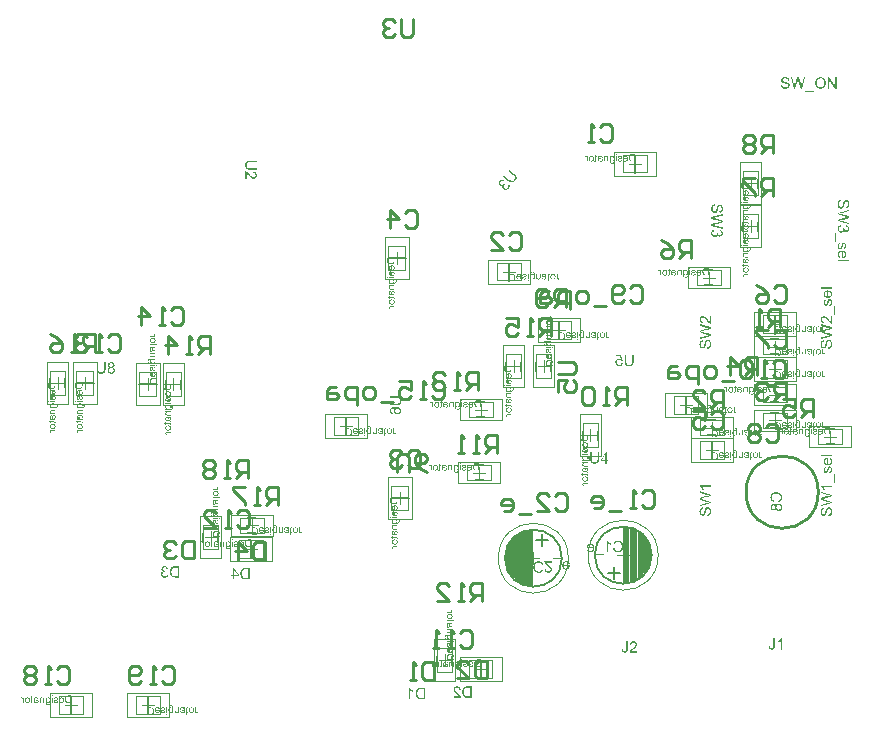
<source format=gbo>
G04*
G04 #@! TF.GenerationSoftware,Altium Limited,Altium Designer,22.5.1 (42)*
G04*
G04 Layer_Color=32896*
%FSLAX44Y44*%
%MOMM*%
G71*
G04*
G04 #@! TF.SameCoordinates,4653A562-2A09-4D4C-8BBB-8B5FA310EEDD*
G04*
G04*
G04 #@! TF.FilePolarity,Positive*
G04*
G01*
G75*
%ADD11C,0.1600*%
%ADD12C,0.2540*%
%ADD13C,0.0500*%
%ADD71R,0.5612X4.7529*%
%ADD72R,0.2929X4.6007*%
%ADD73R,0.2973X4.5041*%
%ADD74R,0.2910X4.2637*%
%ADD75R,0.2404X3.9980*%
%ADD76R,0.2214X3.7450*%
%ADD77R,0.2720X3.4413*%
%ADD78R,0.3479X3.0830*%
%ADD79R,0.6199X2.6443*%
%ADD80R,0.5251X2.2015*%
%ADD81R,0.4997X1.5562*%
G36*
X2232858Y841722D02*
X2232955D01*
X2233219Y841694D01*
X2233510Y841653D01*
X2233815Y841583D01*
X2234148Y841500D01*
X2234453Y841389D01*
X2234467D01*
X2234494Y841376D01*
X2234536Y841348D01*
X2234592Y841320D01*
X2234730Y841251D01*
X2234910Y841126D01*
X2235119Y840987D01*
X2235327Y840807D01*
X2235521Y840599D01*
X2235701Y840363D01*
Y840349D01*
X2235715Y840335D01*
X2235743Y840294D01*
X2235770Y840252D01*
X2235840Y840114D01*
X2235923Y839933D01*
X2236020Y839711D01*
X2236089Y839448D01*
X2236159Y839170D01*
X2236186Y838865D01*
X2234966Y838768D01*
Y838782D01*
Y838810D01*
X2234952Y838851D01*
X2234938Y838921D01*
X2234897Y839073D01*
X2234841Y839281D01*
X2234758Y839503D01*
X2234633Y839725D01*
X2234481Y839933D01*
X2234286Y840127D01*
X2234259Y840141D01*
X2234189Y840197D01*
X2234051Y840280D01*
X2233870Y840363D01*
X2233635Y840446D01*
X2233357Y840529D01*
X2233011Y840585D01*
X2232622Y840599D01*
X2232428D01*
X2232345Y840585D01*
X2232234Y840571D01*
X2231984Y840543D01*
X2231707Y840488D01*
X2231429Y840419D01*
X2231166Y840308D01*
X2231055Y840238D01*
X2230944Y840169D01*
X2230916Y840155D01*
X2230861Y840100D01*
X2230778Y840003D01*
X2230694Y839892D01*
X2230597Y839739D01*
X2230514Y839573D01*
X2230459Y839379D01*
X2230431Y839157D01*
Y839129D01*
Y839073D01*
X2230445Y838976D01*
X2230473Y838865D01*
X2230514Y838727D01*
X2230583Y838588D01*
X2230667Y838449D01*
X2230792Y838311D01*
X2230805Y838297D01*
X2230875Y838255D01*
X2230930Y838214D01*
X2230986Y838186D01*
X2231069Y838144D01*
X2231166Y838089D01*
X2231291Y838047D01*
X2231429Y837992D01*
X2231582Y837936D01*
X2231762Y837867D01*
X2231956Y837811D01*
X2232178Y837742D01*
X2232428Y837686D01*
X2232705Y837617D01*
X2232719D01*
X2232775Y837603D01*
X2232858Y837589D01*
X2232955Y837562D01*
X2233080Y837534D01*
X2233232Y837492D01*
X2233385Y837451D01*
X2233551Y837409D01*
X2233912Y837312D01*
X2234259Y837215D01*
X2234425Y837160D01*
X2234578Y837104D01*
X2234716Y837062D01*
X2234827Y837007D01*
X2234841D01*
X2234869Y836993D01*
X2234910Y836965D01*
X2234966Y836938D01*
X2235119Y836854D01*
X2235299Y836743D01*
X2235507Y836591D01*
X2235715Y836424D01*
X2235909Y836230D01*
X2236075Y836022D01*
X2236089Y835995D01*
X2236145Y835925D01*
X2236200Y835800D01*
X2236284Y835634D01*
X2236353Y835440D01*
X2236422Y835204D01*
X2236464Y834941D01*
X2236478Y834663D01*
Y834649D01*
Y834635D01*
Y834594D01*
Y834538D01*
X2236450Y834386D01*
X2236422Y834192D01*
X2236367Y833970D01*
X2236297Y833734D01*
X2236186Y833484D01*
X2236034Y833221D01*
Y833207D01*
X2236020Y833193D01*
X2235951Y833110D01*
X2235853Y832985D01*
X2235715Y832846D01*
X2235535Y832680D01*
X2235313Y832500D01*
X2235063Y832333D01*
X2234772Y832181D01*
X2234758D01*
X2234730Y832167D01*
X2234689Y832153D01*
X2234633Y832125D01*
X2234550Y832097D01*
X2234453Y832056D01*
X2234231Y832001D01*
X2233967Y831931D01*
X2233649Y831862D01*
X2233302Y831820D01*
X2232927Y831806D01*
X2232705D01*
X2232594Y831820D01*
X2232470D01*
X2232331Y831834D01*
X2232164Y831848D01*
X2231818Y831903D01*
X2231457Y831959D01*
X2231097Y832056D01*
X2230750Y832181D01*
X2230736D01*
X2230708Y832195D01*
X2230667Y832222D01*
X2230611Y832250D01*
X2230445Y832333D01*
X2230251Y832458D01*
X2230029Y832625D01*
X2229793Y832819D01*
X2229571Y833055D01*
X2229363Y833318D01*
Y833332D01*
X2229335Y833360D01*
X2229321Y833401D01*
X2229280Y833457D01*
X2229252Y833526D01*
X2229211Y833609D01*
X2229113Y833817D01*
X2229016Y834081D01*
X2228933Y834372D01*
X2228878Y834705D01*
X2228850Y835051D01*
X2230043Y835163D01*
Y835149D01*
Y835135D01*
X2230057Y835093D01*
Y835038D01*
X2230084Y834913D01*
X2230126Y834733D01*
X2230181Y834552D01*
X2230237Y834344D01*
X2230334Y834150D01*
X2230431Y833970D01*
X2230445Y833956D01*
X2230486Y833900D01*
X2230556Y833803D01*
X2230667Y833706D01*
X2230805Y833581D01*
X2230958Y833457D01*
X2231166Y833332D01*
X2231388Y833221D01*
X2231402D01*
X2231416Y833207D01*
X2231457Y833193D01*
X2231499Y833179D01*
X2231638Y833138D01*
X2231818Y833082D01*
X2232040Y833027D01*
X2232289Y832985D01*
X2232567Y832957D01*
X2232872Y832943D01*
X2232997D01*
X2233135Y832957D01*
X2233302Y832971D01*
X2233496Y832999D01*
X2233718Y833027D01*
X2233940Y833082D01*
X2234148Y833151D01*
X2234176Y833165D01*
X2234245Y833193D01*
X2234342Y833249D01*
X2234467Y833304D01*
X2234592Y833401D01*
X2234730Y833498D01*
X2234869Y833609D01*
X2234980Y833748D01*
X2234994Y833762D01*
X2235021Y833817D01*
X2235063Y833887D01*
X2235119Y833997D01*
X2235174Y834109D01*
X2235216Y834247D01*
X2235243Y834400D01*
X2235257Y834566D01*
Y834580D01*
Y834649D01*
X2235243Y834733D01*
X2235229Y834844D01*
X2235188Y834954D01*
X2235146Y835093D01*
X2235077Y835232D01*
X2234980Y835357D01*
X2234966Y835370D01*
X2234924Y835412D01*
X2234869Y835468D01*
X2234772Y835551D01*
X2234661Y835634D01*
X2234508Y835731D01*
X2234328Y835828D01*
X2234120Y835911D01*
X2234106Y835925D01*
X2234037Y835939D01*
X2233926Y835981D01*
X2233857Y835995D01*
X2233759Y836022D01*
X2233662Y836064D01*
X2233537Y836092D01*
X2233399Y836133D01*
X2233232Y836175D01*
X2233066Y836217D01*
X2232872Y836272D01*
X2232650Y836327D01*
X2232414Y836383D01*
X2232400D01*
X2232359Y836397D01*
X2232289Y836411D01*
X2232206Y836438D01*
X2232095Y836466D01*
X2231970Y836494D01*
X2231693Y836577D01*
X2231388Y836674D01*
X2231069Y836771D01*
X2230792Y836868D01*
X2230667Y836924D01*
X2230556Y836979D01*
X2230542D01*
X2230528Y836993D01*
X2230445Y837049D01*
X2230320Y837118D01*
X2230181Y837229D01*
X2230015Y837354D01*
X2229848Y837506D01*
X2229682Y837686D01*
X2229543Y837881D01*
X2229530Y837908D01*
X2229488Y837978D01*
X2229433Y838089D01*
X2229377Y838227D01*
X2229321Y838408D01*
X2229266Y838616D01*
X2229224Y838838D01*
X2229211Y839073D01*
Y839087D01*
Y839101D01*
Y839143D01*
Y839198D01*
X2229238Y839337D01*
X2229266Y839517D01*
X2229308Y839725D01*
X2229377Y839961D01*
X2229474Y840197D01*
X2229613Y840433D01*
Y840446D01*
X2229627Y840460D01*
X2229696Y840543D01*
X2229793Y840654D01*
X2229918Y840793D01*
X2230084Y840946D01*
X2230292Y841112D01*
X2230542Y841265D01*
X2230819Y841403D01*
X2230833D01*
X2230861Y841417D01*
X2230903Y841431D01*
X2230958Y841459D01*
X2231027Y841487D01*
X2231124Y841514D01*
X2231332Y841570D01*
X2231596Y841625D01*
X2231901Y841681D01*
X2232220Y841722D01*
X2232581Y841736D01*
X2232761D01*
X2232858Y841722D01*
D02*
G37*
G36*
X2276322Y831973D02*
X2275004D01*
X2269984Y839503D01*
Y831973D01*
X2268763D01*
Y841570D01*
X2270067D01*
X2275101Y834025D01*
Y841570D01*
X2276322D01*
Y831973D01*
D02*
G37*
G36*
X2247059D02*
X2245811D01*
X2243800Y839281D01*
Y839295D01*
X2243786Y839323D01*
X2243772Y839365D01*
X2243759Y839434D01*
X2243717Y839586D01*
X2243675Y839767D01*
X2243620Y839961D01*
X2243564Y840141D01*
X2243523Y840294D01*
X2243509Y840363D01*
X2243495Y840405D01*
Y840391D01*
X2243481Y840377D01*
X2243467Y840294D01*
X2243440Y840169D01*
X2243398Y840016D01*
X2243356Y839850D01*
X2243301Y839656D01*
X2243259Y839462D01*
X2243204Y839281D01*
X2241179Y831973D01*
X2239848D01*
X2237337Y841570D01*
X2238655D01*
X2240083Y835273D01*
Y835259D01*
X2240097Y835232D01*
X2240111Y835176D01*
X2240125Y835107D01*
X2240139Y835010D01*
X2240167Y834913D01*
X2240194Y834788D01*
X2240222Y834649D01*
X2240291Y834358D01*
X2240361Y834025D01*
X2240430Y833665D01*
X2240500Y833304D01*
Y833318D01*
X2240513Y833373D01*
X2240541Y833443D01*
X2240555Y833554D01*
X2240583Y833665D01*
X2240624Y833803D01*
X2240694Y834109D01*
X2240777Y834414D01*
X2240805Y834566D01*
X2240846Y834705D01*
X2240874Y834830D01*
X2240902Y834941D01*
X2240929Y835024D01*
X2240943Y835079D01*
X2242760Y841570D01*
X2244299D01*
X2245659Y836702D01*
Y836688D01*
X2245686Y836619D01*
X2245714Y836522D01*
X2245742Y836397D01*
X2245783Y836230D01*
X2245839Y836050D01*
X2245894Y835842D01*
X2245950Y835606D01*
X2246019Y835343D01*
X2246075Y835079D01*
X2246199Y834511D01*
X2246324Y833914D01*
X2246421Y833304D01*
Y833318D01*
X2246435Y833346D01*
Y833401D01*
X2246463Y833471D01*
X2246477Y833554D01*
X2246505Y833651D01*
X2246518Y833776D01*
X2246560Y833914D01*
X2246629Y834219D01*
X2246712Y834580D01*
X2246796Y834968D01*
X2246907Y835398D01*
X2248404Y841570D01*
X2249694D01*
X2247059Y831973D01*
D02*
G37*
G36*
X2262772Y841722D02*
X2262897D01*
X2263022Y841708D01*
X2263188Y841681D01*
X2263355Y841653D01*
X2263715Y841583D01*
X2264131Y841473D01*
X2264533Y841306D01*
X2264741Y841209D01*
X2264949Y841098D01*
X2264963Y841084D01*
X2264991Y841070D01*
X2265047Y841029D01*
X2265130Y840987D01*
X2265213Y840918D01*
X2265324Y840835D01*
X2265560Y840640D01*
X2265809Y840391D01*
X2266087Y840086D01*
X2266350Y839725D01*
X2266572Y839323D01*
Y839309D01*
X2266600Y839268D01*
X2266628Y839212D01*
X2266655Y839129D01*
X2266711Y839018D01*
X2266752Y838893D01*
X2266808Y838740D01*
X2266863Y838574D01*
X2266905Y838394D01*
X2266960Y838200D01*
X2267016Y837978D01*
X2267057Y837756D01*
X2267113Y837271D01*
X2267141Y836743D01*
Y836730D01*
Y836674D01*
Y836605D01*
X2267127Y836494D01*
Y836369D01*
X2267113Y836217D01*
X2267085Y836050D01*
X2267071Y835870D01*
X2267002Y835468D01*
X2266891Y835024D01*
X2266738Y834580D01*
X2266655Y834358D01*
X2266544Y834136D01*
Y834122D01*
X2266517Y834081D01*
X2266489Y834025D01*
X2266433Y833942D01*
X2266378Y833845D01*
X2266308Y833748D01*
X2266114Y833484D01*
X2265879Y833207D01*
X2265601Y832916D01*
X2265268Y832638D01*
X2264880Y832389D01*
X2264866D01*
X2264839Y832361D01*
X2264769Y832333D01*
X2264686Y832292D01*
X2264589Y832250D01*
X2264478Y832208D01*
X2264339Y832153D01*
X2264187Y832097D01*
X2264020Y832042D01*
X2263840Y831987D01*
X2263438Y831903D01*
X2263008Y831834D01*
X2262550Y831806D01*
X2262411D01*
X2262328Y831820D01*
X2262204D01*
X2262065Y831848D01*
X2261912Y831862D01*
X2261732Y831889D01*
X2261358Y831973D01*
X2260955Y832084D01*
X2260539Y832250D01*
X2260331Y832347D01*
X2260123Y832458D01*
X2260109Y832472D01*
X2260082Y832486D01*
X2260026Y832527D01*
X2259943Y832583D01*
X2259860Y832638D01*
X2259763Y832722D01*
X2259527Y832930D01*
X2259263Y833179D01*
X2258986Y833484D01*
X2258736Y833831D01*
X2258501Y834233D01*
Y834247D01*
X2258473Y834289D01*
X2258445Y834344D01*
X2258417Y834427D01*
X2258376Y834538D01*
X2258334Y834663D01*
X2258279Y834802D01*
X2258237Y834954D01*
X2258182Y835135D01*
X2258126Y835315D01*
X2258043Y835731D01*
X2257988Y836161D01*
X2257960Y836633D01*
Y836646D01*
Y836660D01*
Y836743D01*
X2257974Y836868D01*
Y837035D01*
X2258001Y837229D01*
X2258029Y837465D01*
X2258071Y837728D01*
X2258126Y838006D01*
X2258182Y838297D01*
X2258265Y838602D01*
X2258376Y838907D01*
X2258501Y839226D01*
X2258639Y839531D01*
X2258820Y839836D01*
X2259014Y840114D01*
X2259236Y840377D01*
X2259250Y840391D01*
X2259291Y840433D01*
X2259374Y840502D01*
X2259471Y840585D01*
X2259596Y840696D01*
X2259749Y840807D01*
X2259929Y840932D01*
X2260137Y841057D01*
X2260359Y841181D01*
X2260609Y841306D01*
X2260886Y841417D01*
X2261177Y841528D01*
X2261496Y841611D01*
X2261829Y841681D01*
X2262176Y841722D01*
X2262550Y841736D01*
X2262675D01*
X2262772Y841722D01*
D02*
G37*
G36*
X2257447Y829310D02*
X2249639D01*
Y830156D01*
X2257447D01*
Y829310D01*
D02*
G37*
G36*
X2089859Y775728D02*
X2089073D01*
Y776625D01*
X2089859D01*
Y775728D01*
D02*
G37*
G36*
X2086392Y774961D02*
X2086596Y774924D01*
X2086781Y774868D01*
X2086938Y774813D01*
X2087067Y774757D01*
X2087160Y774702D01*
X2087197Y774683D01*
X2087224Y774665D01*
X2087233Y774656D01*
X2087243D01*
X2087400Y774535D01*
X2087539Y774387D01*
X2087659Y774249D01*
X2087760Y774110D01*
X2087834Y773981D01*
X2087890Y773879D01*
X2087908Y773842D01*
X2087927Y773814D01*
X2087936Y773796D01*
Y773786D01*
X2088019Y773574D01*
X2088075Y773361D01*
X2088121Y773158D01*
X2088149Y772973D01*
X2088167Y772806D01*
Y772742D01*
X2088177Y772677D01*
Y772631D01*
Y772594D01*
Y772575D01*
Y772566D01*
X2088167Y772390D01*
X2088158Y772215D01*
X2088093Y771900D01*
X2088056Y771752D01*
X2088010Y771623D01*
X2087964Y771494D01*
X2087918Y771383D01*
X2087872Y771272D01*
X2087825Y771179D01*
X2087779Y771105D01*
X2087742Y771031D01*
X2087705Y770985D01*
X2087677Y770939D01*
X2087668Y770920D01*
X2087659Y770911D01*
X2087557Y770791D01*
X2087446Y770689D01*
X2087326Y770597D01*
X2087206Y770514D01*
X2087076Y770449D01*
X2086956Y770393D01*
X2086836Y770347D01*
X2086716Y770310D01*
X2086605Y770282D01*
X2086503Y770264D01*
X2086411Y770245D01*
X2086328Y770236D01*
X2086263D01*
X2086216Y770227D01*
X2086170D01*
X2086032Y770236D01*
X2085893Y770255D01*
X2085764Y770282D01*
X2085643Y770319D01*
X2085431Y770421D01*
X2085237Y770532D01*
X2085163Y770587D01*
X2085089Y770643D01*
X2085024Y770698D01*
X2084978Y770745D01*
X2084941Y770782D01*
X2084913Y770809D01*
X2084894Y770828D01*
X2084885Y770837D01*
Y770698D01*
Y770578D01*
X2084894Y770458D01*
Y770356D01*
Y770264D01*
X2084904Y770181D01*
Y770107D01*
X2084913Y770042D01*
X2084922Y769949D01*
X2084931Y769875D01*
X2084941Y769838D01*
Y769829D01*
X2084987Y769691D01*
X2085052Y769570D01*
X2085116Y769469D01*
X2085181Y769376D01*
X2085246Y769312D01*
X2085301Y769256D01*
X2085338Y769228D01*
X2085347Y769219D01*
X2085468Y769145D01*
X2085606Y769090D01*
X2085745Y769053D01*
X2085874Y769025D01*
X2086004Y769006D01*
X2086096Y768997D01*
X2086189D01*
X2086364Y769006D01*
X2086531Y769034D01*
X2086669Y769071D01*
X2086781Y769117D01*
X2086873Y769154D01*
X2086938Y769191D01*
X2086975Y769219D01*
X2086993Y769228D01*
X2087067Y769293D01*
X2087123Y769376D01*
X2087169Y769460D01*
X2087206Y769543D01*
X2087224Y769626D01*
X2087243Y769691D01*
X2087252Y769728D01*
Y769746D01*
X2088019Y769848D01*
Y769709D01*
X2088001Y769589D01*
X2087982Y769469D01*
X2087955Y769358D01*
X2087872Y769164D01*
X2087779Y769006D01*
X2087687Y768886D01*
X2087613Y768803D01*
X2087548Y768748D01*
X2087539Y768738D01*
X2087529Y768729D01*
X2087326Y768600D01*
X2087104Y768507D01*
X2086882Y768443D01*
X2086669Y768396D01*
X2086568Y768378D01*
X2086475Y768369D01*
X2086401Y768359D01*
X2086328D01*
X2086272Y768350D01*
X2086189D01*
X2085939Y768359D01*
X2085708Y768396D01*
X2085505Y768433D01*
X2085338Y768489D01*
X2085199Y768535D01*
X2085144Y768553D01*
X2085098Y768581D01*
X2085061Y768590D01*
X2085033Y768609D01*
X2085024Y768618D01*
X2085015D01*
X2084848Y768720D01*
X2084700Y768840D01*
X2084580Y768960D01*
X2084478Y769071D01*
X2084404Y769173D01*
X2084358Y769256D01*
X2084321Y769312D01*
X2084312Y769321D01*
Y769330D01*
X2084275Y769423D01*
X2084238Y769524D01*
X2084210Y769635D01*
X2084182Y769755D01*
X2084146Y770014D01*
X2084118Y770264D01*
X2084108Y770384D01*
X2084099Y770495D01*
Y770597D01*
X2084090Y770680D01*
Y770754D01*
Y770809D01*
Y770846D01*
Y770856D01*
Y774868D01*
X2084811D01*
Y774295D01*
X2084913Y774415D01*
X2085024Y774517D01*
X2085135Y774609D01*
X2085246Y774683D01*
X2085366Y774748D01*
X2085477Y774803D01*
X2085588Y774850D01*
X2085690Y774887D01*
X2085791Y774914D01*
X2085884Y774933D01*
X2085967Y774951D01*
X2086032Y774961D01*
X2086087Y774970D01*
X2086170D01*
X2086392Y774961D01*
D02*
G37*
G36*
X2076185D02*
X2076379Y774942D01*
X2076564Y774914D01*
X2076712Y774887D01*
X2076841Y774859D01*
X2076934Y774831D01*
X2076971Y774822D01*
X2076999Y774813D01*
X2077008Y774803D01*
X2077017D01*
X2077174Y774739D01*
X2077313Y774656D01*
X2077433Y774582D01*
X2077535Y774508D01*
X2077609Y774434D01*
X2077664Y774378D01*
X2077701Y774341D01*
X2077711Y774332D01*
X2077794Y774212D01*
X2077868Y774082D01*
X2077923Y773953D01*
X2077969Y773833D01*
X2078006Y773712D01*
X2078034Y773629D01*
X2078043Y773592D01*
Y773565D01*
X2078053Y773555D01*
Y773546D01*
X2077285Y773444D01*
X2077230Y773611D01*
X2077174Y773759D01*
X2077110Y773879D01*
X2077054Y773971D01*
X2076999Y774045D01*
X2076952Y774091D01*
X2076915Y774119D01*
X2076906Y774128D01*
X2076795Y774193D01*
X2076666Y774239D01*
X2076527Y774276D01*
X2076398Y774295D01*
X2076268Y774313D01*
X2076176Y774323D01*
X2076083D01*
X2075871Y774313D01*
X2075686Y774286D01*
X2075538Y774239D01*
X2075408Y774193D01*
X2075316Y774138D01*
X2075242Y774101D01*
X2075196Y774064D01*
X2075186Y774054D01*
X2075112Y773971D01*
X2075057Y773870D01*
X2075011Y773759D01*
X2074983Y773648D01*
X2074965Y773546D01*
X2074955Y773454D01*
Y773398D01*
Y773389D01*
Y773380D01*
Y773361D01*
Y773324D01*
Y773259D01*
X2074965Y773204D01*
Y773185D01*
Y773176D01*
X2075057Y773148D01*
X2075159Y773121D01*
X2075371Y773065D01*
X2075612Y773019D01*
X2075834Y772973D01*
X2075945Y772954D01*
X2076046Y772945D01*
X2076139Y772927D01*
X2076213Y772917D01*
X2076277Y772908D01*
X2076324D01*
X2076361Y772899D01*
X2076370D01*
X2076536Y772880D01*
X2076675Y772853D01*
X2076795Y772834D01*
X2076888Y772816D01*
X2076962Y772806D01*
X2077017Y772788D01*
X2077054Y772779D01*
X2077063D01*
X2077184Y772742D01*
X2077285Y772705D01*
X2077387Y772658D01*
X2077470Y772622D01*
X2077544Y772585D01*
X2077590Y772548D01*
X2077627Y772529D01*
X2077637Y772520D01*
X2077729Y772455D01*
X2077803Y772381D01*
X2077877Y772307D01*
X2077932Y772233D01*
X2077979Y772168D01*
X2078016Y772113D01*
X2078034Y772076D01*
X2078043Y772067D01*
X2078090Y771965D01*
X2078127Y771854D01*
X2078154Y771752D01*
X2078173Y771651D01*
X2078182Y771568D01*
X2078191Y771503D01*
Y771466D01*
Y771447D01*
X2078182Y771336D01*
X2078173Y771244D01*
X2078127Y771050D01*
X2078062Y770892D01*
X2077988Y770754D01*
X2077914Y770643D01*
X2077849Y770560D01*
X2077803Y770514D01*
X2077784Y770495D01*
X2077618Y770375D01*
X2077433Y770282D01*
X2077230Y770218D01*
X2077045Y770171D01*
X2076878Y770144D01*
X2076805Y770134D01*
X2076740D01*
X2076684Y770125D01*
X2076610D01*
X2076444Y770134D01*
X2076277Y770153D01*
X2076130Y770171D01*
X2076000Y770199D01*
X2075898Y770227D01*
X2075815Y770255D01*
X2075760Y770264D01*
X2075741Y770273D01*
X2075584Y770338D01*
X2075436Y770421D01*
X2075297Y770514D01*
X2075159Y770597D01*
X2075048Y770680D01*
X2074965Y770745D01*
X2074909Y770791D01*
X2074900Y770809D01*
X2074891D01*
X2074872Y770689D01*
X2074854Y770578D01*
X2074835Y770477D01*
X2074807Y770393D01*
X2074780Y770319D01*
X2074761Y770273D01*
X2074752Y770236D01*
X2074743Y770227D01*
X2073920D01*
X2073966Y770329D01*
X2074012Y770430D01*
X2074049Y770523D01*
X2074068Y770606D01*
X2074095Y770680D01*
X2074105Y770735D01*
X2074114Y770772D01*
Y770782D01*
X2074123Y770846D01*
X2074133Y770929D01*
Y771022D01*
X2074142Y771124D01*
X2074151Y771355D01*
Y771586D01*
X2074160Y771808D01*
Y771910D01*
Y771993D01*
Y772067D01*
Y772122D01*
Y772159D01*
Y772168D01*
Y773222D01*
Y773398D01*
X2074169Y773555D01*
X2074179Y773676D01*
Y773777D01*
X2074188Y773851D01*
X2074197Y773907D01*
X2074207Y773934D01*
Y773944D01*
X2074234Y774064D01*
X2074271Y774165D01*
X2074308Y774249D01*
X2074354Y774332D01*
X2074391Y774387D01*
X2074419Y774434D01*
X2074438Y774461D01*
X2074447Y774471D01*
X2074521Y774545D01*
X2074604Y774619D01*
X2074697Y774674D01*
X2074789Y774730D01*
X2074872Y774766D01*
X2074937Y774794D01*
X2074983Y774813D01*
X2075002Y774822D01*
X2075150Y774868D01*
X2075307Y774905D01*
X2075464Y774933D01*
X2075621Y774951D01*
X2075760Y774961D01*
X2075861Y774970D01*
X2075963D01*
X2076185Y774961D01*
D02*
G37*
G36*
X2072820Y776015D02*
Y774868D01*
X2073402D01*
Y774258D01*
X2072820D01*
Y771577D01*
Y771447D01*
Y771336D01*
X2072810Y771235D01*
X2072801Y771133D01*
Y771050D01*
X2072792Y770976D01*
X2072773Y770856D01*
X2072755Y770763D01*
X2072746Y770698D01*
X2072727Y770661D01*
Y770652D01*
X2072690Y770569D01*
X2072635Y770504D01*
X2072579Y770440D01*
X2072533Y770393D01*
X2072478Y770347D01*
X2072441Y770319D01*
X2072413Y770301D01*
X2072404Y770292D01*
X2072302Y770245D01*
X2072200Y770218D01*
X2072089Y770190D01*
X2071978Y770181D01*
X2071886Y770171D01*
X2071812Y770162D01*
X2071738D01*
X2071534Y770171D01*
X2071433Y770181D01*
X2071340Y770199D01*
X2071257Y770208D01*
X2071192Y770218D01*
X2071155Y770227D01*
X2071137D01*
X2071239Y770920D01*
X2071313Y770911D01*
X2071387Y770902D01*
X2071451D01*
X2071497Y770892D01*
X2071590D01*
X2071710Y770902D01*
X2071793Y770920D01*
X2071840Y770939D01*
X2071858Y770948D01*
X2071923Y770994D01*
X2071960Y771040D01*
X2071987Y771077D01*
X2071997Y771096D01*
X2072006Y771142D01*
X2072015Y771207D01*
X2072025Y771355D01*
X2072034Y771420D01*
Y771475D01*
Y771512D01*
Y771531D01*
Y774258D01*
X2071239D01*
Y774868D01*
X2072034D01*
Y776486D01*
X2072820Y776015D01*
D02*
G37*
G36*
X2097589Y774961D02*
X2097755Y774942D01*
X2097912Y774914D01*
X2098060Y774868D01*
X2098199Y774822D01*
X2098328Y774766D01*
X2098448Y774711D01*
X2098550Y774646D01*
X2098652Y774591D01*
X2098735Y774526D01*
X2098809Y774471D01*
X2098864Y774424D01*
X2098911Y774378D01*
X2098948Y774350D01*
X2098966Y774332D01*
X2098975Y774323D01*
X2099077Y774193D01*
X2099170Y774054D01*
X2099253Y773916D01*
X2099327Y773768D01*
X2099382Y773611D01*
X2099429Y773463D01*
X2099502Y773167D01*
X2099530Y773037D01*
X2099549Y772908D01*
X2099558Y772797D01*
X2099567Y772695D01*
X2099576Y772612D01*
Y772557D01*
Y772511D01*
Y772501D01*
X2099567Y772298D01*
X2099549Y772104D01*
X2099521Y771919D01*
X2099484Y771752D01*
X2099438Y771595D01*
X2099391Y771447D01*
X2099336Y771318D01*
X2099281Y771198D01*
X2099225Y771096D01*
X2099170Y771003D01*
X2099123Y770929D01*
X2099077Y770865D01*
X2099040Y770809D01*
X2099012Y770772D01*
X2098994Y770754D01*
X2098985Y770745D01*
X2098864Y770634D01*
X2098744Y770541D01*
X2098615Y770458D01*
X2098476Y770384D01*
X2098347Y770329D01*
X2098208Y770273D01*
X2097949Y770199D01*
X2097829Y770181D01*
X2097718Y770162D01*
X2097616Y770144D01*
X2097533Y770134D01*
X2097468Y770125D01*
X2097367D01*
X2097080Y770144D01*
X2096821Y770190D01*
X2096590Y770245D01*
X2096498Y770282D01*
X2096405Y770319D01*
X2096322Y770356D01*
X2096248Y770393D01*
X2096192Y770421D01*
X2096137Y770449D01*
X2096100Y770477D01*
X2096072Y770495D01*
X2096054Y770514D01*
X2096045D01*
X2095860Y770680D01*
X2095712Y770856D01*
X2095582Y771040D01*
X2095490Y771216D01*
X2095416Y771373D01*
X2095388Y771447D01*
X2095360Y771503D01*
X2095342Y771558D01*
X2095333Y771595D01*
X2095323Y771614D01*
Y771623D01*
X2096137Y771725D01*
X2096211Y771549D01*
X2096294Y771401D01*
X2096377Y771272D01*
X2096451Y771170D01*
X2096516Y771096D01*
X2096572Y771040D01*
X2096618Y771003D01*
X2096627Y770994D01*
X2096747Y770920D01*
X2096867Y770865D01*
X2096997Y770828D01*
X2097108Y770800D01*
X2097209Y770782D01*
X2097293Y770772D01*
X2097367D01*
X2097478Y770782D01*
X2097579Y770791D01*
X2097764Y770837D01*
X2097931Y770902D01*
X2098079Y770976D01*
X2098190Y771040D01*
X2098273Y771105D01*
X2098328Y771151D01*
X2098338Y771170D01*
X2098347D01*
X2098476Y771336D01*
X2098578Y771521D01*
X2098652Y771725D01*
X2098707Y771910D01*
X2098735Y772076D01*
X2098754Y772150D01*
X2098763Y772215D01*
Y772270D01*
X2098772Y772307D01*
Y772335D01*
Y772344D01*
X2095305D01*
X2095296Y772437D01*
Y772501D01*
Y772538D01*
Y772548D01*
X2095305Y772760D01*
X2095323Y772954D01*
X2095351Y773139D01*
X2095388Y773315D01*
X2095434Y773472D01*
X2095481Y773620D01*
X2095536Y773749D01*
X2095591Y773870D01*
X2095647Y773981D01*
X2095703Y774073D01*
X2095749Y774147D01*
X2095795Y774212D01*
X2095832Y774267D01*
X2095860Y774304D01*
X2095878Y774323D01*
X2095887Y774332D01*
X2095998Y774443D01*
X2096118Y774545D01*
X2096248Y774628D01*
X2096377Y774702D01*
X2096507Y774766D01*
X2096627Y774813D01*
X2096756Y774859D01*
X2096867Y774887D01*
X2096988Y774914D01*
X2097089Y774933D01*
X2097182Y774951D01*
X2097256Y774961D01*
X2097321Y774970D01*
X2097413D01*
X2097589Y774961D01*
D02*
G37*
G36*
X2105660Y770227D02*
X2103358D01*
X2103145Y770236D01*
X2102951Y770245D01*
X2102775Y770264D01*
X2102627Y770282D01*
X2102498Y770301D01*
X2102406Y770310D01*
X2102378Y770319D01*
X2102350Y770329D01*
X2102332D01*
X2102165Y770375D01*
X2102017Y770430D01*
X2101888Y770477D01*
X2101777Y770532D01*
X2101684Y770578D01*
X2101620Y770615D01*
X2101583Y770643D01*
X2101564Y770652D01*
X2101444Y770735D01*
X2101342Y770837D01*
X2101241Y770929D01*
X2101157Y771022D01*
X2101083Y771105D01*
X2101028Y771170D01*
X2100991Y771216D01*
X2100982Y771235D01*
X2100889Y771383D01*
X2100797Y771540D01*
X2100723Y771688D01*
X2100667Y771836D01*
X2100612Y771965D01*
X2100575Y772067D01*
X2100566Y772104D01*
X2100556Y772132D01*
X2100547Y772150D01*
Y772159D01*
X2100492Y772381D01*
X2100446Y772603D01*
X2100418Y772816D01*
X2100390Y773019D01*
X2100381Y773195D01*
Y773269D01*
X2100372Y773333D01*
Y773380D01*
Y773426D01*
Y773444D01*
Y773454D01*
X2100381Y773768D01*
X2100408Y774054D01*
X2100455Y774313D01*
X2100473Y774434D01*
X2100501Y774535D01*
X2100529Y774637D01*
X2100547Y774720D01*
X2100566Y774794D01*
X2100593Y774859D01*
X2100603Y774914D01*
X2100621Y774951D01*
X2100630Y774970D01*
Y774979D01*
X2100732Y775219D01*
X2100852Y775432D01*
X2100982Y775617D01*
X2101102Y775774D01*
X2101213Y775904D01*
X2101305Y775996D01*
X2101342Y776024D01*
X2101370Y776052D01*
X2101379Y776061D01*
X2101389Y776070D01*
X2101537Y776190D01*
X2101694Y776283D01*
X2101851Y776366D01*
X2101999Y776431D01*
X2102128Y776477D01*
X2102230Y776505D01*
X2102267Y776523D01*
X2102295D01*
X2102313Y776532D01*
X2102322D01*
X2102480Y776560D01*
X2102664Y776588D01*
X2102849Y776606D01*
X2103034Y776616D01*
X2103201Y776625D01*
X2105660D01*
Y770227D01*
D02*
G37*
G36*
X2089859D02*
X2089073D01*
Y774868D01*
X2089859D01*
Y770227D01*
D02*
G37*
G36*
X2080900Y774961D02*
X2081067Y774933D01*
X2081215Y774896D01*
X2081363Y774850D01*
X2081492Y774794D01*
X2081612Y774730D01*
X2081723Y774656D01*
X2081816Y774591D01*
X2081908Y774517D01*
X2081982Y774443D01*
X2082047Y774378D01*
X2082102Y774323D01*
X2082139Y774276D01*
X2082167Y774239D01*
X2082185Y774212D01*
X2082195Y774202D01*
Y774868D01*
X2082897D01*
Y770227D01*
X2082112D01*
Y772751D01*
Y772908D01*
X2082093Y773065D01*
X2082074Y773195D01*
X2082056Y773315D01*
X2082028Y773426D01*
X2082000Y773528D01*
X2081964Y773620D01*
X2081927Y773694D01*
X2081899Y773759D01*
X2081862Y773814D01*
X2081834Y773860D01*
X2081806Y773897D01*
X2081769Y773944D01*
X2081751Y773962D01*
X2081612Y774073D01*
X2081464Y774147D01*
X2081316Y774202D01*
X2081187Y774249D01*
X2081067Y774267D01*
X2080974Y774276D01*
X2080937Y774286D01*
X2080891D01*
X2080780Y774276D01*
X2080669Y774267D01*
X2080577Y774239D01*
X2080503Y774212D01*
X2080438Y774184D01*
X2080383Y774165D01*
X2080355Y774147D01*
X2080345Y774138D01*
X2080262Y774082D01*
X2080188Y774018D01*
X2080133Y773953D01*
X2080087Y773897D01*
X2080059Y773842D01*
X2080031Y773796D01*
X2080013Y773768D01*
Y773759D01*
X2079985Y773657D01*
X2079957Y773546D01*
X2079939Y773426D01*
X2079930Y773306D01*
X2079920Y773204D01*
Y773121D01*
Y773056D01*
Y773047D01*
Y773037D01*
Y770227D01*
X2079134D01*
Y773074D01*
Y773269D01*
X2079144Y773426D01*
X2079153Y773555D01*
Y773666D01*
X2079162Y773740D01*
X2079171Y773796D01*
X2079181Y773833D01*
Y773842D01*
X2079208Y773962D01*
X2079255Y774073D01*
X2079292Y774165D01*
X2079328Y774258D01*
X2079375Y774323D01*
X2079402Y774369D01*
X2079421Y774406D01*
X2079430Y774415D01*
X2079504Y774508D01*
X2079587Y774582D01*
X2079671Y774656D01*
X2079763Y774711D01*
X2079837Y774757D01*
X2079902Y774785D01*
X2079939Y774803D01*
X2079957Y774813D01*
X2080087Y774868D01*
X2080225Y774905D01*
X2080355Y774933D01*
X2080475Y774951D01*
X2080577Y774961D01*
X2080651Y774970D01*
X2080725D01*
X2080900Y774961D01*
D02*
G37*
G36*
X2063888D02*
X2063981Y774942D01*
X2064073Y774914D01*
X2064147Y774887D01*
X2064203Y774859D01*
X2064258Y774831D01*
X2064286Y774813D01*
X2064295Y774803D01*
X2064378Y774730D01*
X2064462Y774637D01*
X2064545Y774526D01*
X2064619Y774424D01*
X2064693Y774323D01*
X2064739Y774239D01*
X2064776Y774175D01*
X2064785Y774165D01*
Y774868D01*
X2065497D01*
Y770227D01*
X2064711D01*
Y772649D01*
X2064702Y772834D01*
X2064693Y773000D01*
X2064674Y773158D01*
X2064646Y773296D01*
X2064619Y773407D01*
X2064600Y773491D01*
X2064591Y773546D01*
X2064582Y773565D01*
X2064545Y773666D01*
X2064499Y773749D01*
X2064452Y773823D01*
X2064406Y773888D01*
X2064360Y773934D01*
X2064332Y773971D01*
X2064304Y773990D01*
X2064295Y773999D01*
X2064221Y774054D01*
X2064138Y774091D01*
X2064055Y774119D01*
X2063990Y774138D01*
X2063925Y774147D01*
X2063879Y774156D01*
X2063833D01*
X2063731Y774147D01*
X2063629Y774128D01*
X2063528Y774101D01*
X2063445Y774073D01*
X2063371Y774045D01*
X2063315Y774018D01*
X2063278Y773999D01*
X2063269Y773990D01*
X2062982Y774711D01*
X2063139Y774794D01*
X2063287Y774859D01*
X2063417Y774905D01*
X2063537Y774942D01*
X2063639Y774961D01*
X2063722Y774970D01*
X2063787D01*
X2063888Y774961D01*
D02*
G37*
G36*
X2093077Y774951D02*
X2093188Y774942D01*
X2093289Y774924D01*
X2093373Y774905D01*
X2093437Y774887D01*
X2093474Y774877D01*
X2093493Y774868D01*
X2093604Y774831D01*
X2093705Y774794D01*
X2093789Y774757D01*
X2093863Y774720D01*
X2093918Y774693D01*
X2093955Y774665D01*
X2093983Y774656D01*
X2093992Y774646D01*
X2094084Y774582D01*
X2094158Y774508D01*
X2094223Y774424D01*
X2094279Y774360D01*
X2094325Y774295D01*
X2094353Y774249D01*
X2094371Y774212D01*
X2094380Y774202D01*
X2094427Y774101D01*
X2094464Y774008D01*
X2094482Y773907D01*
X2094501Y773823D01*
X2094510Y773740D01*
X2094519Y773685D01*
Y773648D01*
Y773629D01*
X2094510Y773500D01*
X2094491Y773389D01*
X2094464Y773278D01*
X2094436Y773185D01*
X2094408Y773111D01*
X2094380Y773047D01*
X2094362Y773010D01*
X2094353Y773000D01*
X2094279Y772899D01*
X2094196Y772816D01*
X2094112Y772742D01*
X2094029Y772677D01*
X2093955Y772631D01*
X2093900Y772594D01*
X2093863Y772575D01*
X2093844Y772566D01*
X2093779Y772538D01*
X2093696Y772501D01*
X2093511Y772437D01*
X2093317Y772381D01*
X2093114Y772316D01*
X2092938Y772270D01*
X2092855Y772242D01*
X2092781Y772224D01*
X2092725Y772205D01*
X2092679Y772196D01*
X2092651Y772187D01*
X2092642D01*
X2092522Y772159D01*
X2092420Y772132D01*
X2092328Y772104D01*
X2092245Y772076D01*
X2092171Y772057D01*
X2092106Y772030D01*
X2091995Y771993D01*
X2091921Y771965D01*
X2091875Y771937D01*
X2091847Y771928D01*
X2091838Y771919D01*
X2091755Y771863D01*
X2091699Y771789D01*
X2091653Y771725D01*
X2091625Y771660D01*
X2091607Y771595D01*
X2091597Y771549D01*
Y771512D01*
Y771503D01*
X2091607Y771392D01*
X2091634Y771299D01*
X2091681Y771207D01*
X2091727Y771133D01*
X2091782Y771068D01*
X2091819Y771022D01*
X2091856Y770994D01*
X2091866Y770985D01*
X2091976Y770911D01*
X2092097Y770865D01*
X2092235Y770828D01*
X2092365Y770800D01*
X2092485Y770782D01*
X2092578Y770772D01*
X2092670D01*
X2092864Y770782D01*
X2093031Y770809D01*
X2093169Y770846D01*
X2093289Y770892D01*
X2093382Y770939D01*
X2093456Y770976D01*
X2093493Y771003D01*
X2093511Y771013D01*
X2093613Y771114D01*
X2093696Y771235D01*
X2093752Y771355D01*
X2093798Y771466D01*
X2093835Y771568D01*
X2093853Y771660D01*
X2093872Y771715D01*
Y771725D01*
Y771734D01*
X2094648Y771614D01*
X2094584Y771355D01*
X2094501Y771124D01*
X2094399Y770939D01*
X2094297Y770782D01*
X2094205Y770652D01*
X2094122Y770569D01*
X2094066Y770514D01*
X2094057Y770504D01*
X2094048Y770495D01*
X2093955Y770430D01*
X2093853Y770375D01*
X2093631Y770282D01*
X2093400Y770218D01*
X2093178Y770171D01*
X2093077Y770153D01*
X2092984Y770144D01*
X2092892Y770134D01*
X2092818D01*
X2092753Y770125D01*
X2092670D01*
X2092466Y770134D01*
X2092291Y770153D01*
X2092124Y770181D01*
X2091976Y770218D01*
X2091856Y770255D01*
X2091764Y770282D01*
X2091708Y770301D01*
X2091699Y770310D01*
X2091690D01*
X2091533Y770393D01*
X2091403Y770477D01*
X2091292Y770569D01*
X2091191Y770652D01*
X2091117Y770726D01*
X2091070Y770791D01*
X2091033Y770828D01*
X2091024Y770846D01*
X2090950Y770976D01*
X2090895Y771114D01*
X2090849Y771235D01*
X2090821Y771346D01*
X2090802Y771447D01*
X2090793Y771521D01*
Y771568D01*
Y771586D01*
X2090802Y771734D01*
X2090821Y771863D01*
X2090858Y771974D01*
X2090885Y772076D01*
X2090923Y772159D01*
X2090959Y772215D01*
X2090978Y772252D01*
X2090987Y772261D01*
X2091061Y772353D01*
X2091144Y772437D01*
X2091228Y772511D01*
X2091311Y772566D01*
X2091394Y772612D01*
X2091449Y772640D01*
X2091487Y772658D01*
X2091505Y772668D01*
X2091570Y772695D01*
X2091644Y772723D01*
X2091819Y772788D01*
X2092014Y772853D01*
X2092208Y772908D01*
X2092383Y772964D01*
X2092466Y772982D01*
X2092531Y773000D01*
X2092587Y773019D01*
X2092633Y773028D01*
X2092661Y773037D01*
X2092670D01*
X2092772Y773065D01*
X2092864Y773093D01*
X2092947Y773111D01*
X2093021Y773139D01*
X2093141Y773167D01*
X2093234Y773195D01*
X2093299Y773222D01*
X2093336Y773232D01*
X2093354Y773241D01*
X2093363D01*
X2093437Y773278D01*
X2093502Y773306D01*
X2093557Y773343D01*
X2093595Y773370D01*
X2093631Y773398D01*
X2093650Y773426D01*
X2093659Y773435D01*
X2093669Y773444D01*
X2093724Y773537D01*
X2093752Y773629D01*
Y773666D01*
X2093761Y773694D01*
Y773712D01*
Y773722D01*
X2093752Y773805D01*
X2093724Y773888D01*
X2093687Y773962D01*
X2093641Y774018D01*
X2093604Y774073D01*
X2093567Y774110D01*
X2093539Y774128D01*
X2093530Y774138D01*
X2093428Y774202D01*
X2093308Y774249D01*
X2093178Y774276D01*
X2093058Y774304D01*
X2092938Y774313D01*
X2092846Y774323D01*
X2092753D01*
X2092596Y774313D01*
X2092448Y774295D01*
X2092328Y774258D01*
X2092235Y774221D01*
X2092152Y774184D01*
X2092097Y774147D01*
X2092060Y774128D01*
X2092050Y774119D01*
X2091958Y774036D01*
X2091893Y773944D01*
X2091838Y773851D01*
X2091792Y773768D01*
X2091764Y773685D01*
X2091745Y773620D01*
X2091736Y773583D01*
Y773565D01*
X2090969Y773666D01*
X2091006Y773823D01*
X2091043Y773962D01*
X2091089Y774082D01*
X2091135Y774193D01*
X2091181Y774267D01*
X2091218Y774332D01*
X2091237Y774369D01*
X2091246Y774378D01*
X2091329Y774471D01*
X2091422Y774554D01*
X2091523Y774628D01*
X2091625Y774693D01*
X2091718Y774739D01*
X2091792Y774776D01*
X2091838Y774794D01*
X2091847Y774803D01*
X2091856D01*
X2092014Y774859D01*
X2092180Y774896D01*
X2092337Y774933D01*
X2092485Y774951D01*
X2092624Y774961D01*
X2092725Y774970D01*
X2092947D01*
X2093077Y774951D01*
D02*
G37*
G36*
X2068742Y774961D02*
X2068890Y774951D01*
X2069177Y774887D01*
X2069427Y774803D01*
X2069537Y774757D01*
X2069639Y774711D01*
X2069732Y774665D01*
X2069806Y774619D01*
X2069879Y774572D01*
X2069935Y774535D01*
X2069981Y774498D01*
X2070018Y774471D01*
X2070037Y774461D01*
X2070046Y774452D01*
X2070175Y774332D01*
X2070277Y774193D01*
X2070379Y774045D01*
X2070453Y773897D01*
X2070527Y773740D01*
X2070582Y773574D01*
X2070628Y773417D01*
X2070665Y773269D01*
X2070702Y773121D01*
X2070721Y772991D01*
X2070739Y772862D01*
X2070749Y772760D01*
Y772668D01*
X2070758Y772603D01*
Y772566D01*
Y772548D01*
X2070749Y772335D01*
X2070730Y772132D01*
X2070702Y771946D01*
X2070665Y771771D01*
X2070619Y771614D01*
X2070573Y771466D01*
X2070517Y771327D01*
X2070462Y771207D01*
X2070406Y771096D01*
X2070351Y771003D01*
X2070305Y770929D01*
X2070259Y770865D01*
X2070222Y770809D01*
X2070194Y770772D01*
X2070175Y770754D01*
X2070166Y770745D01*
X2070046Y770634D01*
X2069926Y770541D01*
X2069796Y770458D01*
X2069667Y770384D01*
X2069537Y770329D01*
X2069399Y770273D01*
X2069149Y770199D01*
X2069038Y770181D01*
X2068927Y770162D01*
X2068835Y770144D01*
X2068752Y770134D01*
X2068678Y770125D01*
X2068585D01*
X2068363Y770134D01*
X2068160Y770171D01*
X2067966Y770218D01*
X2067809Y770264D01*
X2067670Y770319D01*
X2067614Y770338D01*
X2067568Y770356D01*
X2067522Y770375D01*
X2067494Y770393D01*
X2067485Y770403D01*
X2067476D01*
X2067291Y770523D01*
X2067134Y770652D01*
X2066995Y770782D01*
X2066884Y770911D01*
X2066801Y771022D01*
X2066736Y771114D01*
X2066718Y771151D01*
X2066699Y771179D01*
X2066690Y771188D01*
Y771198D01*
X2066597Y771410D01*
X2066533Y771641D01*
X2066477Y771873D01*
X2066449Y772104D01*
X2066431Y772205D01*
Y772298D01*
X2066422Y772390D01*
X2066412Y772464D01*
Y772529D01*
Y772575D01*
Y772603D01*
Y772612D01*
X2066422Y772816D01*
X2066440Y773000D01*
X2066468Y773176D01*
X2066505Y773343D01*
X2066551Y773500D01*
X2066607Y773639D01*
X2066662Y773777D01*
X2066718Y773888D01*
X2066773Y773990D01*
X2066828Y774082D01*
X2066884Y774165D01*
X2066930Y774230D01*
X2066967Y774276D01*
X2066995Y774313D01*
X2067013Y774332D01*
X2067023Y774341D01*
X2067143Y774452D01*
X2067263Y774545D01*
X2067392Y774637D01*
X2067522Y774702D01*
X2067651Y774766D01*
X2067781Y774813D01*
X2068030Y774896D01*
X2068151Y774914D01*
X2068252Y774933D01*
X2068345Y774951D01*
X2068428Y774961D01*
X2068493Y774970D01*
X2068585D01*
X2068742Y774961D01*
D02*
G37*
G36*
X1785223Y769614D02*
X1779676D01*
X1779662D01*
X1779621D01*
X1779551D01*
X1779468D01*
X1779371Y769600D01*
X1779246D01*
X1778983Y769586D01*
X1778678Y769559D01*
X1778372Y769517D01*
X1778081Y769462D01*
X1777956Y769434D01*
X1777832Y769392D01*
X1777804Y769378D01*
X1777734Y769351D01*
X1777637Y769281D01*
X1777499Y769198D01*
X1777360Y769101D01*
X1777207Y768962D01*
X1777055Y768796D01*
X1776930Y768602D01*
X1776916Y768574D01*
X1776875Y768505D01*
X1776833Y768380D01*
X1776777Y768213D01*
X1776708Y768019D01*
X1776667Y767770D01*
X1776625Y767506D01*
X1776611Y767215D01*
Y767076D01*
X1776625Y766993D01*
Y766868D01*
X1776639Y766743D01*
X1776694Y766438D01*
X1776764Y766105D01*
X1776875Y765786D01*
X1777027Y765481D01*
X1777124Y765343D01*
X1777235Y765218D01*
X1777249Y765204D01*
X1777263Y765190D01*
X1777305Y765162D01*
X1777360Y765121D01*
X1777443Y765079D01*
X1777526Y765024D01*
X1777651Y764968D01*
X1777776Y764913D01*
X1777929Y764857D01*
X1778109Y764816D01*
X1778317Y764760D01*
X1778539Y764719D01*
X1778788Y764677D01*
X1779052Y764649D01*
X1779357Y764622D01*
X1779676D01*
X1785223D01*
Y763346D01*
X1779676D01*
X1779662D01*
X1779607D01*
X1779537D01*
X1779440D01*
X1779315Y763360D01*
X1779177D01*
X1779010Y763373D01*
X1778844Y763387D01*
X1778469Y763429D01*
X1778081Y763484D01*
X1777707Y763568D01*
X1777526Y763623D01*
X1777360Y763678D01*
X1777346D01*
X1777318Y763692D01*
X1777277Y763720D01*
X1777221Y763748D01*
X1777069Y763831D01*
X1776875Y763956D01*
X1776653Y764122D01*
X1776431Y764316D01*
X1776195Y764566D01*
X1775987Y764871D01*
Y764885D01*
X1775959Y764913D01*
X1775945Y764954D01*
X1775904Y765024D01*
X1775862Y765107D01*
X1775821Y765218D01*
X1775779Y765329D01*
X1775724Y765468D01*
X1775668Y765620D01*
X1775626Y765786D01*
X1775585Y765967D01*
X1775543Y766175D01*
X1775515Y766383D01*
X1775488Y766605D01*
X1775460Y767104D01*
Y767229D01*
X1775474Y767326D01*
Y767437D01*
X1775488Y767576D01*
X1775502Y767728D01*
X1775515Y767881D01*
X1775571Y768227D01*
X1775654Y768602D01*
X1775765Y768962D01*
X1775918Y769309D01*
Y769323D01*
X1775945Y769351D01*
X1775973Y769392D01*
X1776001Y769448D01*
X1776112Y769600D01*
X1776264Y769781D01*
X1776458Y769989D01*
X1776680Y770183D01*
X1776958Y770377D01*
X1777263Y770529D01*
X1777277D01*
X1777305Y770543D01*
X1777360Y770557D01*
X1777429Y770585D01*
X1777513Y770613D01*
X1777623Y770640D01*
X1777748Y770682D01*
X1777901Y770710D01*
X1778067Y770737D01*
X1778248Y770779D01*
X1778442Y770807D01*
X1778650Y770835D01*
X1778885Y770862D01*
X1779135Y770876D01*
X1779399Y770890D01*
X1779676D01*
X1785223D01*
Y769614D01*
D02*
G37*
G36*
X1775890Y761862D02*
X1776015Y761848D01*
X1776153Y761820D01*
X1776292Y761792D01*
X1776445Y761737D01*
X1776458D01*
X1776472Y761723D01*
X1776556Y761695D01*
X1776680Y761640D01*
X1776847Y761557D01*
X1777041Y761446D01*
X1777263Y761307D01*
X1777485Y761154D01*
X1777720Y760960D01*
X1777734D01*
X1777748Y760932D01*
X1777832Y760863D01*
X1777956Y760738D01*
X1778137Y760558D01*
X1778345Y760350D01*
X1778594Y760087D01*
X1778872Y759768D01*
X1779163Y759421D01*
X1779177Y759407D01*
X1779218Y759352D01*
X1779288Y759268D01*
X1779371Y759171D01*
X1779482Y759046D01*
X1779607Y758894D01*
X1779745Y758741D01*
X1779898Y758561D01*
X1780231Y758214D01*
X1780564Y757868D01*
X1780730Y757701D01*
X1780896Y757549D01*
X1781049Y757410D01*
X1781201Y757299D01*
X1781215D01*
X1781229Y757271D01*
X1781271Y757243D01*
X1781326Y757216D01*
X1781479Y757119D01*
X1781659Y757008D01*
X1781881Y756911D01*
X1782117Y756814D01*
X1782380Y756758D01*
X1782630Y756730D01*
X1782644D01*
X1782658D01*
X1782741Y756744D01*
X1782880Y756758D01*
X1783032Y756800D01*
X1783226Y756855D01*
X1783421Y756952D01*
X1783615Y757077D01*
X1783809Y757243D01*
X1783837Y757271D01*
X1783892Y757341D01*
X1783961Y757438D01*
X1784058Y757590D01*
X1784142Y757784D01*
X1784225Y758006D01*
X1784280Y758270D01*
X1784294Y758561D01*
Y758644D01*
X1784280Y758700D01*
X1784266Y758866D01*
X1784225Y759060D01*
X1784169Y759268D01*
X1784072Y759504D01*
X1783947Y759726D01*
X1783781Y759934D01*
X1783753Y759962D01*
X1783684Y760017D01*
X1783573Y760100D01*
X1783407Y760184D01*
X1783212Y760281D01*
X1782963Y760364D01*
X1782685Y760419D01*
X1782366Y760447D01*
X1782491Y761654D01*
X1782505D01*
X1782547Y761640D01*
X1782616D01*
X1782713Y761626D01*
X1782824Y761598D01*
X1782949Y761570D01*
X1783102Y761529D01*
X1783254Y761487D01*
X1783587Y761376D01*
X1783920Y761210D01*
X1784086Y761113D01*
X1784253Y760988D01*
X1784405Y760863D01*
X1784544Y760724D01*
X1784558Y760711D01*
X1784572Y760683D01*
X1784613Y760641D01*
X1784655Y760572D01*
X1784710Y760489D01*
X1784766Y760392D01*
X1784835Y760281D01*
X1784904Y760142D01*
X1784974Y759989D01*
X1785043Y759823D01*
X1785099Y759643D01*
X1785154Y759449D01*
X1785196Y759240D01*
X1785237Y759019D01*
X1785251Y758783D01*
X1785265Y758533D01*
Y758395D01*
X1785251Y758298D01*
X1785237Y758186D01*
X1785223Y758048D01*
X1785196Y757895D01*
X1785168Y757743D01*
X1785071Y757382D01*
X1784932Y757022D01*
X1784849Y756841D01*
X1784752Y756661D01*
X1784627Y756495D01*
X1784488Y756342D01*
X1784474Y756328D01*
X1784461Y756300D01*
X1784405Y756273D01*
X1784350Y756217D01*
X1784280Y756148D01*
X1784183Y756078D01*
X1784086Y756009D01*
X1783961Y755926D01*
X1783698Y755787D01*
X1783365Y755649D01*
X1783199Y755593D01*
X1783004Y755565D01*
X1782810Y755538D01*
X1782602Y755524D01*
X1782574D01*
X1782505D01*
X1782394Y755538D01*
X1782242Y755552D01*
X1782075Y755579D01*
X1781881Y755635D01*
X1781673Y755690D01*
X1781465Y755773D01*
X1781437Y755787D01*
X1781368Y755815D01*
X1781257Y755871D01*
X1781104Y755954D01*
X1780938Y756065D01*
X1780730Y756203D01*
X1780522Y756370D01*
X1780286Y756564D01*
X1780258Y756592D01*
X1780175Y756661D01*
X1780106Y756730D01*
X1780037Y756800D01*
X1779953Y756883D01*
X1779842Y756994D01*
X1779731Y757105D01*
X1779607Y757243D01*
X1779468Y757382D01*
X1779315Y757549D01*
X1779163Y757729D01*
X1778983Y757923D01*
X1778802Y758145D01*
X1778608Y758367D01*
X1778594Y758381D01*
X1778566Y758408D01*
X1778525Y758464D01*
X1778469Y758533D01*
X1778386Y758616D01*
X1778303Y758714D01*
X1778123Y758935D01*
X1777915Y759171D01*
X1777707Y759393D01*
X1777526Y759587D01*
X1777457Y759670D01*
X1777388Y759740D01*
X1777374Y759754D01*
X1777332Y759795D01*
X1777277Y759851D01*
X1777193Y759920D01*
X1777097Y759989D01*
X1776999Y760073D01*
X1776764Y760239D01*
Y755510D01*
X1775626D01*
Y761876D01*
X1775640D01*
X1775696D01*
X1775779D01*
X1775890Y761862D01*
D02*
G37*
G36*
X2003317Y759675D02*
X2003533Y759493D01*
X2003729Y759311D01*
X2003914Y759137D01*
X2004080Y758961D01*
X2004224Y758803D01*
X2004357Y758655D01*
X2004470Y758505D01*
X2004582Y758374D01*
X2004682Y758253D01*
X2004752Y758139D01*
X2004821Y758045D01*
X2004867Y757969D01*
X2004903Y757902D01*
X2004937Y757855D01*
X2004950Y757826D01*
X2004960Y757817D01*
X2005098Y757499D01*
X2005188Y757167D01*
X2005233Y756870D01*
X2005249Y756582D01*
X2005250Y756342D01*
X2005236Y756150D01*
X2005222Y756089D01*
X2005216Y756039D01*
X2005220Y755999D01*
X2005211Y755988D01*
X2005103Y755618D01*
X2004954Y755265D01*
X2004774Y754919D01*
X2004590Y754613D01*
X2004502Y754485D01*
X2004413Y754357D01*
X2004333Y754240D01*
X2004260Y754154D01*
X2004208Y754069D01*
X2004126Y753972D01*
X2003778Y753601D01*
X2003612Y753447D01*
X2003454Y753303D01*
X2003286Y753168D01*
X2003136Y753055D01*
X2002995Y752952D01*
X2002852Y752870D01*
X2002718Y752798D01*
X2002613Y752739D01*
X2002508Y752680D01*
X2002421Y752642D01*
X2002344Y752615D01*
X2002306Y752592D01*
X2002266Y752588D01*
X2002257Y752578D01*
X2001896Y752476D01*
X2001549Y752436D01*
X2001249Y752429D01*
X2000968Y752445D01*
X2000735Y752475D01*
X2000562Y752509D01*
X2000501Y752524D01*
X2000450Y752530D01*
X2000419Y752537D01*
X2000409Y752546D01*
X2000243Y752611D01*
X2000066Y752686D01*
X1999720Y752866D01*
X1999382Y753076D01*
X1999063Y753289D01*
X1998924Y753387D01*
X1998786Y753485D01*
X1998678Y753575D01*
X1998571Y753646D01*
X1998496Y753709D01*
X1998442Y753755D01*
X1998398Y753791D01*
X1998388Y753800D01*
X1994068Y757425D01*
X1994902Y758418D01*
X1999221Y754793D01*
X1999470Y754585D01*
X1999725Y754407D01*
X1999949Y754257D01*
X2000170Y754126D01*
X2000370Y754014D01*
X2000569Y753921D01*
X2000736Y753835D01*
X2000891Y753779D01*
X2001024Y753741D01*
X2001158Y753702D01*
X2001259Y753691D01*
X2001351Y753669D01*
X2001421Y753665D01*
X2001472Y753660D01*
X2001492Y753661D01*
X2001512Y753663D01*
X2001680Y753688D01*
X2001846Y753732D01*
X2002164Y753870D01*
X2002459Y754046D01*
X2002730Y754260D01*
X2002973Y754461D01*
X2003065Y754549D01*
X2003147Y754647D01*
X2003212Y754702D01*
X2003302Y754810D01*
X2003482Y755046D01*
X2003622Y755279D01*
X2003752Y755500D01*
X2003825Y755697D01*
X2003891Y755863D01*
X2003940Y755987D01*
X2003953Y756068D01*
X2003960Y756099D01*
X2003990Y756331D01*
X2003980Y756561D01*
X2003952Y756768D01*
X2003907Y756935D01*
X2003853Y757090D01*
X2003823Y757207D01*
X2003787Y757274D01*
X2003775Y757303D01*
X2003705Y757417D01*
X2003626Y757520D01*
X2003435Y757754D01*
X2003225Y757986D01*
X2003005Y758206D01*
X2002809Y758390D01*
X2002712Y758471D01*
X2002645Y758545D01*
X2002581Y758600D01*
X2002527Y758645D01*
X2002494Y758672D01*
X2002483Y758681D01*
X1998164Y762306D01*
X1998997Y763299D01*
X2003317Y759675D01*
D02*
G37*
G36*
X1993489Y754892D02*
X1993835Y754823D01*
X1994164Y754731D01*
X1994423Y754624D01*
X1994537Y754584D01*
X1994630Y754542D01*
X1994704Y754498D01*
X1994757Y754473D01*
X1994798Y754457D01*
X1994809Y754447D01*
X1994201Y753394D01*
X1993927Y753550D01*
X1993667Y753657D01*
X1993431Y753727D01*
X1993227Y753769D01*
X1993056Y753784D01*
X1992926Y753783D01*
X1992836Y753785D01*
X1992816Y753783D01*
X1992590Y753733D01*
X1992377Y753654D01*
X1992205Y753559D01*
X1992044Y753455D01*
X1991914Y753344D01*
X1991810Y753265D01*
X1991738Y753178D01*
X1991586Y752975D01*
X1991484Y752766D01*
X1991411Y752569D01*
X1991356Y752394D01*
X1991340Y752243D01*
X1991330Y752122D01*
X1991328Y752032D01*
X1991330Y752012D01*
X1991360Y751784D01*
X1991427Y751580D01*
X1991523Y751408D01*
X1991616Y751256D01*
X1991717Y751135D01*
X1991785Y751041D01*
X1991850Y750987D01*
X1991861Y750978D01*
X1991871Y750968D01*
X1991990Y750869D01*
X1992116Y750800D01*
X1992345Y750700D01*
X1992570Y750639D01*
X1992783Y750608D01*
X1992953Y750613D01*
X1993092Y750625D01*
X1993181Y750643D01*
X1993200Y750645D01*
X1993210Y750655D01*
X1993461Y750757D01*
X1993681Y750867D01*
X1993889Y751005D01*
X1994058Y751140D01*
X1994197Y751262D01*
X1994318Y751363D01*
X1994436Y751503D01*
X1994462Y751555D01*
X1994507Y751609D01*
X1995407Y751038D01*
X1995257Y750925D01*
X1995127Y750813D01*
X1995015Y750723D01*
X1994922Y750635D01*
X1994848Y750569D01*
X1994767Y750471D01*
X1994598Y750227D01*
X1994469Y749985D01*
X1994380Y749747D01*
X1994328Y749532D01*
X1994304Y749350D01*
X1994297Y749210D01*
X1994294Y749119D01*
X1994298Y749080D01*
X1994342Y748803D01*
X1994424Y748550D01*
X1994534Y748330D01*
X1994670Y748141D01*
X1994783Y747991D01*
X1994893Y747881D01*
X1994927Y747834D01*
X1994960Y747807D01*
X1994981Y747788D01*
X1994992Y747779D01*
X1995248Y747602D01*
X1995509Y747475D01*
X1995747Y747385D01*
X1995981Y747336D01*
X1996183Y747313D01*
X1996335Y747297D01*
X1996445Y747296D01*
X1996485Y747300D01*
X1996781Y747346D01*
X1997043Y747439D01*
X1997273Y747559D01*
X1997472Y747686D01*
X1997631Y747810D01*
X1997741Y747920D01*
X1997789Y747954D01*
X1997843Y748019D01*
X1997995Y748222D01*
X1998106Y748442D01*
X1998188Y748649D01*
X1998232Y748833D01*
X1998268Y748987D01*
X1998287Y749118D01*
X1998280Y749198D01*
X1998287Y749228D01*
X1998245Y749485D01*
X1998163Y749738D01*
X1998061Y749989D01*
X1997930Y750228D01*
X1997813Y750418D01*
X1997756Y750503D01*
X1997700Y750568D01*
X1997655Y750624D01*
X1997621Y750671D01*
X1997608Y750700D01*
X1997598Y750709D01*
X1998486Y751527D01*
X1998641Y751361D01*
X1998776Y751192D01*
X1998997Y750842D01*
X1999156Y750505D01*
X1999210Y750350D01*
X1999263Y750194D01*
X1999306Y750048D01*
X1999328Y749920D01*
X1999358Y749802D01*
X1999366Y749703D01*
X1999382Y749634D01*
X1999388Y749575D01*
X1999391Y749535D01*
X1999393Y749515D01*
X1999381Y749304D01*
X1999370Y749093D01*
X1999337Y748900D01*
X1999284Y748705D01*
X1999165Y748345D01*
X1999012Y748031D01*
X1998934Y747894D01*
X1998865Y747768D01*
X1998795Y747662D01*
X1998733Y747566D01*
X1998689Y747493D01*
X1998608Y747395D01*
X1998425Y747199D01*
X1998249Y747034D01*
X1998063Y746877D01*
X1997875Y746741D01*
X1997685Y746624D01*
X1997513Y746529D01*
X1997330Y746443D01*
X1997166Y746379D01*
X1997012Y746305D01*
X1996866Y746262D01*
X1996739Y746221D01*
X1996631Y746202D01*
X1996543Y746184D01*
X1996474Y746168D01*
X1996434Y746164D01*
X1996414Y746163D01*
X1996176Y746142D01*
X1995945Y746152D01*
X1995723Y746172D01*
X1995510Y746204D01*
X1995326Y746248D01*
X1995131Y746301D01*
X1994800Y746432D01*
X1994663Y746510D01*
X1994537Y746579D01*
X1994421Y746639D01*
X1994326Y746701D01*
X1994252Y746744D01*
X1994198Y746789D01*
X1994166Y746817D01*
X1994155Y746826D01*
X1993905Y747054D01*
X1993703Y747297D01*
X1993553Y747533D01*
X1993434Y747743D01*
X1993348Y747926D01*
X1993295Y748081D01*
X1993266Y748179D01*
X1993253Y748208D01*
X1993218Y748495D01*
X1993214Y748775D01*
X1993251Y749038D01*
X1993309Y749283D01*
X1993372Y749489D01*
X1993428Y749644D01*
X1993454Y749696D01*
X1993470Y749737D01*
X1993477Y749768D01*
X1993486Y749779D01*
X1993235Y749677D01*
X1993011Y749607D01*
X1992794Y749568D01*
X1992607Y749542D01*
X1992448Y749528D01*
X1992318Y749527D01*
X1992247Y749530D01*
X1992217Y749538D01*
X1991993Y749578D01*
X1991787Y749640D01*
X1991591Y749713D01*
X1991423Y749799D01*
X1991286Y749877D01*
X1991191Y749938D01*
X1991126Y749993D01*
X1991104Y750011D01*
X1990930Y750176D01*
X1990774Y750362D01*
X1990648Y750541D01*
X1990553Y750713D01*
X1990479Y750867D01*
X1990418Y750992D01*
X1990392Y751069D01*
X1990379Y751098D01*
X1990308Y751342D01*
X1990276Y751589D01*
X1990266Y751819D01*
X1990267Y752039D01*
X1990282Y752210D01*
X1990298Y752362D01*
X1990320Y752454D01*
X1990319Y752474D01*
X1990328Y752485D01*
X1990405Y752751D01*
X1990503Y753000D01*
X1990612Y753240D01*
X1990724Y753440D01*
X1990821Y753598D01*
X1990910Y753726D01*
X1991136Y753996D01*
X1991285Y754129D01*
X1991583Y754376D01*
X1991878Y754551D01*
X1992146Y754695D01*
X1992281Y754747D01*
X1992388Y754786D01*
X1992494Y754825D01*
X1992583Y754843D01*
X1992652Y754859D01*
X1992700Y754873D01*
X1992729Y754886D01*
X1992749Y754888D01*
X1993127Y754921D01*
X1993489Y754892D01*
D02*
G37*
G36*
X2201573Y749538D02*
X2201564Y749325D01*
X2201555Y749131D01*
X2201536Y748955D01*
X2201518Y748807D01*
X2201499Y748678D01*
X2201490Y748586D01*
X2201481Y748558D01*
X2201471Y748530D01*
Y748512D01*
X2201425Y748345D01*
X2201370Y748197D01*
X2201324Y748068D01*
X2201268Y747957D01*
X2201222Y747864D01*
X2201185Y747800D01*
X2201157Y747763D01*
X2201148Y747744D01*
X2201065Y747624D01*
X2200963Y747522D01*
X2200871Y747421D01*
X2200778Y747337D01*
X2200695Y747263D01*
X2200630Y747208D01*
X2200584Y747171D01*
X2200565Y747162D01*
X2200417Y747069D01*
X2200260Y746977D01*
X2200112Y746903D01*
X2199964Y746847D01*
X2199835Y746792D01*
X2199733Y746755D01*
X2199696Y746746D01*
X2199668Y746736D01*
X2199650Y746727D01*
X2199641D01*
X2199419Y746672D01*
X2199197Y746626D01*
X2198984Y746598D01*
X2198781Y746570D01*
X2198605Y746561D01*
X2198531D01*
X2198467Y746552D01*
X2198420D01*
X2198374D01*
X2198356D01*
X2198346D01*
X2198032Y746561D01*
X2197746Y746589D01*
X2197487Y746635D01*
X2197366Y746653D01*
X2197265Y746681D01*
X2197163Y746709D01*
X2197080Y746727D01*
X2197006Y746746D01*
X2196941Y746773D01*
X2196886Y746783D01*
X2196849Y746801D01*
X2196830Y746810D01*
X2196821D01*
X2196581Y746912D01*
X2196368Y747032D01*
X2196183Y747162D01*
X2196026Y747282D01*
X2195896Y747393D01*
X2195804Y747485D01*
X2195776Y747522D01*
X2195748Y747550D01*
X2195739Y747559D01*
X2195730Y747569D01*
X2195610Y747717D01*
X2195517Y747874D01*
X2195434Y748031D01*
X2195369Y748179D01*
X2195323Y748308D01*
X2195295Y748410D01*
X2195277Y748447D01*
Y748475D01*
X2195268Y748493D01*
Y748502D01*
X2195240Y748660D01*
X2195212Y748844D01*
X2195194Y749029D01*
X2195184Y749214D01*
X2195175Y749381D01*
Y751840D01*
X2201573D01*
Y749538D01*
D02*
G37*
G36*
X2199502Y745747D02*
X2199696Y745729D01*
X2199881Y745701D01*
X2200048Y745664D01*
X2200205Y745618D01*
X2200353Y745572D01*
X2200482Y745516D01*
X2200602Y745461D01*
X2200704Y745405D01*
X2200797Y745350D01*
X2200871Y745303D01*
X2200935Y745257D01*
X2200991Y745220D01*
X2201028Y745192D01*
X2201046Y745174D01*
X2201055Y745165D01*
X2201166Y745044D01*
X2201259Y744924D01*
X2201342Y744795D01*
X2201416Y744656D01*
X2201471Y744527D01*
X2201527Y744388D01*
X2201601Y744129D01*
X2201619Y744009D01*
X2201638Y743898D01*
X2201656Y743796D01*
X2201666Y743713D01*
X2201675Y743648D01*
Y743547D01*
X2201656Y743260D01*
X2201610Y743001D01*
X2201555Y742770D01*
X2201518Y742678D01*
X2201481Y742585D01*
X2201444Y742502D01*
X2201407Y742428D01*
X2201379Y742373D01*
X2201351Y742317D01*
X2201324Y742280D01*
X2201305Y742252D01*
X2201286Y742234D01*
Y742225D01*
X2201120Y742040D01*
X2200944Y741892D01*
X2200759Y741762D01*
X2200584Y741670D01*
X2200427Y741596D01*
X2200353Y741568D01*
X2200297Y741540D01*
X2200242Y741522D01*
X2200205Y741513D01*
X2200186Y741503D01*
X2200177D01*
X2200075Y742317D01*
X2200251Y742391D01*
X2200399Y742474D01*
X2200528Y742557D01*
X2200630Y742631D01*
X2200704Y742696D01*
X2200759Y742752D01*
X2200797Y742798D01*
X2200806Y742807D01*
X2200880Y742927D01*
X2200935Y743047D01*
X2200972Y743177D01*
X2201000Y743288D01*
X2201018Y743390D01*
X2201028Y743473D01*
Y743547D01*
X2201018Y743658D01*
X2201009Y743759D01*
X2200963Y743944D01*
X2200898Y744111D01*
X2200824Y744259D01*
X2200759Y744370D01*
X2200695Y744453D01*
X2200649Y744508D01*
X2200630Y744518D01*
Y744527D01*
X2200464Y744656D01*
X2200279Y744758D01*
X2200075Y744832D01*
X2199890Y744887D01*
X2199724Y744915D01*
X2199650Y744933D01*
X2199585Y744943D01*
X2199530D01*
X2199493Y744952D01*
X2199465D01*
X2199456D01*
Y741485D01*
X2199363Y741476D01*
X2199299D01*
X2199262D01*
X2199252D01*
X2199040Y741485D01*
X2198846Y741503D01*
X2198661Y741531D01*
X2198485Y741568D01*
X2198328Y741614D01*
X2198180Y741661D01*
X2198051Y741716D01*
X2197930Y741771D01*
X2197819Y741827D01*
X2197727Y741882D01*
X2197653Y741929D01*
X2197588Y741975D01*
X2197533Y742012D01*
X2197496Y742040D01*
X2197477Y742058D01*
X2197468Y742067D01*
X2197357Y742178D01*
X2197255Y742299D01*
X2197172Y742428D01*
X2197098Y742557D01*
X2197034Y742687D01*
X2196987Y742807D01*
X2196941Y742936D01*
X2196913Y743047D01*
X2196886Y743168D01*
X2196867Y743269D01*
X2196849Y743362D01*
X2196839Y743436D01*
X2196830Y743501D01*
Y743593D01*
X2196839Y743769D01*
X2196858Y743935D01*
X2196886Y744092D01*
X2196932Y744240D01*
X2196978Y744379D01*
X2197034Y744508D01*
X2197089Y744628D01*
X2197154Y744730D01*
X2197209Y744832D01*
X2197274Y744915D01*
X2197329Y744989D01*
X2197376Y745044D01*
X2197422Y745091D01*
X2197450Y745128D01*
X2197468Y745146D01*
X2197477Y745155D01*
X2197607Y745257D01*
X2197746Y745350D01*
X2197884Y745433D01*
X2198032Y745507D01*
X2198189Y745562D01*
X2198337Y745609D01*
X2198633Y745682D01*
X2198763Y745710D01*
X2198892Y745729D01*
X2199003Y745738D01*
X2199105Y745747D01*
X2199188Y745756D01*
X2199243D01*
X2199290D01*
X2199299D01*
X2199502Y745747D01*
D02*
G37*
G36*
X2200445Y740764D02*
X2200676Y740681D01*
X2200861Y740579D01*
X2201018Y740477D01*
X2201148Y740385D01*
X2201231Y740302D01*
X2201286Y740246D01*
X2201296Y740237D01*
X2201305Y740228D01*
X2201370Y740135D01*
X2201425Y740033D01*
X2201518Y739811D01*
X2201582Y739580D01*
X2201629Y739358D01*
X2201647Y739257D01*
X2201656Y739164D01*
X2201666Y739072D01*
Y738998D01*
X2201675Y738933D01*
Y738850D01*
X2201666Y738646D01*
X2201647Y738471D01*
X2201619Y738304D01*
X2201582Y738157D01*
X2201545Y738036D01*
X2201518Y737944D01*
X2201499Y737888D01*
X2201490Y737879D01*
Y737870D01*
X2201407Y737713D01*
X2201324Y737583D01*
X2201231Y737472D01*
X2201148Y737371D01*
X2201074Y737297D01*
X2201009Y737250D01*
X2200972Y737214D01*
X2200954Y737204D01*
X2200824Y737130D01*
X2200686Y737075D01*
X2200565Y737029D01*
X2200454Y737001D01*
X2200353Y736982D01*
X2200279Y736973D01*
X2200233D01*
X2200214D01*
X2200066Y736982D01*
X2199937Y737001D01*
X2199826Y737038D01*
X2199724Y737066D01*
X2199641Y737103D01*
X2199585Y737140D01*
X2199548Y737158D01*
X2199539Y737167D01*
X2199447Y737241D01*
X2199363Y737324D01*
X2199290Y737408D01*
X2199234Y737491D01*
X2199188Y737574D01*
X2199160Y737629D01*
X2199142Y737666D01*
X2199132Y737685D01*
X2199105Y737750D01*
X2199077Y737824D01*
X2199012Y737999D01*
X2198947Y738194D01*
X2198892Y738388D01*
X2198836Y738563D01*
X2198818Y738646D01*
X2198799Y738711D01*
X2198781Y738767D01*
X2198772Y738813D01*
X2198763Y738841D01*
Y738850D01*
X2198735Y738952D01*
X2198707Y739044D01*
X2198689Y739127D01*
X2198661Y739201D01*
X2198633Y739322D01*
X2198605Y739414D01*
X2198578Y739479D01*
X2198568Y739516D01*
X2198559Y739534D01*
Y739543D01*
X2198522Y739617D01*
X2198494Y739682D01*
X2198457Y739737D01*
X2198430Y739774D01*
X2198402Y739811D01*
X2198374Y739830D01*
X2198365Y739839D01*
X2198356Y739848D01*
X2198263Y739904D01*
X2198171Y739932D01*
X2198134D01*
X2198106Y739941D01*
X2198088D01*
X2198078D01*
X2197995Y739932D01*
X2197912Y739904D01*
X2197838Y739867D01*
X2197782Y739821D01*
X2197727Y739784D01*
X2197690Y739747D01*
X2197672Y739719D01*
X2197662Y739710D01*
X2197598Y739608D01*
X2197551Y739488D01*
X2197524Y739358D01*
X2197496Y739238D01*
X2197487Y739118D01*
X2197477Y739026D01*
Y738933D01*
X2197487Y738776D01*
X2197505Y738628D01*
X2197542Y738508D01*
X2197579Y738415D01*
X2197616Y738332D01*
X2197653Y738277D01*
X2197672Y738240D01*
X2197681Y738231D01*
X2197764Y738138D01*
X2197856Y738073D01*
X2197949Y738018D01*
X2198032Y737972D01*
X2198115Y737944D01*
X2198180Y737925D01*
X2198217Y737916D01*
X2198235D01*
X2198134Y737149D01*
X2197977Y737186D01*
X2197838Y737223D01*
X2197718Y737269D01*
X2197607Y737315D01*
X2197533Y737361D01*
X2197468Y737398D01*
X2197431Y737417D01*
X2197422Y737426D01*
X2197329Y737509D01*
X2197246Y737602D01*
X2197172Y737703D01*
X2197108Y737805D01*
X2197061Y737898D01*
X2197024Y737972D01*
X2197006Y738018D01*
X2196997Y738027D01*
Y738036D01*
X2196941Y738194D01*
X2196904Y738360D01*
X2196867Y738517D01*
X2196849Y738665D01*
X2196839Y738804D01*
X2196830Y738905D01*
Y739127D01*
X2196849Y739257D01*
X2196858Y739368D01*
X2196876Y739469D01*
X2196895Y739553D01*
X2196913Y739617D01*
X2196923Y739654D01*
X2196932Y739673D01*
X2196969Y739784D01*
X2197006Y739885D01*
X2197043Y739969D01*
X2197080Y740043D01*
X2197108Y740098D01*
X2197135Y740135D01*
X2197144Y740163D01*
X2197154Y740172D01*
X2197218Y740265D01*
X2197292Y740339D01*
X2197376Y740403D01*
X2197440Y740459D01*
X2197505Y740505D01*
X2197551Y740533D01*
X2197588Y740551D01*
X2197598Y740560D01*
X2197699Y740607D01*
X2197792Y740644D01*
X2197893Y740662D01*
X2197977Y740681D01*
X2198060Y740690D01*
X2198115Y740699D01*
X2198152D01*
X2198171D01*
X2198300Y740690D01*
X2198411Y740671D01*
X2198522Y740644D01*
X2198615Y740616D01*
X2198689Y740588D01*
X2198753Y740560D01*
X2198790Y740542D01*
X2198799Y740533D01*
X2198901Y740459D01*
X2198984Y740376D01*
X2199058Y740292D01*
X2199123Y740209D01*
X2199169Y740135D01*
X2199206Y740080D01*
X2199225Y740043D01*
X2199234Y740024D01*
X2199262Y739959D01*
X2199299Y739876D01*
X2199363Y739691D01*
X2199419Y739497D01*
X2199484Y739294D01*
X2199530Y739118D01*
X2199558Y739035D01*
X2199576Y738961D01*
X2199595Y738905D01*
X2199604Y738859D01*
X2199613Y738831D01*
Y738822D01*
X2199641Y738702D01*
X2199668Y738600D01*
X2199696Y738508D01*
X2199724Y738425D01*
X2199742Y738351D01*
X2199770Y738286D01*
X2199807Y738175D01*
X2199835Y738101D01*
X2199863Y738055D01*
X2199872Y738027D01*
X2199881Y738018D01*
X2199937Y737935D01*
X2200011Y737879D01*
X2200075Y737833D01*
X2200140Y737805D01*
X2200205Y737787D01*
X2200251Y737777D01*
X2200288D01*
X2200297D01*
X2200408Y737787D01*
X2200501Y737814D01*
X2200593Y737861D01*
X2200667Y737907D01*
X2200732Y737962D01*
X2200778Y737999D01*
X2200806Y738036D01*
X2200815Y738046D01*
X2200889Y738157D01*
X2200935Y738277D01*
X2200972Y738415D01*
X2201000Y738545D01*
X2201018Y738665D01*
X2201028Y738757D01*
Y738850D01*
X2201018Y739044D01*
X2200991Y739211D01*
X2200954Y739349D01*
X2200907Y739469D01*
X2200861Y739562D01*
X2200824Y739636D01*
X2200797Y739673D01*
X2200787Y739691D01*
X2200686Y739793D01*
X2200565Y739876D01*
X2200445Y739932D01*
X2200334Y739978D01*
X2200233Y740015D01*
X2200140Y740033D01*
X2200085Y740052D01*
X2200075D01*
X2200066D01*
X2200186Y740828D01*
X2200445Y740764D01*
D02*
G37*
G36*
X2201573Y735253D02*
X2196932D01*
Y736039D01*
X2201573D01*
Y735253D01*
D02*
G37*
G36*
X2196072D02*
X2195175D01*
Y736039D01*
X2196072D01*
Y735253D01*
D02*
G37*
G36*
X2280423Y736677D02*
X2280409D01*
X2280395D01*
X2280353Y736663D01*
X2280298D01*
X2280173Y736636D01*
X2279993Y736594D01*
X2279812Y736539D01*
X2279604Y736483D01*
X2279410Y736386D01*
X2279230Y736289D01*
X2279216Y736275D01*
X2279160Y736234D01*
X2279063Y736164D01*
X2278966Y736053D01*
X2278842Y735915D01*
X2278717Y735762D01*
X2278592Y735554D01*
X2278481Y735332D01*
Y735318D01*
X2278467Y735304D01*
X2278453Y735263D01*
X2278439Y735221D01*
X2278398Y735082D01*
X2278342Y734902D01*
X2278287Y734680D01*
X2278245Y734431D01*
X2278217Y734153D01*
X2278203Y733848D01*
Y733723D01*
X2278217Y733585D01*
X2278231Y733418D01*
X2278259Y733224D01*
X2278287Y733002D01*
X2278342Y732780D01*
X2278412Y732572D01*
X2278425Y732544D01*
X2278453Y732475D01*
X2278509Y732378D01*
X2278564Y732253D01*
X2278661Y732129D01*
X2278758Y731990D01*
X2278869Y731851D01*
X2279008Y731740D01*
X2279022Y731726D01*
X2279077Y731699D01*
X2279147Y731657D01*
X2279258Y731601D01*
X2279368Y731546D01*
X2279507Y731504D01*
X2279660Y731477D01*
X2279826Y731463D01*
X2279840D01*
X2279909D01*
X2279993Y731477D01*
X2280103Y731490D01*
X2280214Y731532D01*
X2280353Y731574D01*
X2280492Y731643D01*
X2280617Y731740D01*
X2280630Y731754D01*
X2280672Y731796D01*
X2280728Y731851D01*
X2280811Y731948D01*
X2280894Y732059D01*
X2280991Y732212D01*
X2281088Y732392D01*
X2281171Y732600D01*
X2281185Y732614D01*
X2281199Y732683D01*
X2281241Y732794D01*
X2281255Y732863D01*
X2281282Y732961D01*
X2281324Y733058D01*
X2281352Y733183D01*
X2281393Y733321D01*
X2281435Y733488D01*
X2281476Y733654D01*
X2281532Y733848D01*
X2281587Y734070D01*
X2281643Y734306D01*
Y734320D01*
X2281657Y734361D01*
X2281671Y734431D01*
X2281698Y734514D01*
X2281726Y734625D01*
X2281754Y734750D01*
X2281837Y735027D01*
X2281934Y735332D01*
X2282031Y735651D01*
X2282128Y735928D01*
X2282184Y736053D01*
X2282239Y736164D01*
Y736178D01*
X2282253Y736192D01*
X2282309Y736275D01*
X2282378Y736400D01*
X2282489Y736539D01*
X2282614Y736705D01*
X2282766Y736871D01*
X2282946Y737038D01*
X2283141Y737177D01*
X2283168Y737190D01*
X2283238Y737232D01*
X2283349Y737288D01*
X2283487Y737343D01*
X2283668Y737399D01*
X2283876Y737454D01*
X2284098Y737496D01*
X2284333Y737509D01*
X2284347D01*
X2284361D01*
X2284403D01*
X2284458D01*
X2284597Y737482D01*
X2284777Y737454D01*
X2284985Y737412D01*
X2285221Y737343D01*
X2285457Y737246D01*
X2285692Y737107D01*
X2285706D01*
X2285720Y737093D01*
X2285803Y737024D01*
X2285914Y736927D01*
X2286053Y736802D01*
X2286206Y736636D01*
X2286372Y736428D01*
X2286525Y736178D01*
X2286663Y735901D01*
Y735887D01*
X2286677Y735859D01*
X2286691Y735817D01*
X2286719Y735762D01*
X2286747Y735693D01*
X2286774Y735596D01*
X2286830Y735388D01*
X2286885Y735124D01*
X2286941Y734819D01*
X2286982Y734500D01*
X2286996Y734139D01*
Y733959D01*
X2286982Y733862D01*
Y733765D01*
X2286954Y733502D01*
X2286913Y733210D01*
X2286844Y732905D01*
X2286760Y732572D01*
X2286649Y732267D01*
Y732253D01*
X2286635Y732226D01*
X2286608Y732184D01*
X2286580Y732129D01*
X2286511Y731990D01*
X2286386Y731809D01*
X2286247Y731601D01*
X2286067Y731394D01*
X2285859Y731199D01*
X2285623Y731019D01*
X2285609D01*
X2285595Y731005D01*
X2285554Y730977D01*
X2285512Y730950D01*
X2285374Y730880D01*
X2285193Y730797D01*
X2284971Y730700D01*
X2284708Y730631D01*
X2284430Y730561D01*
X2284125Y730534D01*
X2284028Y731754D01*
X2284042D01*
X2284070D01*
X2284111Y731768D01*
X2284181Y731782D01*
X2284333Y731823D01*
X2284541Y731879D01*
X2284763Y731962D01*
X2284985Y732087D01*
X2285193Y732239D01*
X2285387Y732434D01*
X2285401Y732461D01*
X2285457Y732531D01*
X2285540Y732669D01*
X2285623Y732850D01*
X2285706Y733085D01*
X2285789Y733363D01*
X2285845Y733709D01*
X2285859Y734098D01*
Y734292D01*
X2285845Y734375D01*
X2285831Y734486D01*
X2285803Y734736D01*
X2285748Y735013D01*
X2285679Y735291D01*
X2285568Y735554D01*
X2285498Y735665D01*
X2285429Y735776D01*
X2285415Y735804D01*
X2285360Y735859D01*
X2285262Y735942D01*
X2285152Y736025D01*
X2284999Y736123D01*
X2284833Y736206D01*
X2284639Y736261D01*
X2284417Y736289D01*
X2284389D01*
X2284333D01*
X2284236Y736275D01*
X2284125Y736247D01*
X2283987Y736206D01*
X2283848Y736136D01*
X2283709Y736053D01*
X2283571Y735928D01*
X2283557Y735915D01*
X2283515Y735845D01*
X2283474Y735790D01*
X2283446Y735734D01*
X2283404Y735651D01*
X2283349Y735554D01*
X2283307Y735429D01*
X2283252Y735291D01*
X2283196Y735138D01*
X2283127Y734958D01*
X2283071Y734763D01*
X2283002Y734542D01*
X2282946Y734292D01*
X2282877Y734015D01*
Y734001D01*
X2282863Y733945D01*
X2282849Y733862D01*
X2282822Y733765D01*
X2282794Y733640D01*
X2282752Y733488D01*
X2282711Y733335D01*
X2282669Y733169D01*
X2282572Y732808D01*
X2282475Y732461D01*
X2282419Y732295D01*
X2282364Y732142D01*
X2282322Y732004D01*
X2282267Y731893D01*
Y731879D01*
X2282253Y731851D01*
X2282225Y731809D01*
X2282198Y731754D01*
X2282114Y731601D01*
X2282003Y731421D01*
X2281851Y731213D01*
X2281685Y731005D01*
X2281490Y730811D01*
X2281282Y730645D01*
X2281255Y730631D01*
X2281185Y730575D01*
X2281060Y730520D01*
X2280894Y730436D01*
X2280700Y730367D01*
X2280464Y730298D01*
X2280201Y730256D01*
X2279923Y730242D01*
X2279909D01*
X2279895D01*
X2279854D01*
X2279798D01*
X2279646Y730270D01*
X2279452Y730298D01*
X2279230Y730353D01*
X2278994Y730423D01*
X2278744Y730534D01*
X2278481Y730686D01*
X2278467D01*
X2278453Y730700D01*
X2278370Y730769D01*
X2278245Y730866D01*
X2278106Y731005D01*
X2277940Y731185D01*
X2277760Y731407D01*
X2277593Y731657D01*
X2277441Y731948D01*
Y731962D01*
X2277427Y731990D01*
X2277413Y732031D01*
X2277385Y732087D01*
X2277357Y732170D01*
X2277316Y732267D01*
X2277260Y732489D01*
X2277191Y732753D01*
X2277122Y733072D01*
X2277080Y733418D01*
X2277066Y733793D01*
Y734015D01*
X2277080Y734126D01*
Y734250D01*
X2277094Y734389D01*
X2277108Y734556D01*
X2277163Y734902D01*
X2277219Y735263D01*
X2277316Y735623D01*
X2277441Y735970D01*
Y735984D01*
X2277455Y736012D01*
X2277482Y736053D01*
X2277510Y736109D01*
X2277593Y736275D01*
X2277718Y736469D01*
X2277885Y736691D01*
X2278079Y736927D01*
X2278315Y737149D01*
X2278578Y737357D01*
X2278592D01*
X2278620Y737385D01*
X2278661Y737399D01*
X2278717Y737440D01*
X2278786Y737468D01*
X2278869Y737509D01*
X2279077Y737607D01*
X2279341Y737704D01*
X2279632Y737787D01*
X2279965Y737842D01*
X2280311Y737870D01*
X2280423Y736677D01*
D02*
G37*
G36*
X2199410Y734347D02*
X2199585Y734338D01*
X2199900Y734273D01*
X2200048Y734236D01*
X2200177Y734190D01*
X2200307Y734144D01*
X2200417Y734098D01*
X2200528Y734052D01*
X2200621Y734005D01*
X2200695Y733959D01*
X2200769Y733922D01*
X2200815Y733885D01*
X2200861Y733857D01*
X2200880Y733848D01*
X2200889Y733839D01*
X2201009Y733737D01*
X2201111Y733626D01*
X2201203Y733506D01*
X2201286Y733386D01*
X2201351Y733256D01*
X2201407Y733136D01*
X2201453Y733016D01*
X2201490Y732896D01*
X2201518Y732785D01*
X2201536Y732683D01*
X2201555Y732591D01*
X2201564Y732507D01*
Y732443D01*
X2201573Y732396D01*
Y732350D01*
X2201564Y732212D01*
X2201545Y732073D01*
X2201518Y731944D01*
X2201481Y731823D01*
X2201379Y731611D01*
X2201268Y731416D01*
X2201213Y731342D01*
X2201157Y731268D01*
X2201102Y731204D01*
X2201055Y731158D01*
X2201018Y731121D01*
X2200991Y731093D01*
X2200972Y731074D01*
X2200963Y731065D01*
X2201102D01*
X2201222D01*
X2201342Y731074D01*
X2201444D01*
X2201536D01*
X2201619Y731084D01*
X2201693D01*
X2201758Y731093D01*
X2201850Y731102D01*
X2201924Y731111D01*
X2201962Y731121D01*
X2201971D01*
X2202109Y731167D01*
X2202230Y731232D01*
X2202331Y731296D01*
X2202424Y731361D01*
X2202489Y731426D01*
X2202544Y731481D01*
X2202572Y731518D01*
X2202581Y731527D01*
X2202655Y731648D01*
X2202710Y731786D01*
X2202747Y731925D01*
X2202775Y732054D01*
X2202794Y732184D01*
X2202803Y732276D01*
Y732369D01*
X2202794Y732544D01*
X2202766Y732711D01*
X2202729Y732850D01*
X2202683Y732961D01*
X2202646Y733053D01*
X2202609Y733118D01*
X2202581Y733155D01*
X2202572Y733173D01*
X2202507Y733247D01*
X2202424Y733303D01*
X2202341Y733349D01*
X2202257Y733386D01*
X2202174Y733404D01*
X2202109Y733423D01*
X2202072Y733432D01*
X2202054D01*
X2201952Y734199D01*
X2202091D01*
X2202211Y734181D01*
X2202331Y734162D01*
X2202442Y734135D01*
X2202636Y734052D01*
X2202794Y733959D01*
X2202914Y733867D01*
X2202997Y733793D01*
X2203052Y733728D01*
X2203062Y733719D01*
X2203071Y733709D01*
X2203200Y733506D01*
X2203293Y733284D01*
X2203358Y733062D01*
X2203404Y732850D01*
X2203422Y732748D01*
X2203432Y732655D01*
X2203441Y732581D01*
Y732507D01*
X2203450Y732452D01*
Y732369D01*
X2203441Y732119D01*
X2203404Y731888D01*
X2203367Y731685D01*
X2203311Y731518D01*
X2203265Y731379D01*
X2203247Y731324D01*
X2203219Y731278D01*
X2203210Y731241D01*
X2203191Y731213D01*
X2203182Y731204D01*
Y731195D01*
X2203080Y731028D01*
X2202960Y730880D01*
X2202840Y730760D01*
X2202729Y730658D01*
X2202627Y730584D01*
X2202544Y730538D01*
X2202489Y730501D01*
X2202479Y730492D01*
X2202470D01*
X2202377Y730455D01*
X2202276Y730418D01*
X2202165Y730390D01*
X2202045Y730362D01*
X2201786Y730325D01*
X2201536Y730298D01*
X2201416Y730288D01*
X2201305Y730279D01*
X2201203D01*
X2201120Y730270D01*
X2201046D01*
X2200991D01*
X2200954D01*
X2200944D01*
X2196932D01*
Y730991D01*
X2197505D01*
X2197385Y731093D01*
X2197283Y731204D01*
X2197191Y731315D01*
X2197117Y731426D01*
X2197052Y731546D01*
X2196997Y731657D01*
X2196950Y731768D01*
X2196913Y731870D01*
X2196886Y731971D01*
X2196867Y732064D01*
X2196849Y732147D01*
X2196839Y732212D01*
X2196830Y732267D01*
Y732350D01*
X2196839Y732572D01*
X2196876Y732776D01*
X2196932Y732961D01*
X2196987Y733118D01*
X2197043Y733247D01*
X2197098Y733340D01*
X2197117Y733376D01*
X2197135Y733404D01*
X2197144Y733413D01*
Y733423D01*
X2197265Y733580D01*
X2197413Y733719D01*
X2197551Y733839D01*
X2197690Y733941D01*
X2197819Y734015D01*
X2197921Y734070D01*
X2197958Y734088D01*
X2197986Y734107D01*
X2198004Y734116D01*
X2198014D01*
X2198226Y734199D01*
X2198439Y734255D01*
X2198642Y734301D01*
X2198827Y734329D01*
X2198994Y734347D01*
X2199058D01*
X2199123Y734357D01*
X2199169D01*
X2199206D01*
X2199225D01*
X2199234D01*
X2199410Y734347D01*
D02*
G37*
G36*
X2173356Y732867D02*
X2173342D01*
X2173328D01*
X2173287Y732853D01*
X2173231D01*
X2173107Y732826D01*
X2172926Y732784D01*
X2172746Y732729D01*
X2172538Y732673D01*
X2172344Y732576D01*
X2172164Y732479D01*
X2172150Y732465D01*
X2172094Y732423D01*
X2171997Y732354D01*
X2171900Y732243D01*
X2171775Y732104D01*
X2171650Y731952D01*
X2171526Y731744D01*
X2171415Y731522D01*
Y731508D01*
X2171401Y731494D01*
X2171387Y731453D01*
X2171373Y731411D01*
X2171331Y731272D01*
X2171276Y731092D01*
X2171220Y730870D01*
X2171179Y730621D01*
X2171151Y730343D01*
X2171137Y730038D01*
Y729913D01*
X2171151Y729775D01*
X2171165Y729608D01*
X2171193Y729414D01*
X2171220Y729192D01*
X2171276Y728970D01*
X2171345Y728762D01*
X2171359Y728735D01*
X2171387Y728665D01*
X2171442Y728568D01*
X2171498Y728443D01*
X2171595Y728318D01*
X2171692Y728180D01*
X2171803Y728041D01*
X2171942Y727930D01*
X2171956Y727916D01*
X2172011Y727888D01*
X2172080Y727847D01*
X2172191Y727792D01*
X2172302Y727736D01*
X2172441Y727694D01*
X2172593Y727667D01*
X2172760Y727653D01*
X2172774D01*
X2172843D01*
X2172926Y727667D01*
X2173037Y727681D01*
X2173148Y727722D01*
X2173287Y727764D01*
X2173425Y727833D01*
X2173550Y727930D01*
X2173564Y727944D01*
X2173606Y727986D01*
X2173661Y728041D01*
X2173745Y728138D01*
X2173828Y728249D01*
X2173925Y728402D01*
X2174022Y728582D01*
X2174105Y728790D01*
X2174119Y728804D01*
X2174133Y728873D01*
X2174174Y728984D01*
X2174188Y729053D01*
X2174216Y729151D01*
X2174258Y729248D01*
X2174285Y729372D01*
X2174327Y729511D01*
X2174369Y729678D01*
X2174410Y729844D01*
X2174466Y730038D01*
X2174521Y730260D01*
X2174577Y730496D01*
Y730510D01*
X2174590Y730551D01*
X2174604Y730621D01*
X2174632Y730704D01*
X2174660Y730815D01*
X2174688Y730940D01*
X2174771Y731217D01*
X2174868Y731522D01*
X2174965Y731841D01*
X2175062Y732118D01*
X2175117Y732243D01*
X2175173Y732354D01*
Y732368D01*
X2175187Y732382D01*
X2175242Y732465D01*
X2175312Y732590D01*
X2175423Y732729D01*
X2175547Y732895D01*
X2175700Y733061D01*
X2175880Y733228D01*
X2176074Y733367D01*
X2176102Y733380D01*
X2176172Y733422D01*
X2176282Y733477D01*
X2176421Y733533D01*
X2176601Y733588D01*
X2176809Y733644D01*
X2177031Y733686D01*
X2177267Y733699D01*
X2177281D01*
X2177295D01*
X2177336D01*
X2177392D01*
X2177531Y733672D01*
X2177711Y733644D01*
X2177919Y733602D01*
X2178155Y733533D01*
X2178390Y733436D01*
X2178626Y733297D01*
X2178640D01*
X2178654Y733283D01*
X2178737Y733214D01*
X2178848Y733117D01*
X2178987Y732992D01*
X2179139Y732826D01*
X2179306Y732618D01*
X2179458Y732368D01*
X2179597Y732091D01*
Y732077D01*
X2179611Y732049D01*
X2179625Y732008D01*
X2179652Y731952D01*
X2179680Y731883D01*
X2179708Y731786D01*
X2179763Y731578D01*
X2179819Y731314D01*
X2179874Y731009D01*
X2179916Y730690D01*
X2179930Y730329D01*
Y730149D01*
X2179916Y730052D01*
Y729955D01*
X2179888Y729691D01*
X2179847Y729400D01*
X2179777Y729095D01*
X2179694Y728762D01*
X2179583Y728457D01*
Y728443D01*
X2179569Y728416D01*
X2179541Y728374D01*
X2179514Y728318D01*
X2179444Y728180D01*
X2179320Y727999D01*
X2179181Y727792D01*
X2179001Y727583D01*
X2178793Y727389D01*
X2178557Y727209D01*
X2178543D01*
X2178529Y727195D01*
X2178488Y727167D01*
X2178446Y727140D01*
X2178307Y727070D01*
X2178127Y726987D01*
X2177905Y726890D01*
X2177641Y726821D01*
X2177364Y726751D01*
X2177059Y726724D01*
X2176962Y727944D01*
X2176976D01*
X2177004D01*
X2177045Y727958D01*
X2177115Y727972D01*
X2177267Y728013D01*
X2177475Y728069D01*
X2177697Y728152D01*
X2177919Y728277D01*
X2178127Y728429D01*
X2178321Y728624D01*
X2178335Y728651D01*
X2178390Y728721D01*
X2178474Y728859D01*
X2178557Y729040D01*
X2178640Y729275D01*
X2178723Y729553D01*
X2178779Y729900D01*
X2178793Y730288D01*
Y730482D01*
X2178779Y730565D01*
X2178765Y730676D01*
X2178737Y730926D01*
X2178682Y731203D01*
X2178612Y731480D01*
X2178501Y731744D01*
X2178432Y731855D01*
X2178363Y731966D01*
X2178349Y731994D01*
X2178293Y732049D01*
X2178196Y732132D01*
X2178085Y732215D01*
X2177933Y732313D01*
X2177766Y732396D01*
X2177572Y732451D01*
X2177350Y732479D01*
X2177323D01*
X2177267D01*
X2177170Y732465D01*
X2177059Y732437D01*
X2176920Y732396D01*
X2176782Y732326D01*
X2176643Y732243D01*
X2176504Y732118D01*
X2176490Y732104D01*
X2176449Y732035D01*
X2176407Y731980D01*
X2176380Y731924D01*
X2176338Y731841D01*
X2176282Y731744D01*
X2176241Y731619D01*
X2176185Y731480D01*
X2176130Y731328D01*
X2176060Y731148D01*
X2176005Y730954D01*
X2175936Y730732D01*
X2175880Y730482D01*
X2175811Y730205D01*
Y730191D01*
X2175797Y730135D01*
X2175783Y730052D01*
X2175755Y729955D01*
X2175728Y729830D01*
X2175686Y729678D01*
X2175645Y729525D01*
X2175603Y729359D01*
X2175506Y728998D01*
X2175409Y728651D01*
X2175353Y728485D01*
X2175298Y728332D01*
X2175256Y728194D01*
X2175201Y728083D01*
Y728069D01*
X2175187Y728041D01*
X2175159Y727999D01*
X2175131Y727944D01*
X2175048Y727792D01*
X2174937Y727611D01*
X2174785Y727403D01*
X2174618Y727195D01*
X2174424Y727001D01*
X2174216Y726834D01*
X2174188Y726821D01*
X2174119Y726765D01*
X2173994Y726710D01*
X2173828Y726627D01*
X2173634Y726557D01*
X2173398Y726488D01*
X2173134Y726446D01*
X2172857Y726432D01*
X2172843D01*
X2172829D01*
X2172788D01*
X2172732D01*
X2172580Y726460D01*
X2172385Y726488D01*
X2172164Y726543D01*
X2171928Y726613D01*
X2171678Y726724D01*
X2171415Y726876D01*
X2171401D01*
X2171387Y726890D01*
X2171304Y726959D01*
X2171179Y727056D01*
X2171040Y727195D01*
X2170874Y727375D01*
X2170693Y727597D01*
X2170527Y727847D01*
X2170374Y728138D01*
Y728152D01*
X2170361Y728180D01*
X2170347Y728221D01*
X2170319Y728277D01*
X2170291Y728360D01*
X2170250Y728457D01*
X2170194Y728679D01*
X2170125Y728942D01*
X2170056Y729261D01*
X2170014Y729608D01*
X2170000Y729983D01*
Y730205D01*
X2170014Y730315D01*
Y730440D01*
X2170028Y730579D01*
X2170042Y730745D01*
X2170097Y731092D01*
X2170153Y731453D01*
X2170250Y731813D01*
X2170374Y732160D01*
Y732174D01*
X2170388Y732202D01*
X2170416Y732243D01*
X2170444Y732299D01*
X2170527Y732465D01*
X2170652Y732659D01*
X2170818Y732881D01*
X2171012Y733117D01*
X2171248Y733339D01*
X2171512Y733547D01*
X2171526D01*
X2171553Y733575D01*
X2171595Y733588D01*
X2171650Y733630D01*
X2171720Y733658D01*
X2171803Y733699D01*
X2172011Y733796D01*
X2172274Y733894D01*
X2172566Y733977D01*
X2172899Y734032D01*
X2173245Y734060D01*
X2173356Y732867D01*
D02*
G37*
G36*
X2201573Y728291D02*
X2199049D01*
X2198892D01*
X2198735Y728273D01*
X2198605Y728254D01*
X2198485Y728236D01*
X2198374Y728208D01*
X2198273Y728180D01*
X2198180Y728143D01*
X2198106Y728107D01*
X2198041Y728079D01*
X2197986Y728042D01*
X2197940Y728014D01*
X2197903Y727986D01*
X2197856Y727949D01*
X2197838Y727931D01*
X2197727Y727792D01*
X2197653Y727644D01*
X2197598Y727496D01*
X2197551Y727367D01*
X2197533Y727247D01*
X2197524Y727154D01*
X2197514Y727117D01*
Y727071D01*
X2197524Y726960D01*
X2197533Y726849D01*
X2197561Y726757D01*
X2197588Y726683D01*
X2197616Y726618D01*
X2197634Y726562D01*
X2197653Y726535D01*
X2197662Y726525D01*
X2197718Y726442D01*
X2197782Y726368D01*
X2197847Y726313D01*
X2197903Y726267D01*
X2197958Y726239D01*
X2198004Y726211D01*
X2198032Y726193D01*
X2198041D01*
X2198143Y726165D01*
X2198254Y726137D01*
X2198374Y726119D01*
X2198494Y726109D01*
X2198596Y726100D01*
X2198679D01*
X2198744D01*
X2198753D01*
X2198763D01*
X2201573D01*
Y725314D01*
X2198725D01*
X2198531D01*
X2198374Y725324D01*
X2198245Y725333D01*
X2198134D01*
X2198060Y725342D01*
X2198004Y725351D01*
X2197967Y725361D01*
X2197958D01*
X2197838Y725388D01*
X2197727Y725435D01*
X2197634Y725471D01*
X2197542Y725508D01*
X2197477Y725555D01*
X2197431Y725583D01*
X2197394Y725601D01*
X2197385Y725610D01*
X2197292Y725684D01*
X2197218Y725767D01*
X2197144Y725851D01*
X2197089Y725943D01*
X2197043Y726017D01*
X2197015Y726082D01*
X2196997Y726119D01*
X2196987Y726137D01*
X2196932Y726267D01*
X2196895Y726405D01*
X2196867Y726535D01*
X2196849Y726655D01*
X2196839Y726757D01*
X2196830Y726831D01*
Y726905D01*
X2196839Y727080D01*
X2196867Y727247D01*
X2196904Y727395D01*
X2196950Y727543D01*
X2197006Y727672D01*
X2197070Y727792D01*
X2197144Y727903D01*
X2197209Y727996D01*
X2197283Y728088D01*
X2197357Y728162D01*
X2197422Y728227D01*
X2197477Y728282D01*
X2197524Y728319D01*
X2197561Y728347D01*
X2197588Y728365D01*
X2197598Y728375D01*
X2196932D01*
Y729077D01*
X2201573D01*
Y728291D01*
D02*
G37*
G36*
X2200464Y724362D02*
X2200556Y724353D01*
X2200750Y724307D01*
X2200907Y724242D01*
X2201046Y724168D01*
X2201157Y724094D01*
X2201240Y724029D01*
X2201286Y723983D01*
X2201305Y723964D01*
X2201425Y723798D01*
X2201518Y723613D01*
X2201582Y723410D01*
X2201629Y723225D01*
X2201656Y723058D01*
X2201666Y722984D01*
Y722920D01*
X2201675Y722864D01*
Y722790D01*
X2201666Y722624D01*
X2201647Y722458D01*
X2201629Y722310D01*
X2201601Y722180D01*
X2201573Y722078D01*
X2201545Y721995D01*
X2201536Y721940D01*
X2201527Y721921D01*
X2201462Y721764D01*
X2201379Y721616D01*
X2201286Y721477D01*
X2201203Y721339D01*
X2201120Y721228D01*
X2201055Y721145D01*
X2201009Y721089D01*
X2200991Y721080D01*
Y721071D01*
X2201111Y721052D01*
X2201222Y721034D01*
X2201324Y721015D01*
X2201407Y720987D01*
X2201481Y720960D01*
X2201527Y720941D01*
X2201564Y720932D01*
X2201573Y720923D01*
Y720100D01*
X2201471Y720146D01*
X2201370Y720192D01*
X2201277Y720229D01*
X2201194Y720248D01*
X2201120Y720275D01*
X2201065Y720285D01*
X2201028Y720294D01*
X2201018D01*
X2200954Y720303D01*
X2200871Y720312D01*
X2200778D01*
X2200676Y720322D01*
X2200445Y720331D01*
X2200214D01*
X2199992Y720340D01*
X2199890D01*
X2199807D01*
X2199733D01*
X2199678D01*
X2199641D01*
X2199632D01*
X2198578D01*
X2198402D01*
X2198245Y720350D01*
X2198125Y720359D01*
X2198023D01*
X2197949Y720368D01*
X2197893Y720377D01*
X2197866Y720387D01*
X2197856D01*
X2197736Y720414D01*
X2197634Y720451D01*
X2197551Y720488D01*
X2197468Y720534D01*
X2197413Y720571D01*
X2197366Y720599D01*
X2197339Y720618D01*
X2197329Y720627D01*
X2197255Y720701D01*
X2197182Y720784D01*
X2197126Y720876D01*
X2197070Y720969D01*
X2197034Y721052D01*
X2197006Y721117D01*
X2196987Y721163D01*
X2196978Y721182D01*
X2196932Y721329D01*
X2196895Y721487D01*
X2196867Y721644D01*
X2196849Y721801D01*
X2196839Y721940D01*
X2196830Y722041D01*
Y722143D01*
X2196839Y722365D01*
X2196858Y722559D01*
X2196886Y722744D01*
X2196913Y722892D01*
X2196941Y723021D01*
X2196969Y723114D01*
X2196978Y723151D01*
X2196987Y723179D01*
X2196997Y723188D01*
Y723197D01*
X2197061Y723354D01*
X2197144Y723493D01*
X2197218Y723613D01*
X2197292Y723715D01*
X2197366Y723789D01*
X2197422Y723844D01*
X2197459Y723881D01*
X2197468Y723891D01*
X2197588Y723974D01*
X2197718Y724048D01*
X2197847Y724103D01*
X2197967Y724149D01*
X2198088Y724186D01*
X2198171Y724214D01*
X2198208Y724223D01*
X2198235D01*
X2198245Y724233D01*
X2198254D01*
X2198356Y723465D01*
X2198189Y723410D01*
X2198041Y723354D01*
X2197921Y723290D01*
X2197829Y723234D01*
X2197755Y723179D01*
X2197708Y723132D01*
X2197681Y723095D01*
X2197672Y723086D01*
X2197607Y722975D01*
X2197561Y722846D01*
X2197524Y722707D01*
X2197505Y722578D01*
X2197487Y722448D01*
X2197477Y722356D01*
Y722263D01*
X2197487Y722051D01*
X2197514Y721866D01*
X2197561Y721718D01*
X2197607Y721588D01*
X2197662Y721496D01*
X2197699Y721422D01*
X2197736Y721376D01*
X2197746Y721367D01*
X2197829Y721292D01*
X2197930Y721237D01*
X2198041Y721191D01*
X2198152Y721163D01*
X2198254Y721145D01*
X2198346Y721135D01*
X2198402D01*
X2198411D01*
X2198420D01*
X2198439D01*
X2198476D01*
X2198541D01*
X2198596Y721145D01*
X2198615D01*
X2198624D01*
X2198651Y721237D01*
X2198679Y721339D01*
X2198735Y721551D01*
X2198781Y721792D01*
X2198827Y722014D01*
X2198846Y722125D01*
X2198855Y722226D01*
X2198873Y722319D01*
X2198883Y722393D01*
X2198892Y722458D01*
Y722504D01*
X2198901Y722541D01*
Y722550D01*
X2198920Y722716D01*
X2198947Y722855D01*
X2198966Y722975D01*
X2198984Y723068D01*
X2198994Y723142D01*
X2199012Y723197D01*
X2199021Y723234D01*
Y723243D01*
X2199058Y723364D01*
X2199095Y723465D01*
X2199142Y723567D01*
X2199178Y723650D01*
X2199216Y723724D01*
X2199252Y723770D01*
X2199271Y723807D01*
X2199280Y723817D01*
X2199345Y723909D01*
X2199419Y723983D01*
X2199493Y724057D01*
X2199567Y724112D01*
X2199632Y724159D01*
X2199687Y724196D01*
X2199724Y724214D01*
X2199733Y724223D01*
X2199835Y724270D01*
X2199946Y724307D01*
X2200048Y724334D01*
X2200149Y724353D01*
X2200233Y724362D01*
X2200297Y724371D01*
X2200334D01*
X2200353D01*
X2200464Y724362D01*
D02*
G37*
G36*
X2197542Y719000D02*
X2200223D01*
X2200353D01*
X2200464D01*
X2200565Y718990D01*
X2200667Y718981D01*
X2200750D01*
X2200824Y718972D01*
X2200944Y718953D01*
X2201037Y718935D01*
X2201102Y718926D01*
X2201139Y718907D01*
X2201148D01*
X2201231Y718870D01*
X2201296Y718815D01*
X2201360Y718759D01*
X2201407Y718713D01*
X2201453Y718658D01*
X2201481Y718621D01*
X2201499Y718593D01*
X2201508Y718584D01*
X2201555Y718482D01*
X2201582Y718380D01*
X2201610Y718269D01*
X2201619Y718158D01*
X2201629Y718066D01*
X2201638Y717992D01*
Y717918D01*
X2201629Y717714D01*
X2201619Y717613D01*
X2201601Y717520D01*
X2201592Y717437D01*
X2201582Y717372D01*
X2201573Y717335D01*
Y717317D01*
X2200880Y717419D01*
X2200889Y717493D01*
X2200898Y717567D01*
Y717631D01*
X2200907Y717678D01*
Y717770D01*
X2200898Y717890D01*
X2200880Y717973D01*
X2200861Y718020D01*
X2200852Y718038D01*
X2200806Y718103D01*
X2200759Y718140D01*
X2200723Y718167D01*
X2200704Y718177D01*
X2200658Y718186D01*
X2200593Y718195D01*
X2200445Y718204D01*
X2200381Y718214D01*
X2200325D01*
X2200288D01*
X2200269D01*
X2197542D01*
Y717419D01*
X2196932D01*
Y718214D01*
X2195314D01*
X2195785Y719000D01*
X2196932D01*
Y719582D01*
X2197542D01*
Y719000D01*
D02*
G37*
G36*
X2286830Y728065D02*
X2280533Y726637D01*
X2280520D01*
X2280492Y726623D01*
X2280436Y726609D01*
X2280367Y726595D01*
X2280270Y726581D01*
X2280173Y726553D01*
X2280048Y726526D01*
X2279909Y726498D01*
X2279618Y726429D01*
X2279285Y726359D01*
X2278925Y726290D01*
X2278564Y726220D01*
X2278578D01*
X2278633Y726207D01*
X2278703Y726179D01*
X2278814Y726165D01*
X2278925Y726137D01*
X2279063Y726096D01*
X2279368Y726026D01*
X2279674Y725943D01*
X2279826Y725915D01*
X2279965Y725874D01*
X2280090Y725846D01*
X2280201Y725818D01*
X2280284Y725791D01*
X2280339Y725777D01*
X2286830Y723960D01*
Y722421D01*
X2281962Y721061D01*
X2281948D01*
X2281879Y721034D01*
X2281782Y721006D01*
X2281657Y720978D01*
X2281490Y720937D01*
X2281310Y720881D01*
X2281102Y720826D01*
X2280866Y720770D01*
X2280603Y720701D01*
X2280339Y720645D01*
X2279771Y720521D01*
X2279174Y720396D01*
X2278564Y720299D01*
X2278578D01*
X2278606Y720285D01*
X2278661D01*
X2278730Y720257D01*
X2278814Y720243D01*
X2278911Y720216D01*
X2279036Y720202D01*
X2279174Y720160D01*
X2279479Y720091D01*
X2279840Y720007D01*
X2280228Y719924D01*
X2280658Y719813D01*
X2286830Y718316D01*
Y717026D01*
X2277233Y719661D01*
Y720909D01*
X2284541Y722920D01*
X2284555D01*
X2284583Y722934D01*
X2284625Y722948D01*
X2284694Y722962D01*
X2284846Y723003D01*
X2285027Y723045D01*
X2285221Y723100D01*
X2285401Y723156D01*
X2285554Y723197D01*
X2285623Y723211D01*
X2285665Y723225D01*
X2285651D01*
X2285637Y723239D01*
X2285554Y723253D01*
X2285429Y723280D01*
X2285276Y723322D01*
X2285110Y723364D01*
X2284916Y723419D01*
X2284722Y723461D01*
X2284541Y723516D01*
X2277233Y725541D01*
Y726872D01*
X2286830Y729382D01*
Y728065D01*
D02*
G37*
G36*
X2179763Y724255D02*
X2173467Y722827D01*
X2173453D01*
X2173425Y722813D01*
X2173370Y722799D01*
X2173301Y722785D01*
X2173204Y722771D01*
X2173107Y722743D01*
X2172982Y722716D01*
X2172843Y722688D01*
X2172552Y722618D01*
X2172219Y722549D01*
X2171858Y722480D01*
X2171498Y722411D01*
X2171512D01*
X2171567Y722397D01*
X2171637Y722369D01*
X2171747Y722355D01*
X2171858Y722327D01*
X2171997Y722286D01*
X2172302Y722216D01*
X2172607Y722133D01*
X2172760Y722105D01*
X2172899Y722064D01*
X2173023Y722036D01*
X2173134Y722008D01*
X2173217Y721981D01*
X2173273Y721967D01*
X2179763Y720150D01*
Y718611D01*
X2174896Y717252D01*
X2174882D01*
X2174812Y717224D01*
X2174715Y717196D01*
X2174590Y717168D01*
X2174424Y717127D01*
X2174244Y717071D01*
X2174036Y717016D01*
X2173800Y716960D01*
X2173537Y716891D01*
X2173273Y716835D01*
X2172704Y716711D01*
X2172108Y716586D01*
X2171498Y716489D01*
X2171512D01*
X2171539Y716475D01*
X2171595D01*
X2171664Y716447D01*
X2171747Y716433D01*
X2171844Y716405D01*
X2171969Y716392D01*
X2172108Y716350D01*
X2172413Y716281D01*
X2172774Y716198D01*
X2173162Y716114D01*
X2173592Y716003D01*
X2179763Y714505D01*
Y713216D01*
X2170166Y715851D01*
Y717099D01*
X2177475Y719110D01*
X2177489D01*
X2177517Y719124D01*
X2177558Y719138D01*
X2177628Y719151D01*
X2177780Y719193D01*
X2177961Y719235D01*
X2178155Y719290D01*
X2178335Y719346D01*
X2178488Y719387D01*
X2178557Y719401D01*
X2178598Y719415D01*
X2178585D01*
X2178571Y719429D01*
X2178488Y719443D01*
X2178363Y719470D01*
X2178210Y719512D01*
X2178044Y719554D01*
X2177849Y719609D01*
X2177655Y719651D01*
X2177475Y719706D01*
X2170166Y721731D01*
Y723062D01*
X2179763Y725573D01*
Y724255D01*
D02*
G37*
G36*
X2279923Y715126D02*
X2279909D01*
X2279882Y715112D01*
X2279826Y715098D01*
X2279757Y715084D01*
X2279674Y715070D01*
X2279577Y715043D01*
X2279368Y714973D01*
X2279119Y714876D01*
X2278883Y714751D01*
X2278661Y714613D01*
X2278467Y714446D01*
X2278453Y714418D01*
X2278398Y714363D01*
X2278328Y714252D01*
X2278259Y714113D01*
X2278176Y713947D01*
X2278106Y713739D01*
X2278051Y713503D01*
X2278037Y713254D01*
Y713170D01*
X2278051Y713115D01*
X2278065Y712962D01*
X2278106Y712768D01*
X2278176Y712546D01*
X2278273Y712310D01*
X2278412Y712075D01*
X2278606Y711853D01*
X2278633Y711825D01*
X2278717Y711756D01*
X2278842Y711673D01*
X2279008Y711562D01*
X2279216Y711451D01*
X2279452Y711367D01*
X2279729Y711298D01*
X2280034Y711270D01*
X2280048D01*
X2280076D01*
X2280117D01*
X2280173Y711284D01*
X2280325Y711298D01*
X2280506Y711340D01*
X2280728Y711395D01*
X2280950Y711492D01*
X2281171Y711631D01*
X2281379Y711811D01*
X2281407Y711839D01*
X2281463Y711908D01*
X2281546Y712019D01*
X2281643Y712172D01*
X2281740Y712366D01*
X2281823Y712602D01*
X2281879Y712865D01*
X2281906Y713157D01*
Y713281D01*
X2281893Y713378D01*
X2281879Y713503D01*
X2281851Y713642D01*
X2281823Y713808D01*
X2281782Y713989D01*
X2282822Y713850D01*
Y713781D01*
X2282808Y713725D01*
Y713545D01*
X2282836Y713392D01*
X2282863Y713212D01*
X2282905Y713004D01*
X2282974Y712768D01*
X2283071Y712546D01*
X2283196Y712310D01*
Y712297D01*
X2283210Y712283D01*
X2283266Y712214D01*
X2283363Y712116D01*
X2283487Y712005D01*
X2283668Y711895D01*
X2283876Y711797D01*
X2284111Y711728D01*
X2284250Y711700D01*
X2284403D01*
X2284417D01*
X2284430D01*
X2284514D01*
X2284625Y711728D01*
X2284777Y711756D01*
X2284944Y711811D01*
X2285124Y711881D01*
X2285304Y711992D01*
X2285471Y712144D01*
X2285484Y712158D01*
X2285540Y712227D01*
X2285609Y712324D01*
X2285692Y712449D01*
X2285762Y712616D01*
X2285831Y712810D01*
X2285887Y713032D01*
X2285901Y713281D01*
Y713392D01*
X2285873Y713517D01*
X2285845Y713683D01*
X2285789Y713864D01*
X2285720Y714044D01*
X2285609Y714238D01*
X2285471Y714418D01*
X2285457Y714432D01*
X2285387Y714488D01*
X2285290Y714571D01*
X2285152Y714668D01*
X2284971Y714765D01*
X2284749Y714862D01*
X2284486Y714946D01*
X2284181Y715001D01*
X2284389Y716180D01*
X2284403D01*
X2284444Y716166D01*
X2284500Y716152D01*
X2284583Y716138D01*
X2284680Y716111D01*
X2284791Y716069D01*
X2285054Y715986D01*
X2285360Y715847D01*
X2285665Y715681D01*
X2285956Y715472D01*
X2286219Y715209D01*
X2286233Y715195D01*
X2286247Y715167D01*
X2286275Y715126D01*
X2286317Y715070D01*
X2286372Y715001D01*
X2286427Y714904D01*
X2286483Y714807D01*
X2286552Y714682D01*
X2286663Y714405D01*
X2286774Y714086D01*
X2286844Y713711D01*
X2286871Y713517D01*
Y713170D01*
X2286857Y713018D01*
X2286830Y712838D01*
X2286788Y712616D01*
X2286719Y712366D01*
X2286635Y712116D01*
X2286525Y711867D01*
Y711853D01*
X2286511Y711839D01*
X2286469Y711756D01*
X2286386Y711631D01*
X2286289Y711492D01*
X2286150Y711326D01*
X2285998Y711160D01*
X2285817Y710993D01*
X2285609Y710854D01*
X2285582Y710841D01*
X2285512Y710799D01*
X2285387Y710743D01*
X2285235Y710674D01*
X2285054Y710605D01*
X2284846Y710549D01*
X2284611Y710508D01*
X2284375Y710494D01*
X2284347D01*
X2284264D01*
X2284153Y710508D01*
X2284001Y710535D01*
X2283820Y710577D01*
X2283626Y710646D01*
X2283432Y710730D01*
X2283238Y710841D01*
X2283210Y710854D01*
X2283154Y710896D01*
X2283058Y710979D01*
X2282946Y711090D01*
X2282822Y711229D01*
X2282683Y711395D01*
X2282558Y711589D01*
X2282433Y711825D01*
Y711811D01*
X2282419Y711784D01*
X2282406Y711742D01*
X2282392Y711686D01*
X2282336Y711534D01*
X2282253Y711340D01*
X2282142Y711118D01*
X2282003Y710896D01*
X2281823Y710688D01*
X2281615Y710494D01*
X2281587Y710480D01*
X2281504Y710424D01*
X2281366Y710341D01*
X2281185Y710258D01*
X2280963Y710175D01*
X2280700Y710092D01*
X2280395Y710036D01*
X2280062Y710022D01*
X2280048D01*
X2280006D01*
X2279937D01*
X2279854Y710036D01*
X2279743Y710050D01*
X2279618Y710078D01*
X2279479Y710106D01*
X2279327Y710133D01*
X2278994Y710244D01*
X2278814Y710327D01*
X2278647Y710411D01*
X2278467Y710521D01*
X2278287Y710646D01*
X2278106Y710785D01*
X2277940Y710951D01*
X2277926Y710965D01*
X2277898Y710993D01*
X2277857Y711049D01*
X2277801Y711118D01*
X2277732Y711201D01*
X2277663Y711312D01*
X2277579Y711437D01*
X2277510Y711589D01*
X2277427Y711742D01*
X2277344Y711922D01*
X2277274Y712103D01*
X2277205Y712310D01*
X2277150Y712532D01*
X2277108Y712768D01*
X2277080Y713004D01*
X2277066Y713268D01*
Y713392D01*
X2277080Y713475D01*
X2277094Y713586D01*
X2277108Y713711D01*
X2277136Y713850D01*
X2277163Y714003D01*
X2277247Y714335D01*
X2277385Y714682D01*
X2277469Y714862D01*
X2277566Y715029D01*
X2277690Y715195D01*
X2277815Y715362D01*
X2277829Y715376D01*
X2277857Y715403D01*
X2277898Y715445D01*
X2277954Y715486D01*
X2278023Y715556D01*
X2278120Y715625D01*
X2278217Y715708D01*
X2278342Y715791D01*
X2278481Y715875D01*
X2278620Y715958D01*
X2278952Y716111D01*
X2279341Y716235D01*
X2279549Y716277D01*
X2279771Y716305D01*
X2279923Y715126D01*
D02*
G37*
G36*
X2199465Y716929D02*
X2199668Y716910D01*
X2199854Y716882D01*
X2200029Y716845D01*
X2200186Y716799D01*
X2200334Y716753D01*
X2200473Y716697D01*
X2200593Y716642D01*
X2200704Y716587D01*
X2200797Y716531D01*
X2200871Y716485D01*
X2200935Y716439D01*
X2200991Y716402D01*
X2201028Y716374D01*
X2201046Y716355D01*
X2201055Y716346D01*
X2201166Y716226D01*
X2201259Y716106D01*
X2201342Y715976D01*
X2201416Y715847D01*
X2201471Y715717D01*
X2201527Y715579D01*
X2201568Y715440D01*
X2201573D01*
Y715423D01*
X2201601Y715329D01*
X2201619Y715218D01*
X2201638Y715107D01*
X2201656Y715015D01*
X2201666Y714932D01*
X2201675Y714858D01*
Y714765D01*
X2201666Y714543D01*
X2201629Y714340D01*
X2201582Y714146D01*
X2201573Y714114D01*
Y713138D01*
X2201564Y712925D01*
X2201555Y712731D01*
X2201536Y712555D01*
X2201518Y712408D01*
X2201499Y712278D01*
X2201490Y712186D01*
X2201481Y712158D01*
X2201471Y712130D01*
Y712112D01*
X2201425Y711945D01*
X2201370Y711797D01*
X2201327Y711677D01*
X2201573D01*
Y710891D01*
X2200726D01*
X2200695Y710863D01*
X2200630Y710808D01*
X2200584Y710771D01*
X2200565Y710762D01*
X2200417Y710669D01*
X2200260Y710577D01*
X2200112Y710503D01*
X2199964Y710447D01*
X2199835Y710392D01*
X2199733Y710355D01*
X2199696Y710346D01*
X2199668Y710337D01*
X2199650Y710327D01*
X2199641D01*
X2199419Y710272D01*
X2199197Y710226D01*
X2198984Y710198D01*
X2198781Y710170D01*
X2198605Y710161D01*
X2198531D01*
X2198467Y710152D01*
X2198420D01*
X2198374D01*
X2198356D01*
X2198346D01*
X2198032Y710161D01*
X2197745Y710189D01*
X2197671Y710202D01*
X2197662Y710170D01*
X2197653Y710105D01*
X2197644Y710059D01*
Y710013D01*
X2197653Y709911D01*
X2197672Y709809D01*
X2197699Y709708D01*
X2197727Y709625D01*
X2197755Y709551D01*
X2197782Y709495D01*
X2197801Y709458D01*
X2197810Y709449D01*
X2197089Y709162D01*
X2197006Y709320D01*
X2196941Y709467D01*
X2196895Y709597D01*
X2196858Y709717D01*
X2196839Y709819D01*
X2196830Y709902D01*
Y709967D01*
X2196839Y710068D01*
X2196858Y710161D01*
X2196886Y710253D01*
X2196913Y710327D01*
X2196937Y710374D01*
X2196886Y710383D01*
X2196849Y710401D01*
X2196830Y710410D01*
X2196821D01*
X2196581Y710512D01*
X2196368Y710632D01*
X2196183Y710762D01*
X2196026Y710882D01*
X2195896Y710993D01*
X2195804Y711085D01*
X2195776Y711122D01*
X2195748Y711150D01*
X2195739Y711159D01*
X2195730Y711169D01*
X2195610Y711317D01*
X2195517Y711474D01*
X2195434Y711631D01*
X2195369Y711779D01*
X2195323Y711908D01*
X2195295Y712010D01*
X2195277Y712047D01*
Y712075D01*
X2195268Y712093D01*
Y712102D01*
X2195240Y712260D01*
X2195212Y712444D01*
X2195194Y712629D01*
X2195184Y712814D01*
X2195175Y712981D01*
Y715440D01*
X2196941D01*
X2196997Y715607D01*
X2197043Y715717D01*
X2197089Y715819D01*
X2197135Y715912D01*
X2197182Y715986D01*
X2197228Y716059D01*
X2197265Y716115D01*
X2197302Y716161D01*
X2197329Y716198D01*
X2197339Y716217D01*
X2197348Y716226D01*
X2197468Y716355D01*
X2197607Y716457D01*
X2197755Y716559D01*
X2197903Y716633D01*
X2198060Y716707D01*
X2198226Y716762D01*
X2198383Y716808D01*
X2198531Y716845D01*
X2198679Y716882D01*
X2198809Y716901D01*
X2198938Y716919D01*
X2199040Y716929D01*
X2199132D01*
X2199197Y716938D01*
X2199234D01*
X2199252D01*
X2199465Y716929D01*
D02*
G37*
G36*
X2172857Y711316D02*
X2172843D01*
X2172815Y711302D01*
X2172760Y711288D01*
X2172690Y711274D01*
X2172607Y711260D01*
X2172510Y711233D01*
X2172302Y711163D01*
X2172053Y711066D01*
X2171817Y710941D01*
X2171595Y710803D01*
X2171401Y710636D01*
X2171387Y710609D01*
X2171331Y710553D01*
X2171262Y710442D01*
X2171193Y710303D01*
X2171109Y710137D01*
X2171040Y709929D01*
X2170985Y709693D01*
X2170971Y709444D01*
Y709360D01*
X2170985Y709305D01*
X2170999Y709152D01*
X2171040Y708958D01*
X2171109Y708736D01*
X2171207Y708501D01*
X2171345Y708265D01*
X2171539Y708043D01*
X2171567Y708015D01*
X2171650Y707946D01*
X2171775Y707863D01*
X2171942Y707752D01*
X2172150Y707641D01*
X2172385Y707558D01*
X2172663Y707488D01*
X2172968Y707460D01*
X2172982D01*
X2173009D01*
X2173051D01*
X2173107Y707474D01*
X2173259Y707488D01*
X2173439Y707530D01*
X2173661Y707585D01*
X2173883Y707682D01*
X2174105Y707821D01*
X2174313Y708001D01*
X2174341Y708029D01*
X2174396Y708098D01*
X2174480Y708209D01*
X2174577Y708362D01*
X2174674Y708556D01*
X2174757Y708792D01*
X2174812Y709055D01*
X2174840Y709346D01*
Y709471D01*
X2174826Y709568D01*
X2174812Y709693D01*
X2174785Y709832D01*
X2174757Y709998D01*
X2174715Y710179D01*
X2175755Y710040D01*
Y709971D01*
X2175741Y709915D01*
Y709735D01*
X2175769Y709582D01*
X2175797Y709402D01*
X2175839Y709194D01*
X2175908Y708958D01*
X2176005Y708736D01*
X2176130Y708501D01*
Y708487D01*
X2176144Y708473D01*
X2176199Y708403D01*
X2176296Y708306D01*
X2176421Y708195D01*
X2176601Y708084D01*
X2176809Y707987D01*
X2177045Y707918D01*
X2177184Y707890D01*
X2177336D01*
X2177350D01*
X2177364D01*
X2177447D01*
X2177558Y707918D01*
X2177711Y707946D01*
X2177877Y708001D01*
X2178058Y708071D01*
X2178238Y708182D01*
X2178404Y708334D01*
X2178418Y708348D01*
X2178474Y708417D01*
X2178543Y708514D01*
X2178626Y708639D01*
X2178696Y708806D01*
X2178765Y709000D01*
X2178820Y709222D01*
X2178834Y709471D01*
Y709582D01*
X2178806Y709707D01*
X2178779Y709874D01*
X2178723Y710054D01*
X2178654Y710234D01*
X2178543Y710428D01*
X2178404Y710609D01*
X2178390Y710622D01*
X2178321Y710678D01*
X2178224Y710761D01*
X2178085Y710858D01*
X2177905Y710955D01*
X2177683Y711052D01*
X2177420Y711135D01*
X2177115Y711191D01*
X2177323Y712370D01*
X2177336D01*
X2177378Y712356D01*
X2177433Y712342D01*
X2177517Y712328D01*
X2177614Y712300D01*
X2177725Y712259D01*
X2177988Y712176D01*
X2178293Y712037D01*
X2178598Y711870D01*
X2178890Y711663D01*
X2179153Y711399D01*
X2179167Y711385D01*
X2179181Y711357D01*
X2179209Y711316D01*
X2179250Y711260D01*
X2179306Y711191D01*
X2179361Y711094D01*
X2179417Y710997D01*
X2179486Y710872D01*
X2179597Y710595D01*
X2179708Y710276D01*
X2179777Y709901D01*
X2179805Y709707D01*
Y709360D01*
X2179791Y709208D01*
X2179763Y709027D01*
X2179722Y708806D01*
X2179652Y708556D01*
X2179569Y708306D01*
X2179458Y708057D01*
Y708043D01*
X2179444Y708029D01*
X2179403Y707946D01*
X2179320Y707821D01*
X2179223Y707682D01*
X2179084Y707516D01*
X2178931Y707349D01*
X2178751Y707183D01*
X2178543Y707044D01*
X2178515Y707030D01*
X2178446Y706989D01*
X2178321Y706933D01*
X2178168Y706864D01*
X2177988Y706795D01*
X2177780Y706739D01*
X2177544Y706698D01*
X2177309Y706684D01*
X2177281D01*
X2177198D01*
X2177087Y706698D01*
X2176934Y706725D01*
X2176754Y706767D01*
X2176560Y706836D01*
X2176366Y706919D01*
X2176172Y707030D01*
X2176144Y707044D01*
X2176088Y707086D01*
X2175991Y707169D01*
X2175880Y707280D01*
X2175755Y707419D01*
X2175617Y707585D01*
X2175492Y707779D01*
X2175367Y708015D01*
Y708001D01*
X2175353Y707973D01*
X2175339Y707932D01*
X2175325Y707876D01*
X2175270Y707724D01*
X2175187Y707530D01*
X2175076Y707308D01*
X2174937Y707086D01*
X2174757Y706878D01*
X2174549Y706684D01*
X2174521Y706670D01*
X2174438Y706614D01*
X2174299Y706531D01*
X2174119Y706448D01*
X2173897Y706365D01*
X2173634Y706282D01*
X2173328Y706226D01*
X2172996Y706212D01*
X2172982D01*
X2172940D01*
X2172871D01*
X2172788Y706226D01*
X2172677Y706240D01*
X2172552Y706268D01*
X2172413Y706295D01*
X2172261Y706323D01*
X2171928Y706434D01*
X2171747Y706517D01*
X2171581Y706600D01*
X2171401Y706712D01*
X2171220Y706836D01*
X2171040Y706975D01*
X2170874Y707141D01*
X2170860Y707155D01*
X2170832Y707183D01*
X2170791Y707238D01*
X2170735Y707308D01*
X2170666Y707391D01*
X2170596Y707502D01*
X2170513Y707627D01*
X2170444Y707779D01*
X2170361Y707932D01*
X2170277Y708112D01*
X2170208Y708292D01*
X2170139Y708501D01*
X2170083Y708722D01*
X2170042Y708958D01*
X2170014Y709194D01*
X2170000Y709457D01*
Y709582D01*
X2170014Y709666D01*
X2170028Y709776D01*
X2170042Y709901D01*
X2170069Y710040D01*
X2170097Y710192D01*
X2170180Y710525D01*
X2170319Y710872D01*
X2170402Y711052D01*
X2170499Y711219D01*
X2170624Y711385D01*
X2170749Y711552D01*
X2170763Y711565D01*
X2170791Y711593D01*
X2170832Y711635D01*
X2170888Y711676D01*
X2170957Y711746D01*
X2171054Y711815D01*
X2171151Y711898D01*
X2171276Y711982D01*
X2171415Y712065D01*
X2171553Y712148D01*
X2171886Y712300D01*
X2172274Y712425D01*
X2172482Y712467D01*
X2172704Y712495D01*
X2172857Y711316D01*
D02*
G37*
G36*
X2199502Y709347D02*
X2199696Y709329D01*
X2199881Y709301D01*
X2200048Y709264D01*
X2200205Y709218D01*
X2200353Y709172D01*
X2200482Y709116D01*
X2200602Y709061D01*
X2200704Y709005D01*
X2200797Y708950D01*
X2200871Y708903D01*
X2200935Y708857D01*
X2200991Y708820D01*
X2201028Y708792D01*
X2201046Y708774D01*
X2201055Y708765D01*
X2201166Y708644D01*
X2201259Y708524D01*
X2201342Y708395D01*
X2201416Y708256D01*
X2201471Y708127D01*
X2201527Y707988D01*
X2201601Y707729D01*
X2201619Y707609D01*
X2201638Y707498D01*
X2201656Y707396D01*
X2201666Y707313D01*
X2201675Y707248D01*
Y707147D01*
X2201656Y706860D01*
X2201610Y706601D01*
X2201555Y706370D01*
X2201518Y706278D01*
X2201481Y706185D01*
X2201444Y706102D01*
X2201407Y706028D01*
X2201379Y705973D01*
X2201351Y705917D01*
X2201324Y705880D01*
X2201305Y705852D01*
X2201286Y705834D01*
Y705825D01*
X2201120Y705640D01*
X2200944Y705492D01*
X2200759Y705362D01*
X2200584Y705270D01*
X2200427Y705196D01*
X2200353Y705168D01*
X2200297Y705140D01*
X2200242Y705122D01*
X2200205Y705113D01*
X2200186Y705103D01*
X2200177D01*
X2200075Y705917D01*
X2200251Y705991D01*
X2200399Y706074D01*
X2200528Y706157D01*
X2200630Y706231D01*
X2200704Y706296D01*
X2200759Y706352D01*
X2200797Y706398D01*
X2200806Y706407D01*
X2200880Y706527D01*
X2200935Y706647D01*
X2200972Y706777D01*
X2201000Y706888D01*
X2201018Y706990D01*
X2201028Y707073D01*
Y707147D01*
X2201018Y707258D01*
X2201009Y707359D01*
X2200963Y707544D01*
X2200898Y707711D01*
X2200824Y707859D01*
X2200759Y707970D01*
X2200695Y708053D01*
X2200649Y708108D01*
X2200630Y708118D01*
Y708127D01*
X2200464Y708256D01*
X2200279Y708358D01*
X2200075Y708432D01*
X2199890Y708487D01*
X2199724Y708515D01*
X2199650Y708534D01*
X2199585Y708543D01*
X2199530D01*
X2199493Y708552D01*
X2199465D01*
X2199456D01*
Y705085D01*
X2199363Y705076D01*
X2199299D01*
X2199262D01*
X2199252D01*
X2199040Y705085D01*
X2198846Y705103D01*
X2198661Y705131D01*
X2198485Y705168D01*
X2198328Y705214D01*
X2198180Y705261D01*
X2198051Y705316D01*
X2197930Y705372D01*
X2197819Y705427D01*
X2197727Y705482D01*
X2197653Y705529D01*
X2197588Y705575D01*
X2197533Y705612D01*
X2197496Y705640D01*
X2197477Y705658D01*
X2197468Y705667D01*
X2197357Y705778D01*
X2197255Y705899D01*
X2197172Y706028D01*
X2197098Y706157D01*
X2197034Y706287D01*
X2196987Y706407D01*
X2196941Y706536D01*
X2196913Y706647D01*
X2196886Y706768D01*
X2196867Y706869D01*
X2196849Y706962D01*
X2196839Y707036D01*
X2196830Y707101D01*
Y707193D01*
X2196839Y707369D01*
X2196858Y707535D01*
X2196886Y707692D01*
X2196932Y707840D01*
X2196978Y707979D01*
X2197034Y708108D01*
X2197089Y708229D01*
X2197154Y708330D01*
X2197209Y708432D01*
X2197274Y708515D01*
X2197329Y708589D01*
X2197376Y708644D01*
X2197422Y708691D01*
X2197450Y708728D01*
X2197468Y708746D01*
X2197477Y708755D01*
X2197607Y708857D01*
X2197745Y708950D01*
X2197884Y709033D01*
X2198032Y709107D01*
X2198189Y709162D01*
X2198337Y709209D01*
X2198633Y709283D01*
X2198763Y709310D01*
X2198892Y709329D01*
X2199003Y709338D01*
X2199104Y709347D01*
X2199188Y709356D01*
X2199243D01*
X2199290D01*
X2199299D01*
X2199502Y709347D01*
D02*
G37*
G36*
X2275416Y701812D02*
X2274570D01*
Y709620D01*
X2275416D01*
Y701812D01*
D02*
G37*
G36*
X2200445Y704364D02*
X2200676Y704281D01*
X2200861Y704179D01*
X2201018Y704077D01*
X2201148Y703985D01*
X2201231Y703902D01*
X2201286Y703846D01*
X2201296Y703837D01*
X2201305Y703828D01*
X2201370Y703735D01*
X2201425Y703633D01*
X2201518Y703411D01*
X2201582Y703180D01*
X2201629Y702959D01*
X2201647Y702857D01*
X2201656Y702764D01*
X2201666Y702672D01*
Y702598D01*
X2201675Y702533D01*
Y702450D01*
X2201666Y702247D01*
X2201647Y702071D01*
X2201619Y701905D01*
X2201582Y701757D01*
X2201545Y701636D01*
X2201518Y701544D01*
X2201499Y701488D01*
X2201490Y701479D01*
Y701470D01*
X2201407Y701313D01*
X2201324Y701183D01*
X2201231Y701072D01*
X2201148Y700971D01*
X2201074Y700897D01*
X2201009Y700851D01*
X2200972Y700814D01*
X2200954Y700804D01*
X2200824Y700730D01*
X2200685Y700675D01*
X2200565Y700629D01*
X2200454Y700601D01*
X2200353Y700582D01*
X2200279Y700573D01*
X2200233D01*
X2200214D01*
X2200066Y700582D01*
X2199937Y700601D01*
X2199826Y700638D01*
X2199724Y700666D01*
X2199641Y700703D01*
X2199585Y700740D01*
X2199548Y700758D01*
X2199539Y700767D01*
X2199447Y700841D01*
X2199363Y700924D01*
X2199290Y701008D01*
X2199234Y701091D01*
X2199188Y701174D01*
X2199160Y701229D01*
X2199142Y701266D01*
X2199132Y701285D01*
X2199104Y701350D01*
X2199077Y701424D01*
X2199012Y701599D01*
X2198947Y701794D01*
X2198892Y701988D01*
X2198836Y702163D01*
X2198818Y702247D01*
X2198799Y702311D01*
X2198781Y702367D01*
X2198772Y702413D01*
X2198763Y702441D01*
Y702450D01*
X2198735Y702552D01*
X2198707Y702644D01*
X2198689Y702727D01*
X2198661Y702801D01*
X2198633Y702922D01*
X2198605Y703014D01*
X2198578Y703079D01*
X2198568Y703116D01*
X2198559Y703134D01*
Y703143D01*
X2198522Y703217D01*
X2198494Y703282D01*
X2198457Y703337D01*
X2198430Y703374D01*
X2198402Y703411D01*
X2198374Y703430D01*
X2198365Y703439D01*
X2198356Y703448D01*
X2198263Y703504D01*
X2198171Y703532D01*
X2198134D01*
X2198106Y703541D01*
X2198087D01*
X2198078D01*
X2197995Y703532D01*
X2197912Y703504D01*
X2197838Y703467D01*
X2197782Y703421D01*
X2197727Y703384D01*
X2197690Y703347D01*
X2197672Y703319D01*
X2197662Y703310D01*
X2197598Y703208D01*
X2197551Y703088D01*
X2197523Y702959D01*
X2197496Y702838D01*
X2197487Y702718D01*
X2197477Y702626D01*
Y702533D01*
X2197487Y702376D01*
X2197505Y702228D01*
X2197542Y702108D01*
X2197579Y702015D01*
X2197616Y701932D01*
X2197653Y701877D01*
X2197672Y701840D01*
X2197681Y701831D01*
X2197764Y701738D01*
X2197856Y701673D01*
X2197949Y701618D01*
X2198032Y701572D01*
X2198115Y701544D01*
X2198180Y701525D01*
X2198217Y701516D01*
X2198235D01*
X2198134Y700749D01*
X2197977Y700786D01*
X2197838Y700823D01*
X2197718Y700869D01*
X2197607Y700915D01*
X2197533Y700961D01*
X2197468Y700998D01*
X2197431Y701017D01*
X2197422Y701026D01*
X2197329Y701109D01*
X2197246Y701202D01*
X2197172Y701303D01*
X2197108Y701405D01*
X2197061Y701498D01*
X2197024Y701572D01*
X2197006Y701618D01*
X2196996Y701627D01*
Y701636D01*
X2196941Y701794D01*
X2196904Y701960D01*
X2196867Y702117D01*
X2196849Y702265D01*
X2196839Y702404D01*
X2196830Y702505D01*
Y702727D01*
X2196849Y702857D01*
X2196858Y702968D01*
X2196876Y703069D01*
X2196895Y703153D01*
X2196913Y703217D01*
X2196923Y703254D01*
X2196932Y703273D01*
X2196969Y703384D01*
X2197006Y703485D01*
X2197043Y703569D01*
X2197080Y703643D01*
X2197108Y703698D01*
X2197135Y703735D01*
X2197144Y703763D01*
X2197154Y703772D01*
X2197218Y703865D01*
X2197292Y703939D01*
X2197376Y704003D01*
X2197440Y704059D01*
X2197505Y704105D01*
X2197551Y704133D01*
X2197588Y704151D01*
X2197598Y704160D01*
X2197699Y704207D01*
X2197792Y704244D01*
X2197893Y704262D01*
X2197977Y704281D01*
X2198060Y704290D01*
X2198115Y704299D01*
X2198152D01*
X2198171D01*
X2198300Y704290D01*
X2198411Y704271D01*
X2198522Y704244D01*
X2198615Y704216D01*
X2198689Y704188D01*
X2198753Y704160D01*
X2198790Y704142D01*
X2198799Y704133D01*
X2198901Y704059D01*
X2198984Y703976D01*
X2199058Y703892D01*
X2199123Y703809D01*
X2199169Y703735D01*
X2199206Y703680D01*
X2199225Y703643D01*
X2199234Y703624D01*
X2199262Y703559D01*
X2199299Y703476D01*
X2199363Y703291D01*
X2199419Y703097D01*
X2199484Y702894D01*
X2199530Y702718D01*
X2199558Y702635D01*
X2199576Y702561D01*
X2199595Y702505D01*
X2199604Y702459D01*
X2199613Y702431D01*
Y702422D01*
X2199641Y702302D01*
X2199668Y702200D01*
X2199696Y702108D01*
X2199724Y702025D01*
X2199742Y701951D01*
X2199770Y701886D01*
X2199807Y701775D01*
X2199835Y701701D01*
X2199863Y701655D01*
X2199872Y701627D01*
X2199881Y701618D01*
X2199937Y701535D01*
X2200011Y701479D01*
X2200075Y701433D01*
X2200140Y701405D01*
X2200205Y701387D01*
X2200251Y701377D01*
X2200288D01*
X2200297D01*
X2200408Y701387D01*
X2200501Y701414D01*
X2200593Y701461D01*
X2200667Y701507D01*
X2200732Y701562D01*
X2200778Y701599D01*
X2200806Y701636D01*
X2200815Y701646D01*
X2200889Y701757D01*
X2200935Y701877D01*
X2200972Y702015D01*
X2201000Y702145D01*
X2201018Y702265D01*
X2201028Y702357D01*
Y702450D01*
X2201018Y702644D01*
X2200991Y702811D01*
X2200954Y702949D01*
X2200907Y703069D01*
X2200861Y703162D01*
X2200824Y703236D01*
X2200797Y703273D01*
X2200787Y703291D01*
X2200685Y703393D01*
X2200565Y703476D01*
X2200445Y703532D01*
X2200334Y703578D01*
X2200233Y703615D01*
X2200140Y703633D01*
X2200085Y703652D01*
X2200075D01*
X2200066D01*
X2200186Y704428D01*
X2200445Y704364D01*
D02*
G37*
G36*
X2201573Y698853D02*
X2196932D01*
Y699639D01*
X2201573D01*
Y698853D01*
D02*
G37*
G36*
X2196072D02*
X2195175D01*
Y699639D01*
X2196072D01*
Y698853D01*
D02*
G37*
G36*
X2279493Y700370D02*
X2279479D01*
X2279465D01*
X2279382Y700342D01*
X2279244Y700314D01*
X2279091Y700259D01*
X2278925Y700190D01*
X2278744Y700106D01*
X2278564Y699982D01*
X2278412Y699829D01*
X2278398Y699801D01*
X2278356Y699746D01*
X2278301Y699635D01*
X2278231Y699496D01*
X2278162Y699316D01*
X2278106Y699108D01*
X2278065Y698858D01*
X2278051Y698567D01*
Y698428D01*
X2278065Y698290D01*
X2278093Y698109D01*
X2278134Y697915D01*
X2278190Y697707D01*
X2278259Y697527D01*
X2278370Y697360D01*
X2278384Y697346D01*
X2278425Y697291D01*
X2278495Y697236D01*
X2278592Y697152D01*
X2278703Y697083D01*
X2278842Y697014D01*
X2278980Y696972D01*
X2279147Y696958D01*
X2279160D01*
X2279216D01*
X2279285Y696972D01*
X2279382Y697000D01*
X2279479Y697041D01*
X2279577Y697111D01*
X2279687Y697194D01*
X2279771Y697319D01*
X2279785Y697333D01*
X2279798Y697374D01*
X2279840Y697444D01*
X2279882Y697555D01*
X2279937Y697721D01*
X2279979Y697818D01*
X2280006Y697929D01*
X2280048Y698054D01*
X2280090Y698193D01*
X2280131Y698345D01*
X2280173Y698525D01*
Y698539D01*
X2280187Y698581D01*
X2280201Y698650D01*
X2280228Y698733D01*
X2280256Y698844D01*
X2280298Y698969D01*
X2280367Y699233D01*
X2280464Y699538D01*
X2280547Y699829D01*
X2280644Y700106D01*
X2280700Y700231D01*
X2280741Y700328D01*
X2280755Y700356D01*
X2280783Y700412D01*
X2280838Y700495D01*
X2280908Y700606D01*
X2281005Y700730D01*
X2281116Y700855D01*
X2281241Y700980D01*
X2281393Y701091D01*
X2281407Y701105D01*
X2281463Y701133D01*
X2281560Y701174D01*
X2281671Y701216D01*
X2281809Y701257D01*
X2281976Y701299D01*
X2282142Y701327D01*
X2282336Y701341D01*
X2282364D01*
X2282419D01*
X2282503Y701327D01*
X2282628Y701313D01*
X2282752Y701285D01*
X2282905Y701257D01*
X2283044Y701202D01*
X2283196Y701133D01*
X2283210Y701119D01*
X2283266Y701091D01*
X2283335Y701049D01*
X2283432Y700980D01*
X2283529Y700897D01*
X2283654Y700800D01*
X2283765Y700689D01*
X2283862Y700550D01*
X2283876Y700536D01*
X2283890Y700495D01*
X2283931Y700439D01*
X2283973Y700356D01*
X2284028Y700245D01*
X2284084Y700120D01*
X2284139Y699968D01*
X2284195Y699801D01*
X2284209Y699773D01*
X2284222Y699718D01*
X2284250Y699621D01*
X2284278Y699496D01*
X2284306Y699344D01*
X2284319Y699177D01*
X2284347Y698983D01*
Y698650D01*
X2284333Y698498D01*
X2284319Y698290D01*
X2284292Y698068D01*
X2284236Y697832D01*
X2284181Y697582D01*
X2284098Y697346D01*
Y697333D01*
X2284084Y697319D01*
X2284056Y697250D01*
X2284001Y697139D01*
X2283931Y697000D01*
X2283834Y696847D01*
X2283723Y696695D01*
X2283598Y696556D01*
X2283460Y696431D01*
X2283446Y696417D01*
X2283390Y696390D01*
X2283293Y696334D01*
X2283182Y696265D01*
X2283016Y696196D01*
X2282836Y696126D01*
X2282628Y696071D01*
X2282392Y696015D01*
X2282239Y697166D01*
X2282267D01*
X2282322Y697180D01*
X2282419Y697208D01*
X2282544Y697250D01*
X2282669Y697319D01*
X2282808Y697402D01*
X2282946Y697499D01*
X2283071Y697638D01*
X2283085Y697652D01*
X2283113Y697707D01*
X2283168Y697790D01*
X2283224Y697915D01*
X2283279Y698054D01*
X2283335Y698234D01*
X2283363Y698456D01*
X2283376Y698692D01*
Y698830D01*
X2283363Y698969D01*
X2283349Y699149D01*
X2283307Y699330D01*
X2283266Y699524D01*
X2283196Y699704D01*
X2283099Y699857D01*
X2283085Y699871D01*
X2283058Y699912D01*
X2283002Y699968D01*
X2282919Y700023D01*
X2282836Y700092D01*
X2282725Y700148D01*
X2282600Y700190D01*
X2282475Y700203D01*
X2282461D01*
X2282433D01*
X2282392Y700190D01*
X2282336D01*
X2282198Y700148D01*
X2282059Y700065D01*
X2282045Y700051D01*
X2282031Y700037D01*
X2281990Y700009D01*
X2281948Y699954D01*
X2281906Y699898D01*
X2281851Y699815D01*
X2281809Y699718D01*
X2281754Y699607D01*
Y699593D01*
X2281740Y699566D01*
X2281726Y699510D01*
X2281685Y699413D01*
X2281643Y699274D01*
X2281601Y699094D01*
X2281560Y698983D01*
X2281532Y698858D01*
X2281490Y698719D01*
X2281449Y698567D01*
Y698553D01*
X2281435Y698512D01*
X2281421Y698442D01*
X2281393Y698359D01*
X2281366Y698262D01*
X2281338Y698137D01*
X2281255Y697874D01*
X2281171Y697582D01*
X2281074Y697291D01*
X2280977Y697028D01*
X2280936Y696917D01*
X2280894Y696820D01*
X2280880Y696792D01*
X2280852Y696736D01*
X2280811Y696653D01*
X2280741Y696528D01*
X2280658Y696404D01*
X2280547Y696279D01*
X2280423Y696154D01*
X2280284Y696043D01*
X2280270Y696029D01*
X2280214Y696001D01*
X2280131Y695946D01*
X2280006Y695890D01*
X2279854Y695849D01*
X2279687Y695793D01*
X2279493Y695766D01*
X2279271Y695752D01*
X2279244D01*
X2279174D01*
X2279063Y695766D01*
X2278911Y695793D01*
X2278744Y695835D01*
X2278564Y695904D01*
X2278356Y695987D01*
X2278162Y696098D01*
X2278134Y696112D01*
X2278079Y696168D01*
X2277982Y696237D01*
X2277871Y696348D01*
X2277746Y696501D01*
X2277607Y696667D01*
X2277482Y696861D01*
X2277357Y697097D01*
Y697111D01*
X2277344Y697125D01*
X2277316Y697208D01*
X2277274Y697346D01*
X2277219Y697527D01*
X2277163Y697749D01*
X2277122Y697998D01*
X2277094Y698262D01*
X2277080Y698567D01*
Y698692D01*
X2277094Y698789D01*
Y698900D01*
X2277108Y699038D01*
X2277122Y699177D01*
X2277150Y699330D01*
X2277219Y699663D01*
X2277316Y700009D01*
X2277455Y700342D01*
X2277538Y700495D01*
X2277635Y700633D01*
X2277649Y700647D01*
X2277663Y700661D01*
X2277746Y700744D01*
X2277871Y700869D01*
X2278065Y701008D01*
X2278301Y701160D01*
X2278578Y701313D01*
X2278925Y701438D01*
X2279313Y701535D01*
X2279493Y700370D01*
D02*
G37*
G36*
X2199410Y697947D02*
X2199585Y697938D01*
X2199900Y697873D01*
X2200048Y697836D01*
X2200177Y697790D01*
X2200307Y697744D01*
X2200417Y697698D01*
X2200528Y697652D01*
X2200621Y697605D01*
X2200695Y697559D01*
X2200769Y697522D01*
X2200815Y697485D01*
X2200861Y697457D01*
X2200880Y697448D01*
X2200889Y697439D01*
X2201009Y697337D01*
X2201111Y697226D01*
X2201203Y697106D01*
X2201286Y696986D01*
X2201351Y696856D01*
X2201407Y696736D01*
X2201453Y696616D01*
X2201490Y696496D01*
X2201518Y696385D01*
X2201536Y696283D01*
X2201555Y696191D01*
X2201564Y696107D01*
Y696043D01*
X2201573Y695996D01*
Y695950D01*
X2201564Y695812D01*
X2201545Y695673D01*
X2201518Y695544D01*
X2201481Y695423D01*
X2201379Y695211D01*
X2201268Y695016D01*
X2201212Y694942D01*
X2201157Y694869D01*
X2201102Y694804D01*
X2201055Y694758D01*
X2201018Y694721D01*
X2200991Y694693D01*
X2200972Y694674D01*
X2200963Y694665D01*
X2201102D01*
X2201222D01*
X2201342Y694674D01*
X2201444D01*
X2201536D01*
X2201619Y694684D01*
X2201693D01*
X2201758Y694693D01*
X2201850Y694702D01*
X2201924Y694711D01*
X2201961Y694721D01*
X2201971D01*
X2202109Y694767D01*
X2202230Y694832D01*
X2202331Y694896D01*
X2202424Y694961D01*
X2202488Y695026D01*
X2202544Y695081D01*
X2202572Y695118D01*
X2202581Y695127D01*
X2202655Y695248D01*
X2202710Y695386D01*
X2202747Y695525D01*
X2202775Y695654D01*
X2202793Y695784D01*
X2202803Y695876D01*
Y695969D01*
X2202793Y696144D01*
X2202766Y696311D01*
X2202729Y696450D01*
X2202683Y696561D01*
X2202646Y696653D01*
X2202609Y696718D01*
X2202581Y696755D01*
X2202572Y696773D01*
X2202507Y696847D01*
X2202424Y696903D01*
X2202341Y696949D01*
X2202257Y696986D01*
X2202174Y697004D01*
X2202109Y697023D01*
X2202072Y697032D01*
X2202054D01*
X2201952Y697799D01*
X2202091D01*
X2202211Y697781D01*
X2202331Y697762D01*
X2202442Y697735D01*
X2202636Y697652D01*
X2202793Y697559D01*
X2202914Y697467D01*
X2202997Y697393D01*
X2203052Y697328D01*
X2203062Y697319D01*
X2203071Y697309D01*
X2203200Y697106D01*
X2203293Y696884D01*
X2203358Y696662D01*
X2203404Y696450D01*
X2203422Y696348D01*
X2203432Y696255D01*
X2203441Y696181D01*
Y696107D01*
X2203450Y696052D01*
Y695969D01*
X2203441Y695719D01*
X2203404Y695488D01*
X2203367Y695285D01*
X2203311Y695118D01*
X2203265Y694979D01*
X2203247Y694924D01*
X2203219Y694878D01*
X2203210Y694841D01*
X2203191Y694813D01*
X2203182Y694804D01*
Y694795D01*
X2203080Y694628D01*
X2202960Y694480D01*
X2202840Y694360D01*
X2202729Y694258D01*
X2202627Y694184D01*
X2202544Y694138D01*
X2202488Y694101D01*
X2202479Y694092D01*
X2202470D01*
X2202377Y694055D01*
X2202276Y694018D01*
X2202165Y693990D01*
X2202045Y693962D01*
X2201786Y693925D01*
X2201536Y693898D01*
X2201416Y693888D01*
X2201305Y693879D01*
X2201203D01*
X2201120Y693870D01*
X2201046D01*
X2200991D01*
X2200954D01*
X2200944D01*
X2196932D01*
Y694591D01*
X2197505D01*
X2197385Y694693D01*
X2197283Y694804D01*
X2197191Y694915D01*
X2197117Y695026D01*
X2197052Y695146D01*
X2196996Y695257D01*
X2196950Y695368D01*
X2196913Y695470D01*
X2196886Y695571D01*
X2196867Y695664D01*
X2196849Y695747D01*
X2196839Y695812D01*
X2196830Y695867D01*
Y695950D01*
X2196839Y696172D01*
X2196876Y696376D01*
X2196932Y696561D01*
X2196987Y696718D01*
X2197043Y696847D01*
X2197098Y696940D01*
X2197117Y696977D01*
X2197135Y697004D01*
X2197144Y697013D01*
Y697023D01*
X2197265Y697180D01*
X2197413Y697319D01*
X2197551Y697439D01*
X2197690Y697541D01*
X2197819Y697615D01*
X2197921Y697670D01*
X2197958Y697689D01*
X2197986Y697707D01*
X2198004Y697716D01*
X2198014D01*
X2198226Y697799D01*
X2198439Y697855D01*
X2198642Y697901D01*
X2198827Y697929D01*
X2198994Y697947D01*
X2199058D01*
X2199123Y697957D01*
X2199169D01*
X2199206D01*
X2199225D01*
X2199234D01*
X2199410Y697947D01*
D02*
G37*
G36*
X2201573Y691891D02*
X2199049D01*
X2198892D01*
X2198735Y691873D01*
X2198605Y691854D01*
X2198485Y691836D01*
X2198374Y691808D01*
X2198272Y691780D01*
X2198180Y691743D01*
X2198106Y691707D01*
X2198041Y691679D01*
X2197986Y691642D01*
X2197940Y691614D01*
X2197903Y691586D01*
X2197856Y691549D01*
X2197838Y691531D01*
X2197727Y691392D01*
X2197653Y691244D01*
X2197598Y691096D01*
X2197551Y690967D01*
X2197533Y690847D01*
X2197523Y690754D01*
X2197514Y690717D01*
Y690671D01*
X2197523Y690560D01*
X2197533Y690449D01*
X2197560Y690357D01*
X2197588Y690283D01*
X2197616Y690218D01*
X2197634Y690163D01*
X2197653Y690135D01*
X2197662Y690126D01*
X2197718Y690042D01*
X2197782Y689968D01*
X2197847Y689913D01*
X2197903Y689867D01*
X2197958Y689839D01*
X2198004Y689811D01*
X2198032Y689793D01*
X2198041D01*
X2198143Y689765D01*
X2198254Y689737D01*
X2198374Y689719D01*
X2198494Y689709D01*
X2198596Y689700D01*
X2198679D01*
X2198744D01*
X2198753D01*
X2198763D01*
X2201573D01*
Y688914D01*
X2198725D01*
X2198531D01*
X2198374Y688924D01*
X2198245Y688933D01*
X2198134D01*
X2198060Y688942D01*
X2198004Y688951D01*
X2197967Y688961D01*
X2197958D01*
X2197838Y688988D01*
X2197727Y689035D01*
X2197634Y689072D01*
X2197542Y689109D01*
X2197477Y689155D01*
X2197431Y689183D01*
X2197394Y689201D01*
X2197385Y689210D01*
X2197292Y689284D01*
X2197218Y689367D01*
X2197144Y689451D01*
X2197089Y689543D01*
X2197043Y689617D01*
X2197015Y689682D01*
X2196996Y689719D01*
X2196987Y689737D01*
X2196932Y689867D01*
X2196895Y690005D01*
X2196867Y690135D01*
X2196849Y690255D01*
X2196839Y690357D01*
X2196830Y690431D01*
Y690505D01*
X2196839Y690680D01*
X2196867Y690847D01*
X2196904Y690995D01*
X2196950Y691143D01*
X2197006Y691272D01*
X2197070Y691392D01*
X2197144Y691503D01*
X2197209Y691596D01*
X2197283Y691688D01*
X2197357Y691762D01*
X2197422Y691827D01*
X2197477Y691882D01*
X2197523Y691919D01*
X2197560Y691947D01*
X2197588Y691965D01*
X2197598Y691975D01*
X2196932D01*
Y692677D01*
X2201573D01*
Y691891D01*
D02*
G37*
G36*
X2280936Y694739D02*
X2281088Y694725D01*
X2281255Y694712D01*
X2281449Y694684D01*
X2281643Y694642D01*
X2282087Y694531D01*
X2282309Y694462D01*
X2282544Y694379D01*
X2282766Y694268D01*
X2282974Y694143D01*
X2283182Y694004D01*
X2283376Y693852D01*
X2283390Y693838D01*
X2283418Y693810D01*
X2283460Y693755D01*
X2283529Y693685D01*
X2283598Y693602D01*
X2283681Y693491D01*
X2283779Y693366D01*
X2283862Y693214D01*
X2283959Y693061D01*
X2284042Y692881D01*
X2284125Y692687D01*
X2284195Y692479D01*
X2284264Y692257D01*
X2284306Y692021D01*
X2284333Y691771D01*
X2284347Y691508D01*
Y691369D01*
X2284333Y691272D01*
X2284319Y691161D01*
X2284292Y691022D01*
X2284264Y690870D01*
X2284222Y690690D01*
X2284181Y690523D01*
X2284111Y690329D01*
X2284042Y690149D01*
X2283945Y689955D01*
X2283834Y689761D01*
X2283709Y689566D01*
X2283557Y689386D01*
X2283390Y689220D01*
X2283376Y689206D01*
X2283349Y689178D01*
X2283293Y689136D01*
X2283210Y689081D01*
X2283113Y689012D01*
X2283002Y688942D01*
X2282863Y688859D01*
X2282697Y688776D01*
X2282517Y688693D01*
X2282322Y688609D01*
X2282101Y688540D01*
X2281865Y688471D01*
X2281601Y688415D01*
X2281324Y688374D01*
X2281033Y688346D01*
X2280714Y688332D01*
X2280700D01*
X2280644D01*
X2280547D01*
X2280409Y688346D01*
Y693547D01*
X2280395D01*
X2280353D01*
X2280298Y693533D01*
X2280214D01*
X2280117Y693519D01*
X2280006Y693491D01*
X2279757Y693449D01*
X2279479Y693366D01*
X2279174Y693255D01*
X2278897Y693103D01*
X2278647Y692909D01*
Y692895D01*
X2278620Y692881D01*
X2278550Y692798D01*
X2278453Y692673D01*
X2278356Y692506D01*
X2278245Y692285D01*
X2278148Y692035D01*
X2278079Y691758D01*
X2278065Y691605D01*
X2278051Y691439D01*
Y691328D01*
X2278065Y691203D01*
X2278093Y691050D01*
X2278134Y690884D01*
X2278190Y690690D01*
X2278273Y690509D01*
X2278384Y690329D01*
X2278398Y690315D01*
X2278453Y690246D01*
X2278536Y690163D01*
X2278647Y690066D01*
X2278800Y689955D01*
X2278994Y689830D01*
X2279216Y689705D01*
X2279479Y689594D01*
X2279327Y688374D01*
X2279313D01*
X2279285Y688388D01*
X2279230Y688401D01*
X2279147Y688429D01*
X2279063Y688471D01*
X2278952Y688512D01*
X2278717Y688623D01*
X2278453Y688762D01*
X2278176Y688956D01*
X2277912Y689178D01*
X2277663Y689455D01*
Y689469D01*
X2277635Y689497D01*
X2277607Y689539D01*
X2277566Y689594D01*
X2277524Y689677D01*
X2277482Y689761D01*
X2277427Y689872D01*
X2277371Y689996D01*
X2277316Y690135D01*
X2277260Y690274D01*
X2277177Y690620D01*
X2277108Y691009D01*
X2277080Y691439D01*
Y691591D01*
X2277094Y691688D01*
X2277108Y691813D01*
X2277136Y691966D01*
X2277163Y692132D01*
X2277191Y692312D01*
X2277302Y692701D01*
X2277385Y692909D01*
X2277469Y693103D01*
X2277579Y693311D01*
X2277704Y693505D01*
X2277843Y693685D01*
X2278009Y693866D01*
X2278023Y693879D01*
X2278051Y693907D01*
X2278106Y693949D01*
X2278190Y694004D01*
X2278287Y694074D01*
X2278398Y694143D01*
X2278536Y694226D01*
X2278689Y694309D01*
X2278869Y694393D01*
X2279063Y694476D01*
X2279285Y694545D01*
X2279521Y694614D01*
X2279771Y694670D01*
X2280048Y694712D01*
X2280339Y694739D01*
X2280644Y694753D01*
X2280658D01*
X2280728D01*
X2280811D01*
X2280936Y694739D01*
D02*
G37*
G36*
X2286830Y685739D02*
X2277233D01*
Y686917D01*
X2286830D01*
Y685739D01*
D02*
G37*
G36*
X2200464Y687962D02*
X2200556Y687953D01*
X2200750Y687907D01*
X2200907Y687842D01*
X2201046Y687768D01*
X2201157Y687694D01*
X2201240Y687629D01*
X2201286Y687583D01*
X2201305Y687564D01*
X2201425Y687398D01*
X2201518Y687213D01*
X2201582Y687010D01*
X2201629Y686825D01*
X2201656Y686658D01*
X2201666Y686584D01*
Y686520D01*
X2201675Y686464D01*
Y686390D01*
X2201666Y686224D01*
X2201647Y686058D01*
X2201629Y685910D01*
X2201601Y685780D01*
X2201573Y685678D01*
X2201545Y685595D01*
X2201536Y685540D01*
X2201527Y685521D01*
X2201462Y685364D01*
X2201379Y685216D01*
X2201286Y685078D01*
X2201203Y684939D01*
X2201120Y684828D01*
X2201055Y684745D01*
X2201009Y684689D01*
X2200991Y684680D01*
Y684671D01*
X2201111Y684652D01*
X2201222Y684634D01*
X2201324Y684615D01*
X2201407Y684587D01*
X2201481Y684560D01*
X2201527Y684541D01*
X2201564Y684532D01*
X2201573Y684523D01*
Y683700D01*
X2201471Y683746D01*
X2201370Y683792D01*
X2201277Y683829D01*
X2201194Y683848D01*
X2201120Y683876D01*
X2201065Y683885D01*
X2201028Y683894D01*
X2201018D01*
X2200954Y683903D01*
X2200871Y683913D01*
X2200778D01*
X2200676Y683922D01*
X2200445Y683931D01*
X2200214D01*
X2199992Y683940D01*
X2199890D01*
X2199807D01*
X2199733D01*
X2199678D01*
X2199641D01*
X2199632D01*
X2198578D01*
X2198402D01*
X2198245Y683950D01*
X2198125Y683959D01*
X2198023D01*
X2197949Y683968D01*
X2197893Y683977D01*
X2197866Y683987D01*
X2197856D01*
X2197736Y684014D01*
X2197634Y684051D01*
X2197551Y684088D01*
X2197468Y684134D01*
X2197413Y684171D01*
X2197366Y684199D01*
X2197339Y684218D01*
X2197329Y684227D01*
X2197255Y684301D01*
X2197182Y684384D01*
X2197126Y684476D01*
X2197070Y684569D01*
X2197034Y684652D01*
X2197006Y684717D01*
X2196987Y684763D01*
X2196978Y684782D01*
X2196932Y684930D01*
X2196895Y685087D01*
X2196867Y685244D01*
X2196849Y685401D01*
X2196839Y685540D01*
X2196830Y685641D01*
Y685743D01*
X2196839Y685965D01*
X2196858Y686159D01*
X2196886Y686344D01*
X2196913Y686492D01*
X2196941Y686621D01*
X2196969Y686714D01*
X2196978Y686751D01*
X2196987Y686779D01*
X2196996Y686788D01*
Y686797D01*
X2197061Y686954D01*
X2197144Y687093D01*
X2197218Y687213D01*
X2197292Y687315D01*
X2197366Y687389D01*
X2197422Y687444D01*
X2197459Y687481D01*
X2197468Y687491D01*
X2197588Y687574D01*
X2197718Y687648D01*
X2197847Y687703D01*
X2197967Y687749D01*
X2198087Y687786D01*
X2198171Y687814D01*
X2198208Y687823D01*
X2198235D01*
X2198245Y687833D01*
X2198254D01*
X2198356Y687065D01*
X2198189Y687010D01*
X2198041Y686954D01*
X2197921Y686890D01*
X2197829Y686834D01*
X2197755Y686779D01*
X2197708Y686732D01*
X2197681Y686695D01*
X2197672Y686686D01*
X2197607Y686575D01*
X2197560Y686446D01*
X2197523Y686307D01*
X2197505Y686178D01*
X2197487Y686048D01*
X2197477Y685956D01*
Y685863D01*
X2197487Y685651D01*
X2197514Y685466D01*
X2197560Y685318D01*
X2197607Y685188D01*
X2197662Y685096D01*
X2197699Y685022D01*
X2197736Y684976D01*
X2197745Y684967D01*
X2197829Y684893D01*
X2197930Y684837D01*
X2198041Y684791D01*
X2198152Y684763D01*
X2198254Y684745D01*
X2198346Y684735D01*
X2198402D01*
X2198411D01*
X2198420D01*
X2198439D01*
X2198476D01*
X2198541D01*
X2198596Y684745D01*
X2198615D01*
X2198624D01*
X2198651Y684837D01*
X2198679Y684939D01*
X2198735Y685151D01*
X2198781Y685392D01*
X2198827Y685614D01*
X2198846Y685725D01*
X2198855Y685826D01*
X2198873Y685919D01*
X2198883Y685993D01*
X2198892Y686058D01*
Y686104D01*
X2198901Y686141D01*
Y686150D01*
X2198920Y686316D01*
X2198947Y686455D01*
X2198966Y686575D01*
X2198984Y686668D01*
X2198994Y686742D01*
X2199012Y686797D01*
X2199021Y686834D01*
Y686843D01*
X2199058Y686964D01*
X2199095Y687065D01*
X2199142Y687167D01*
X2199178Y687250D01*
X2199216Y687324D01*
X2199252Y687370D01*
X2199271Y687407D01*
X2199280Y687417D01*
X2199345Y687509D01*
X2199419Y687583D01*
X2199493Y687657D01*
X2199567Y687712D01*
X2199632Y687759D01*
X2199687Y687796D01*
X2199724Y687814D01*
X2199733Y687823D01*
X2199835Y687870D01*
X2199946Y687907D01*
X2200048Y687934D01*
X2200149Y687953D01*
X2200233Y687962D01*
X2200297Y687971D01*
X2200334D01*
X2200353D01*
X2200464Y687962D01*
D02*
G37*
G36*
X1901853Y686038D02*
X1901844Y685825D01*
X1901835Y685631D01*
X1901816Y685455D01*
X1901798Y685307D01*
X1901779Y685178D01*
X1901770Y685086D01*
X1901761Y685058D01*
X1901751Y685030D01*
Y685012D01*
X1901705Y684845D01*
X1901650Y684697D01*
X1901604Y684568D01*
X1901548Y684457D01*
X1901502Y684364D01*
X1901465Y684300D01*
X1901437Y684263D01*
X1901428Y684244D01*
X1901345Y684124D01*
X1901243Y684022D01*
X1901151Y683921D01*
X1901058Y683837D01*
X1900975Y683763D01*
X1900910Y683708D01*
X1900864Y683671D01*
X1900845Y683662D01*
X1900697Y683569D01*
X1900540Y683477D01*
X1900392Y683403D01*
X1900244Y683347D01*
X1900115Y683292D01*
X1900013Y683255D01*
X1899976Y683246D01*
X1899948Y683236D01*
X1899930Y683227D01*
X1899921D01*
X1899699Y683172D01*
X1899477Y683126D01*
X1899264Y683098D01*
X1899061Y683070D01*
X1898885Y683061D01*
X1898811D01*
X1898747Y683052D01*
X1898700D01*
X1898654D01*
X1898636D01*
X1898626D01*
X1898312Y683061D01*
X1898026Y683089D01*
X1897767Y683135D01*
X1897646Y683153D01*
X1897545Y683181D01*
X1897443Y683209D01*
X1897360Y683227D01*
X1897286Y683246D01*
X1897221Y683273D01*
X1897166Y683283D01*
X1897129Y683301D01*
X1897110Y683310D01*
X1897101D01*
X1896861Y683412D01*
X1896648Y683532D01*
X1896463Y683662D01*
X1896306Y683782D01*
X1896176Y683893D01*
X1896084Y683985D01*
X1896056Y684022D01*
X1896028Y684050D01*
X1896019Y684059D01*
X1896010Y684069D01*
X1895890Y684217D01*
X1895797Y684374D01*
X1895714Y684531D01*
X1895649Y684679D01*
X1895603Y684808D01*
X1895575Y684910D01*
X1895557Y684947D01*
Y684975D01*
X1895548Y684993D01*
Y685002D01*
X1895520Y685160D01*
X1895492Y685344D01*
X1895474Y685529D01*
X1895464Y685714D01*
X1895455Y685881D01*
Y688340D01*
X1901853D01*
Y686038D01*
D02*
G37*
G36*
X2197542Y682600D02*
X2200223D01*
X2200353D01*
X2200464D01*
X2200565Y682590D01*
X2200667Y682581D01*
X2200750D01*
X2200824Y682572D01*
X2200944Y682553D01*
X2201037Y682535D01*
X2201102Y682526D01*
X2201139Y682507D01*
X2201148D01*
X2201231Y682470D01*
X2201296Y682415D01*
X2201360Y682359D01*
X2201407Y682313D01*
X2201453Y682258D01*
X2201481Y682221D01*
X2201499Y682193D01*
X2201508Y682184D01*
X2201555Y682082D01*
X2201582Y681980D01*
X2201610Y681869D01*
X2201619Y681758D01*
X2201629Y681666D01*
X2201638Y681592D01*
Y681518D01*
X2201629Y681314D01*
X2201619Y681213D01*
X2201601Y681120D01*
X2201592Y681037D01*
X2201582Y680972D01*
X2201573Y680935D01*
Y680917D01*
X2200880Y681019D01*
X2200889Y681093D01*
X2200898Y681167D01*
Y681231D01*
X2200907Y681277D01*
Y681370D01*
X2200898Y681490D01*
X2200880Y681573D01*
X2200861Y681620D01*
X2200852Y681638D01*
X2200806Y681703D01*
X2200759Y681740D01*
X2200723Y681768D01*
X2200704Y681777D01*
X2200658Y681786D01*
X2200593Y681795D01*
X2200445Y681805D01*
X2200380Y681814D01*
X2200325D01*
X2200288D01*
X2200269D01*
X2197542D01*
Y681019D01*
X2196932D01*
Y681814D01*
X2195314D01*
X2195785Y682600D01*
X2196932D01*
Y683182D01*
X2197542D01*
Y682600D01*
D02*
G37*
G36*
X2152089Y679208D02*
X2151303D01*
Y680105D01*
X2152089D01*
Y679208D01*
D02*
G37*
G36*
X1899782Y682247D02*
X1899976Y682229D01*
X1900161Y682201D01*
X1900328Y682164D01*
X1900485Y682118D01*
X1900633Y682072D01*
X1900762Y682016D01*
X1900882Y681961D01*
X1900984Y681905D01*
X1901077Y681850D01*
X1901151Y681803D01*
X1901215Y681757D01*
X1901271Y681720D01*
X1901308Y681692D01*
X1901326Y681674D01*
X1901335Y681665D01*
X1901446Y681544D01*
X1901539Y681424D01*
X1901622Y681295D01*
X1901696Y681156D01*
X1901751Y681027D01*
X1901807Y680888D01*
X1901881Y680629D01*
X1901899Y680509D01*
X1901918Y680398D01*
X1901936Y680296D01*
X1901946Y680213D01*
X1901955Y680148D01*
Y680047D01*
X1901936Y679760D01*
X1901890Y679501D01*
X1901835Y679270D01*
X1901798Y679178D01*
X1901761Y679085D01*
X1901724Y679002D01*
X1901687Y678928D01*
X1901659Y678873D01*
X1901631Y678817D01*
X1901604Y678780D01*
X1901585Y678752D01*
X1901566Y678734D01*
Y678725D01*
X1901400Y678540D01*
X1901224Y678392D01*
X1901039Y678262D01*
X1900864Y678170D01*
X1900707Y678096D01*
X1900633Y678068D01*
X1900577Y678040D01*
X1900522Y678022D01*
X1900485Y678013D01*
X1900466Y678003D01*
X1900457D01*
X1900355Y678817D01*
X1900531Y678891D01*
X1900679Y678974D01*
X1900808Y679057D01*
X1900910Y679131D01*
X1900984Y679196D01*
X1901039Y679252D01*
X1901077Y679298D01*
X1901086Y679307D01*
X1901160Y679427D01*
X1901215Y679547D01*
X1901252Y679677D01*
X1901280Y679788D01*
X1901298Y679890D01*
X1901308Y679973D01*
Y680047D01*
X1901298Y680158D01*
X1901289Y680259D01*
X1901243Y680444D01*
X1901178Y680611D01*
X1901104Y680759D01*
X1901039Y680870D01*
X1900975Y680953D01*
X1900929Y681008D01*
X1900910Y681018D01*
Y681027D01*
X1900744Y681156D01*
X1900559Y681258D01*
X1900355Y681332D01*
X1900170Y681387D01*
X1900004Y681415D01*
X1899930Y681433D01*
X1899865Y681443D01*
X1899810D01*
X1899773Y681452D01*
X1899745D01*
X1899736D01*
Y677985D01*
X1899643Y677976D01*
X1899579D01*
X1899542D01*
X1899532D01*
X1899320Y677985D01*
X1899126Y678003D01*
X1898941Y678031D01*
X1898765Y678068D01*
X1898608Y678114D01*
X1898460Y678161D01*
X1898331Y678216D01*
X1898210Y678271D01*
X1898099Y678327D01*
X1898007Y678382D01*
X1897933Y678429D01*
X1897868Y678475D01*
X1897813Y678512D01*
X1897776Y678540D01*
X1897757Y678558D01*
X1897748Y678567D01*
X1897637Y678678D01*
X1897535Y678799D01*
X1897452Y678928D01*
X1897378Y679057D01*
X1897314Y679187D01*
X1897267Y679307D01*
X1897221Y679436D01*
X1897193Y679547D01*
X1897166Y679668D01*
X1897147Y679769D01*
X1897129Y679862D01*
X1897119Y679936D01*
X1897110Y680001D01*
Y680093D01*
X1897119Y680269D01*
X1897138Y680435D01*
X1897166Y680592D01*
X1897212Y680740D01*
X1897258Y680879D01*
X1897314Y681008D01*
X1897369Y681128D01*
X1897434Y681230D01*
X1897489Y681332D01*
X1897554Y681415D01*
X1897609Y681489D01*
X1897656Y681544D01*
X1897702Y681591D01*
X1897730Y681628D01*
X1897748Y681646D01*
X1897757Y681655D01*
X1897887Y681757D01*
X1898026Y681850D01*
X1898164Y681933D01*
X1898312Y682007D01*
X1898469Y682062D01*
X1898617Y682109D01*
X1898913Y682182D01*
X1899043Y682210D01*
X1899172Y682229D01*
X1899283Y682238D01*
X1899385Y682247D01*
X1899468Y682256D01*
X1899523D01*
X1899570D01*
X1899579D01*
X1899782Y682247D01*
D02*
G37*
G36*
X2148622Y678441D02*
X2148826Y678404D01*
X2149010Y678348D01*
X2149168Y678293D01*
X2149297Y678237D01*
X2149390Y678182D01*
X2149427Y678163D01*
X2149454Y678145D01*
X2149464Y678136D01*
X2149473D01*
X2149630Y678015D01*
X2149769Y677867D01*
X2149889Y677729D01*
X2149991Y677590D01*
X2150065Y677461D01*
X2150120Y677359D01*
X2150138Y677322D01*
X2150157Y677294D01*
X2150166Y677276D01*
Y677266D01*
X2150249Y677054D01*
X2150305Y676841D01*
X2150351Y676638D01*
X2150379Y676453D01*
X2150397Y676286D01*
Y676222D01*
X2150407Y676157D01*
Y676111D01*
Y676074D01*
Y676055D01*
Y676046D01*
X2150397Y675870D01*
X2150388Y675695D01*
X2150323Y675380D01*
X2150286Y675232D01*
X2150240Y675103D01*
X2150194Y674974D01*
X2150148Y674863D01*
X2150101Y674752D01*
X2150055Y674659D01*
X2150009Y674585D01*
X2149972Y674511D01*
X2149935Y674465D01*
X2149907Y674419D01*
X2149898Y674400D01*
X2149889Y674391D01*
X2149787Y674271D01*
X2149676Y674169D01*
X2149556Y674077D01*
X2149436Y673994D01*
X2149306Y673929D01*
X2149186Y673873D01*
X2149066Y673827D01*
X2148946Y673790D01*
X2148835Y673762D01*
X2148733Y673744D01*
X2148641Y673725D01*
X2148557Y673716D01*
X2148493D01*
X2148447Y673707D01*
X2148400D01*
X2148262Y673716D01*
X2148123Y673735D01*
X2147993Y673762D01*
X2147873Y673799D01*
X2147661Y673901D01*
X2147466Y674012D01*
X2147392Y674067D01*
X2147319Y674123D01*
X2147254Y674178D01*
X2147208Y674225D01*
X2147171Y674262D01*
X2147143Y674289D01*
X2147124Y674308D01*
X2147115Y674317D01*
Y674178D01*
Y674058D01*
X2147124Y673938D01*
Y673836D01*
Y673744D01*
X2147134Y673661D01*
Y673587D01*
X2147143Y673522D01*
X2147152Y673429D01*
X2147161Y673355D01*
X2147171Y673318D01*
Y673309D01*
X2147217Y673171D01*
X2147282Y673050D01*
X2147346Y672949D01*
X2147411Y672856D01*
X2147476Y672792D01*
X2147531Y672736D01*
X2147568Y672708D01*
X2147577Y672699D01*
X2147698Y672625D01*
X2147836Y672570D01*
X2147975Y672533D01*
X2148104Y672505D01*
X2148234Y672486D01*
X2148326Y672477D01*
X2148419D01*
X2148594Y672486D01*
X2148761Y672514D01*
X2148900Y672551D01*
X2149010Y672597D01*
X2149103Y672634D01*
X2149168Y672671D01*
X2149205Y672699D01*
X2149223Y672708D01*
X2149297Y672773D01*
X2149353Y672856D01*
X2149399Y672940D01*
X2149436Y673023D01*
X2149454Y673106D01*
X2149473Y673171D01*
X2149482Y673208D01*
Y673226D01*
X2150249Y673328D01*
Y673189D01*
X2150231Y673069D01*
X2150212Y672949D01*
X2150185Y672838D01*
X2150101Y672644D01*
X2150009Y672486D01*
X2149917Y672366D01*
X2149843Y672283D01*
X2149778Y672228D01*
X2149769Y672218D01*
X2149759Y672209D01*
X2149556Y672080D01*
X2149334Y671987D01*
X2149112Y671923D01*
X2148900Y671876D01*
X2148798Y671858D01*
X2148705Y671849D01*
X2148631Y671839D01*
X2148557D01*
X2148502Y671830D01*
X2148419D01*
X2148169Y671839D01*
X2147938Y671876D01*
X2147735Y671913D01*
X2147568Y671969D01*
X2147430Y672015D01*
X2147374Y672033D01*
X2147328Y672061D01*
X2147291Y672070D01*
X2147263Y672089D01*
X2147254Y672098D01*
X2147245D01*
X2147078Y672200D01*
X2146930Y672320D01*
X2146810Y672440D01*
X2146708Y672551D01*
X2146634Y672653D01*
X2146588Y672736D01*
X2146551Y672792D01*
X2146542Y672801D01*
Y672810D01*
X2146505Y672903D01*
X2146468Y673004D01*
X2146440Y673115D01*
X2146413Y673235D01*
X2146375Y673494D01*
X2146348Y673744D01*
X2146339Y673864D01*
X2146329Y673975D01*
Y674077D01*
X2146320Y674160D01*
Y674234D01*
Y674289D01*
Y674326D01*
Y674336D01*
Y678348D01*
X2147041D01*
Y677775D01*
X2147143Y677895D01*
X2147254Y677997D01*
X2147365Y678089D01*
X2147476Y678163D01*
X2147596Y678228D01*
X2147707Y678283D01*
X2147818Y678330D01*
X2147919Y678367D01*
X2148021Y678394D01*
X2148114Y678413D01*
X2148197Y678431D01*
X2148262Y678441D01*
X2148317Y678450D01*
X2148400D01*
X2148622Y678441D01*
D02*
G37*
G36*
X2138415D02*
X2138609Y678422D01*
X2138794Y678394D01*
X2138942Y678367D01*
X2139072Y678339D01*
X2139164Y678311D01*
X2139201Y678302D01*
X2139229Y678293D01*
X2139238Y678283D01*
X2139247D01*
X2139404Y678219D01*
X2139543Y678136D01*
X2139663Y678062D01*
X2139765Y677988D01*
X2139839Y677914D01*
X2139894Y677858D01*
X2139931Y677821D01*
X2139941Y677812D01*
X2140024Y677692D01*
X2140098Y677562D01*
X2140153Y677433D01*
X2140199Y677313D01*
X2140236Y677192D01*
X2140264Y677109D01*
X2140273Y677072D01*
Y677045D01*
X2140283Y677035D01*
Y677026D01*
X2139515Y676924D01*
X2139460Y677091D01*
X2139404Y677239D01*
X2139340Y677359D01*
X2139284Y677451D01*
X2139229Y677525D01*
X2139182Y677571D01*
X2139145Y677599D01*
X2139136Y677608D01*
X2139025Y677673D01*
X2138896Y677719D01*
X2138757Y677756D01*
X2138628Y677775D01*
X2138498Y677793D01*
X2138406Y677803D01*
X2138313D01*
X2138101Y677793D01*
X2137916Y677766D01*
X2137768Y677719D01*
X2137638Y677673D01*
X2137546Y677618D01*
X2137472Y677581D01*
X2137426Y677544D01*
X2137417Y677534D01*
X2137343Y677451D01*
X2137287Y677350D01*
X2137241Y677239D01*
X2137213Y677128D01*
X2137195Y677026D01*
X2137185Y676934D01*
Y676878D01*
Y676869D01*
Y676860D01*
Y676841D01*
Y676804D01*
Y676739D01*
X2137195Y676684D01*
Y676665D01*
Y676656D01*
X2137287Y676628D01*
X2137389Y676601D01*
X2137601Y676545D01*
X2137842Y676499D01*
X2138064Y676453D01*
X2138175Y676434D01*
X2138276Y676425D01*
X2138369Y676407D01*
X2138443Y676397D01*
X2138508Y676388D01*
X2138554D01*
X2138591Y676379D01*
X2138600D01*
X2138766Y676360D01*
X2138905Y676333D01*
X2139025Y676314D01*
X2139118Y676296D01*
X2139192Y676286D01*
X2139247Y676268D01*
X2139284Y676259D01*
X2139293D01*
X2139414Y676222D01*
X2139515Y676185D01*
X2139617Y676138D01*
X2139700Y676102D01*
X2139774Y676065D01*
X2139820Y676028D01*
X2139857Y676009D01*
X2139867Y676000D01*
X2139959Y675935D01*
X2140033Y675861D01*
X2140107Y675787D01*
X2140162Y675713D01*
X2140209Y675648D01*
X2140246Y675593D01*
X2140264Y675556D01*
X2140273Y675547D01*
X2140320Y675445D01*
X2140357Y675334D01*
X2140384Y675232D01*
X2140403Y675131D01*
X2140412Y675048D01*
X2140421Y674983D01*
Y674946D01*
Y674927D01*
X2140412Y674816D01*
X2140403Y674724D01*
X2140357Y674530D01*
X2140292Y674372D01*
X2140218Y674234D01*
X2140144Y674123D01*
X2140079Y674040D01*
X2140033Y673994D01*
X2140014Y673975D01*
X2139848Y673855D01*
X2139663Y673762D01*
X2139460Y673698D01*
X2139275Y673651D01*
X2139108Y673624D01*
X2139034Y673614D01*
X2138970D01*
X2138914Y673605D01*
X2138840D01*
X2138674Y673614D01*
X2138508Y673633D01*
X2138360Y673651D01*
X2138230Y673679D01*
X2138128Y673707D01*
X2138045Y673735D01*
X2137990Y673744D01*
X2137971Y673753D01*
X2137814Y673818D01*
X2137666Y673901D01*
X2137527Y673994D01*
X2137389Y674077D01*
X2137278Y674160D01*
X2137195Y674225D01*
X2137139Y674271D01*
X2137130Y674289D01*
X2137121D01*
X2137102Y674169D01*
X2137084Y674058D01*
X2137065Y673957D01*
X2137037Y673873D01*
X2137010Y673799D01*
X2136991Y673753D01*
X2136982Y673716D01*
X2136973Y673707D01*
X2136150D01*
X2136196Y673809D01*
X2136242Y673910D01*
X2136279Y674003D01*
X2136298Y674086D01*
X2136326Y674160D01*
X2136335Y674215D01*
X2136344Y674252D01*
Y674262D01*
X2136353Y674326D01*
X2136362Y674409D01*
Y674502D01*
X2136372Y674604D01*
X2136381Y674835D01*
Y675066D01*
X2136390Y675288D01*
Y675390D01*
Y675473D01*
Y675547D01*
Y675602D01*
Y675639D01*
Y675648D01*
Y676702D01*
Y676878D01*
X2136400Y677035D01*
X2136409Y677156D01*
Y677257D01*
X2136418Y677331D01*
X2136427Y677387D01*
X2136436Y677414D01*
Y677424D01*
X2136464Y677544D01*
X2136501Y677645D01*
X2136538Y677729D01*
X2136584Y677812D01*
X2136621Y677867D01*
X2136649Y677914D01*
X2136668Y677941D01*
X2136677Y677951D01*
X2136751Y678025D01*
X2136834Y678099D01*
X2136927Y678154D01*
X2137019Y678210D01*
X2137102Y678246D01*
X2137167Y678274D01*
X2137213Y678293D01*
X2137232Y678302D01*
X2137379Y678348D01*
X2137537Y678385D01*
X2137694Y678413D01*
X2137851Y678431D01*
X2137990Y678441D01*
X2138091Y678450D01*
X2138193D01*
X2138415Y678441D01*
D02*
G37*
G36*
X2199465Y680529D02*
X2199668Y680510D01*
X2199853Y680482D01*
X2200029Y680445D01*
X2200186Y680399D01*
X2200334Y680353D01*
X2200473Y680297D01*
X2200593Y680242D01*
X2200704Y680186D01*
X2200797Y680131D01*
X2200871Y680085D01*
X2200935Y680039D01*
X2200991Y680002D01*
X2201028Y679974D01*
X2201046Y679955D01*
X2201055Y679946D01*
X2201166Y679826D01*
X2201259Y679706D01*
X2201342Y679576D01*
X2201416Y679447D01*
X2201471Y679317D01*
X2201527Y679179D01*
X2201601Y678929D01*
X2201619Y678818D01*
X2201638Y678707D01*
X2201656Y678615D01*
X2201666Y678532D01*
X2201675Y678458D01*
Y678365D01*
X2201666Y678143D01*
X2201629Y677940D01*
X2201582Y677746D01*
X2201536Y677589D01*
X2201481Y677450D01*
X2201462Y677394D01*
X2201444Y677348D01*
X2201425Y677302D01*
X2201407Y677274D01*
X2201398Y677265D01*
Y677256D01*
X2201277Y677071D01*
X2201148Y676914D01*
X2201018Y676775D01*
X2200889Y676664D01*
X2200778Y676581D01*
X2200685Y676516D01*
X2200649Y676498D01*
X2200621Y676479D01*
X2200612Y676470D01*
X2200602D01*
X2200390Y676377D01*
X2200159Y676313D01*
X2199927Y676257D01*
X2199696Y676229D01*
X2199595Y676211D01*
X2199502D01*
X2199410Y676202D01*
X2199336Y676192D01*
X2199271D01*
X2199225D01*
X2199197D01*
X2199188D01*
X2198984Y676202D01*
X2198799Y676220D01*
X2198624Y676248D01*
X2198457Y676285D01*
X2198300Y676331D01*
X2198161Y676387D01*
X2198023Y676442D01*
X2197912Y676498D01*
X2197810Y676553D01*
X2197718Y676609D01*
X2197634Y676664D01*
X2197570Y676710D01*
X2197523Y676747D01*
X2197487Y676775D01*
X2197468Y676793D01*
X2197459Y676803D01*
X2197348Y676923D01*
X2197255Y677043D01*
X2197163Y677172D01*
X2197098Y677302D01*
X2197034Y677431D01*
X2196987Y677561D01*
X2196904Y677810D01*
X2196886Y677931D01*
X2196867Y678032D01*
X2196849Y678125D01*
X2196839Y678208D01*
X2196830Y678273D01*
Y678365D01*
X2196839Y678522D01*
X2196849Y678670D01*
X2196913Y678957D01*
X2196996Y679206D01*
X2197043Y679317D01*
X2197089Y679419D01*
X2197135Y679512D01*
X2197182Y679586D01*
X2197228Y679660D01*
X2197265Y679715D01*
X2197302Y679761D01*
X2197329Y679798D01*
X2197339Y679817D01*
X2197348Y679826D01*
X2197468Y679955D01*
X2197607Y680057D01*
X2197755Y680159D01*
X2197903Y680233D01*
X2198060Y680307D01*
X2198226Y680362D01*
X2198383Y680408D01*
X2198531Y680445D01*
X2198679Y680482D01*
X2198809Y680501D01*
X2198938Y680519D01*
X2199040Y680529D01*
X2199132D01*
X2199197Y680538D01*
X2199234D01*
X2199252D01*
X2199465Y680529D01*
D02*
G37*
G36*
X2018701Y676901D02*
X2018932Y676864D01*
X2019135Y676827D01*
X2019302Y676771D01*
X2019440Y676725D01*
X2019496Y676707D01*
X2019542Y676679D01*
X2019579Y676670D01*
X2019607Y676651D01*
X2019616Y676642D01*
X2019625D01*
X2019792Y676540D01*
X2019940Y676420D01*
X2020060Y676300D01*
X2020162Y676189D01*
X2020236Y676087D01*
X2020282Y676004D01*
X2020319Y675948D01*
X2020328Y675939D01*
Y675930D01*
X2020365Y675837D01*
X2020402Y675736D01*
X2020430Y675625D01*
X2020457Y675505D01*
X2020495Y675246D01*
X2020522Y674996D01*
X2020531Y674876D01*
X2020541Y674765D01*
Y674663D01*
X2020550Y674580D01*
Y674506D01*
Y674451D01*
Y674414D01*
Y674404D01*
Y670392D01*
X2019829D01*
Y670965D01*
X2019727Y670845D01*
X2019616Y670743D01*
X2019505Y670651D01*
X2019394Y670577D01*
X2019274Y670512D01*
X2019163Y670457D01*
X2019052Y670410D01*
X2018951Y670373D01*
X2018849Y670346D01*
X2018756Y670327D01*
X2018673Y670309D01*
X2018608Y670299D01*
X2018553Y670290D01*
X2018470D01*
X2018248Y670299D01*
X2018044Y670336D01*
X2017859Y670392D01*
X2017702Y670447D01*
X2017573Y670503D01*
X2017480Y670558D01*
X2017444Y670577D01*
X2017416Y670595D01*
X2017406Y670604D01*
X2017397D01*
X2017240Y670725D01*
X2017101Y670873D01*
X2016981Y671011D01*
X2016879Y671150D01*
X2016806Y671279D01*
X2016750Y671381D01*
X2016732Y671418D01*
X2016713Y671446D01*
X2016704Y671464D01*
Y671474D01*
X2016621Y671686D01*
X2016565Y671899D01*
X2016519Y672102D01*
X2016491Y672287D01*
X2016473Y672454D01*
Y672518D01*
X2016463Y672583D01*
Y672629D01*
Y672666D01*
Y672685D01*
Y672694D01*
X2016473Y672870D01*
X2016482Y673045D01*
X2016547Y673360D01*
X2016584Y673508D01*
X2016630Y673637D01*
X2016676Y673766D01*
X2016722Y673877D01*
X2016768Y673988D01*
X2016815Y674081D01*
X2016861Y674155D01*
X2016898Y674229D01*
X2016935Y674275D01*
X2016963Y674321D01*
X2016972Y674340D01*
X2016981Y674349D01*
X2017083Y674469D01*
X2017194Y674571D01*
X2017314Y674663D01*
X2017434Y674746D01*
X2017564Y674811D01*
X2017684Y674867D01*
X2017804Y674913D01*
X2017924Y674950D01*
X2018035Y674978D01*
X2018137Y674996D01*
X2018229Y675015D01*
X2018313Y675024D01*
X2018377D01*
X2018423Y675033D01*
X2018470D01*
X2018608Y675024D01*
X2018747Y675005D01*
X2018876Y674978D01*
X2018997Y674941D01*
X2019209Y674839D01*
X2019404Y674728D01*
X2019478Y674673D01*
X2019552Y674617D01*
X2019616Y674562D01*
X2019662Y674515D01*
X2019699Y674478D01*
X2019727Y674451D01*
X2019746Y674432D01*
X2019755Y674423D01*
Y674562D01*
Y674682D01*
X2019746Y674802D01*
Y674904D01*
Y674996D01*
X2019736Y675079D01*
Y675153D01*
X2019727Y675218D01*
X2019718Y675311D01*
X2019709Y675385D01*
X2019699Y675422D01*
Y675431D01*
X2019653Y675569D01*
X2019588Y675690D01*
X2019524Y675791D01*
X2019459Y675884D01*
X2019394Y675948D01*
X2019339Y676004D01*
X2019302Y676032D01*
X2019293Y676041D01*
X2019172Y676115D01*
X2019034Y676170D01*
X2018895Y676207D01*
X2018766Y676235D01*
X2018636Y676254D01*
X2018544Y676263D01*
X2018451D01*
X2018276Y676254D01*
X2018109Y676226D01*
X2017970Y676189D01*
X2017859Y676143D01*
X2017767Y676106D01*
X2017702Y676069D01*
X2017665Y676041D01*
X2017647Y676032D01*
X2017573Y675967D01*
X2017517Y675884D01*
X2017471Y675800D01*
X2017434Y675717D01*
X2017416Y675634D01*
X2017397Y675569D01*
X2017388Y675532D01*
Y675514D01*
X2016621Y675412D01*
Y675551D01*
X2016639Y675671D01*
X2016658Y675791D01*
X2016685Y675902D01*
X2016768Y676096D01*
X2016861Y676254D01*
X2016953Y676374D01*
X2017027Y676457D01*
X2017092Y676512D01*
X2017101Y676522D01*
X2017111Y676531D01*
X2017314Y676660D01*
X2017536Y676753D01*
X2017758Y676817D01*
X2017970Y676864D01*
X2018072Y676882D01*
X2018165Y676891D01*
X2018239Y676901D01*
X2018313D01*
X2018368Y676910D01*
X2018451D01*
X2018701Y676901D01*
D02*
G37*
G36*
X2135050Y679495D02*
Y678348D01*
X2135632D01*
Y677738D01*
X2135050D01*
Y675057D01*
Y674927D01*
Y674816D01*
X2135040Y674715D01*
X2135031Y674613D01*
Y674530D01*
X2135022Y674456D01*
X2135003Y674336D01*
X2134985Y674243D01*
X2134976Y674178D01*
X2134957Y674141D01*
Y674132D01*
X2134920Y674049D01*
X2134865Y673984D01*
X2134809Y673920D01*
X2134763Y673873D01*
X2134707Y673827D01*
X2134671Y673799D01*
X2134643Y673781D01*
X2134634Y673772D01*
X2134532Y673725D01*
X2134430Y673698D01*
X2134319Y673670D01*
X2134208Y673661D01*
X2134116Y673651D01*
X2134042Y673642D01*
X2133968D01*
X2133764Y673651D01*
X2133663Y673661D01*
X2133570Y673679D01*
X2133487Y673688D01*
X2133422Y673698D01*
X2133385Y673707D01*
X2133367D01*
X2133469Y674400D01*
X2133543Y674391D01*
X2133617Y674382D01*
X2133681D01*
X2133728Y674372D01*
X2133820D01*
X2133940Y674382D01*
X2134023Y674400D01*
X2134070Y674419D01*
X2134088Y674428D01*
X2134153Y674474D01*
X2134190Y674520D01*
X2134218Y674557D01*
X2134227Y674576D01*
X2134236Y674622D01*
X2134245Y674687D01*
X2134254Y674835D01*
X2134264Y674900D01*
Y674955D01*
Y674992D01*
Y675011D01*
Y677738D01*
X2133469D01*
Y678348D01*
X2134264D01*
Y679966D01*
X2135050Y679495D01*
D02*
G37*
G36*
X2033105Y675089D02*
X2033207Y675079D01*
X2033300Y675061D01*
X2033383Y675052D01*
X2033448Y675042D01*
X2033485Y675033D01*
X2033503D01*
X2033401Y674340D01*
X2033327Y674349D01*
X2033253Y674358D01*
X2033189D01*
X2033143Y674368D01*
X2033050D01*
X2032930Y674358D01*
X2032847Y674340D01*
X2032800Y674321D01*
X2032782Y674312D01*
X2032717Y674266D01*
X2032680Y674220D01*
X2032652Y674183D01*
X2032643Y674164D01*
X2032634Y674118D01*
X2032625Y674053D01*
X2032616Y673905D01*
X2032606Y673840D01*
Y673785D01*
Y673748D01*
Y673729D01*
Y671002D01*
X2033401D01*
Y670392D01*
X2032606D01*
Y668774D01*
X2031820Y669245D01*
Y670392D01*
X2031238D01*
Y671002D01*
X2031820D01*
Y673683D01*
Y673813D01*
Y673924D01*
X2031830Y674025D01*
X2031839Y674127D01*
Y674210D01*
X2031848Y674284D01*
X2031867Y674404D01*
X2031885Y674497D01*
X2031894Y674562D01*
X2031913Y674599D01*
Y674608D01*
X2031950Y674691D01*
X2032005Y674756D01*
X2032061Y674820D01*
X2032107Y674867D01*
X2032162Y674913D01*
X2032199Y674941D01*
X2032227Y674959D01*
X2032236Y674968D01*
X2032338Y675015D01*
X2032440Y675042D01*
X2032551Y675070D01*
X2032662Y675079D01*
X2032754Y675089D01*
X2032828Y675098D01*
X2032902D01*
X2033105Y675089D01*
D02*
G37*
G36*
X1900725Y677264D02*
X1900956Y677181D01*
X1901141Y677079D01*
X1901298Y676977D01*
X1901428Y676885D01*
X1901511Y676802D01*
X1901566Y676746D01*
X1901576Y676737D01*
X1901585Y676728D01*
X1901650Y676635D01*
X1901705Y676533D01*
X1901798Y676311D01*
X1901862Y676080D01*
X1901909Y675858D01*
X1901927Y675757D01*
X1901936Y675664D01*
X1901946Y675572D01*
Y675498D01*
X1901955Y675433D01*
Y675350D01*
X1901946Y675146D01*
X1901927Y674971D01*
X1901899Y674804D01*
X1901862Y674657D01*
X1901825Y674536D01*
X1901798Y674444D01*
X1901779Y674388D01*
X1901770Y674379D01*
Y674370D01*
X1901687Y674213D01*
X1901604Y674083D01*
X1901511Y673972D01*
X1901428Y673871D01*
X1901354Y673797D01*
X1901289Y673750D01*
X1901252Y673714D01*
X1901234Y673704D01*
X1901104Y673630D01*
X1900966Y673575D01*
X1900845Y673529D01*
X1900734Y673501D01*
X1900633Y673482D01*
X1900559Y673473D01*
X1900513D01*
X1900494D01*
X1900346Y673482D01*
X1900217Y673501D01*
X1900106Y673538D01*
X1900004Y673566D01*
X1899921Y673603D01*
X1899865Y673640D01*
X1899828Y673658D01*
X1899819Y673667D01*
X1899727Y673741D01*
X1899643Y673824D01*
X1899570Y673908D01*
X1899514Y673991D01*
X1899468Y674074D01*
X1899440Y674129D01*
X1899422Y674166D01*
X1899412Y674185D01*
X1899385Y674250D01*
X1899357Y674324D01*
X1899292Y674499D01*
X1899227Y674694D01*
X1899172Y674888D01*
X1899116Y675063D01*
X1899098Y675146D01*
X1899079Y675211D01*
X1899061Y675267D01*
X1899052Y675313D01*
X1899043Y675341D01*
Y675350D01*
X1899015Y675452D01*
X1898987Y675544D01*
X1898969Y675627D01*
X1898941Y675701D01*
X1898913Y675822D01*
X1898885Y675914D01*
X1898858Y675979D01*
X1898848Y676016D01*
X1898839Y676034D01*
Y676043D01*
X1898802Y676117D01*
X1898774Y676182D01*
X1898737Y676237D01*
X1898710Y676274D01*
X1898682Y676311D01*
X1898654Y676330D01*
X1898645Y676339D01*
X1898636Y676348D01*
X1898543Y676404D01*
X1898451Y676432D01*
X1898414D01*
X1898386Y676441D01*
X1898368D01*
X1898358D01*
X1898275Y676432D01*
X1898192Y676404D01*
X1898118Y676367D01*
X1898062Y676321D01*
X1898007Y676284D01*
X1897970Y676247D01*
X1897952Y676219D01*
X1897942Y676210D01*
X1897878Y676108D01*
X1897831Y675988D01*
X1897804Y675858D01*
X1897776Y675738D01*
X1897767Y675618D01*
X1897757Y675526D01*
Y675433D01*
X1897767Y675276D01*
X1897785Y675128D01*
X1897822Y675008D01*
X1897859Y674915D01*
X1897896Y674832D01*
X1897933Y674777D01*
X1897952Y674740D01*
X1897961Y674731D01*
X1898044Y674638D01*
X1898136Y674573D01*
X1898229Y674518D01*
X1898312Y674472D01*
X1898395Y674444D01*
X1898460Y674425D01*
X1898497Y674416D01*
X1898515D01*
X1898414Y673649D01*
X1898257Y673686D01*
X1898118Y673723D01*
X1897998Y673769D01*
X1897887Y673815D01*
X1897813Y673861D01*
X1897748Y673898D01*
X1897711Y673917D01*
X1897702Y673926D01*
X1897609Y674009D01*
X1897526Y674102D01*
X1897452Y674203D01*
X1897388Y674305D01*
X1897341Y674398D01*
X1897304Y674472D01*
X1897286Y674518D01*
X1897277Y674527D01*
Y674536D01*
X1897221Y674694D01*
X1897184Y674860D01*
X1897147Y675017D01*
X1897129Y675165D01*
X1897119Y675304D01*
X1897110Y675405D01*
Y675627D01*
X1897129Y675757D01*
X1897138Y675868D01*
X1897156Y675969D01*
X1897175Y676053D01*
X1897193Y676117D01*
X1897203Y676154D01*
X1897212Y676173D01*
X1897249Y676284D01*
X1897286Y676385D01*
X1897323Y676469D01*
X1897360Y676543D01*
X1897388Y676598D01*
X1897415Y676635D01*
X1897424Y676663D01*
X1897434Y676672D01*
X1897498Y676765D01*
X1897572Y676839D01*
X1897656Y676903D01*
X1897720Y676959D01*
X1897785Y677005D01*
X1897831Y677033D01*
X1897868Y677051D01*
X1897878Y677060D01*
X1897979Y677107D01*
X1898072Y677144D01*
X1898173Y677162D01*
X1898257Y677181D01*
X1898340Y677190D01*
X1898395Y677199D01*
X1898432D01*
X1898451D01*
X1898580Y677190D01*
X1898691Y677171D01*
X1898802Y677144D01*
X1898895Y677116D01*
X1898969Y677088D01*
X1899033Y677060D01*
X1899070Y677042D01*
X1899079Y677033D01*
X1899181Y676959D01*
X1899264Y676876D01*
X1899338Y676792D01*
X1899403Y676709D01*
X1899449Y676635D01*
X1899486Y676580D01*
X1899505Y676543D01*
X1899514Y676524D01*
X1899542Y676459D01*
X1899579Y676376D01*
X1899643Y676191D01*
X1899699Y675997D01*
X1899764Y675794D01*
X1899810Y675618D01*
X1899838Y675535D01*
X1899856Y675461D01*
X1899875Y675405D01*
X1899884Y675359D01*
X1899893Y675331D01*
Y675322D01*
X1899921Y675202D01*
X1899948Y675100D01*
X1899976Y675008D01*
X1900004Y674925D01*
X1900022Y674851D01*
X1900050Y674786D01*
X1900087Y674675D01*
X1900115Y674601D01*
X1900143Y674555D01*
X1900152Y674527D01*
X1900161Y674518D01*
X1900217Y674435D01*
X1900291Y674379D01*
X1900355Y674333D01*
X1900420Y674305D01*
X1900485Y674287D01*
X1900531Y674277D01*
X1900568D01*
X1900577D01*
X1900688Y674287D01*
X1900781Y674314D01*
X1900873Y674361D01*
X1900947Y674407D01*
X1901012Y674462D01*
X1901058Y674499D01*
X1901086Y674536D01*
X1901095Y674546D01*
X1901169Y674657D01*
X1901215Y674777D01*
X1901252Y674915D01*
X1901280Y675045D01*
X1901298Y675165D01*
X1901308Y675257D01*
Y675350D01*
X1901298Y675544D01*
X1901271Y675711D01*
X1901234Y675849D01*
X1901187Y675969D01*
X1901141Y676062D01*
X1901104Y676136D01*
X1901077Y676173D01*
X1901067Y676191D01*
X1900966Y676293D01*
X1900845Y676376D01*
X1900725Y676432D01*
X1900614Y676478D01*
X1900513Y676515D01*
X1900420Y676533D01*
X1900365Y676552D01*
X1900355D01*
X1900346D01*
X1900466Y677328D01*
X1900725Y677264D01*
D02*
G37*
G36*
X2159819Y678441D02*
X2159985Y678422D01*
X2160142Y678394D01*
X2160290Y678348D01*
X2160429Y678302D01*
X2160558Y678246D01*
X2160678Y678191D01*
X2160780Y678126D01*
X2160882Y678071D01*
X2160965Y678006D01*
X2161039Y677951D01*
X2161095Y677904D01*
X2161141Y677858D01*
X2161178Y677830D01*
X2161196Y677812D01*
X2161205Y677803D01*
X2161307Y677673D01*
X2161400Y677534D01*
X2161483Y677396D01*
X2161557Y677248D01*
X2161612Y677091D01*
X2161658Y676943D01*
X2161732Y676647D01*
X2161760Y676517D01*
X2161779Y676388D01*
X2161788Y676277D01*
X2161797Y676175D01*
X2161806Y676092D01*
Y676037D01*
Y675991D01*
Y675981D01*
X2161797Y675778D01*
X2161779Y675584D01*
X2161751Y675399D01*
X2161714Y675232D01*
X2161668Y675075D01*
X2161622Y674927D01*
X2161566Y674798D01*
X2161510Y674678D01*
X2161455Y674576D01*
X2161400Y674483D01*
X2161353Y674409D01*
X2161307Y674345D01*
X2161270Y674289D01*
X2161242Y674252D01*
X2161224Y674234D01*
X2161215Y674225D01*
X2161095Y674114D01*
X2160974Y674021D01*
X2160845Y673938D01*
X2160706Y673864D01*
X2160577Y673809D01*
X2160438Y673753D01*
X2160179Y673679D01*
X2160059Y673661D01*
X2159948Y673642D01*
X2159846Y673624D01*
X2159763Y673614D01*
X2159698Y673605D01*
X2159597D01*
X2159310Y673624D01*
X2159051Y673670D01*
X2158820Y673725D01*
X2158728Y673762D01*
X2158635Y673799D01*
X2158552Y673836D01*
X2158478Y673873D01*
X2158423Y673901D01*
X2158367Y673929D01*
X2158330Y673957D01*
X2158302Y673975D01*
X2158284Y673994D01*
X2158275D01*
X2158090Y674160D01*
X2157942Y674336D01*
X2157812Y674520D01*
X2157720Y674696D01*
X2157646Y674853D01*
X2157618Y674927D01*
X2157590Y674983D01*
X2157572Y675038D01*
X2157563Y675075D01*
X2157553Y675094D01*
Y675103D01*
X2158367Y675205D01*
X2158441Y675029D01*
X2158524Y674881D01*
X2158607Y674752D01*
X2158681Y674650D01*
X2158746Y674576D01*
X2158802Y674520D01*
X2158848Y674483D01*
X2158857Y674474D01*
X2158977Y674400D01*
X2159097Y674345D01*
X2159227Y674308D01*
X2159338Y674280D01*
X2159440Y674262D01*
X2159523Y674252D01*
X2159597D01*
X2159708Y674262D01*
X2159809Y674271D01*
X2159994Y674317D01*
X2160161Y674382D01*
X2160309Y674456D01*
X2160420Y674520D01*
X2160503Y674585D01*
X2160558Y674631D01*
X2160567Y674650D01*
X2160577D01*
X2160706Y674816D01*
X2160808Y675001D01*
X2160882Y675205D01*
X2160937Y675390D01*
X2160965Y675556D01*
X2160983Y675630D01*
X2160993Y675695D01*
Y675750D01*
X2161002Y675787D01*
Y675815D01*
Y675824D01*
X2157535D01*
X2157526Y675917D01*
Y675981D01*
Y676018D01*
Y676028D01*
X2157535Y676240D01*
X2157553Y676434D01*
X2157581Y676619D01*
X2157618Y676795D01*
X2157664Y676952D01*
X2157711Y677100D01*
X2157766Y677229D01*
X2157822Y677350D01*
X2157877Y677461D01*
X2157932Y677553D01*
X2157979Y677627D01*
X2158025Y677692D01*
X2158062Y677747D01*
X2158090Y677784D01*
X2158108Y677803D01*
X2158117Y677812D01*
X2158228Y677923D01*
X2158349Y678025D01*
X2158478Y678108D01*
X2158607Y678182D01*
X2158737Y678246D01*
X2158857Y678293D01*
X2158987Y678339D01*
X2159097Y678367D01*
X2159218Y678394D01*
X2159319Y678413D01*
X2159412Y678431D01*
X2159486Y678441D01*
X2159550Y678450D01*
X2159643D01*
X2159819Y678441D01*
D02*
G37*
G36*
X2167890Y673707D02*
X2165588D01*
X2165375Y673716D01*
X2165181Y673725D01*
X2165005Y673744D01*
X2164857Y673762D01*
X2164728Y673781D01*
X2164635Y673790D01*
X2164608Y673799D01*
X2164580Y673809D01*
X2164562D01*
X2164395Y673855D01*
X2164247Y673910D01*
X2164118Y673957D01*
X2164007Y674012D01*
X2163914Y674058D01*
X2163850Y674095D01*
X2163813Y674123D01*
X2163794Y674132D01*
X2163674Y674215D01*
X2163572Y674317D01*
X2163471Y674409D01*
X2163387Y674502D01*
X2163313Y674585D01*
X2163258Y674650D01*
X2163221Y674696D01*
X2163212Y674715D01*
X2163119Y674863D01*
X2163027Y675020D01*
X2162953Y675168D01*
X2162897Y675316D01*
X2162842Y675445D01*
X2162805Y675547D01*
X2162796Y675584D01*
X2162786Y675611D01*
X2162777Y675630D01*
Y675639D01*
X2162722Y675861D01*
X2162675Y676083D01*
X2162648Y676296D01*
X2162620Y676499D01*
X2162611Y676675D01*
Y676749D01*
X2162601Y676813D01*
Y676860D01*
Y676906D01*
Y676924D01*
Y676934D01*
X2162611Y677248D01*
X2162639Y677534D01*
X2162685Y677793D01*
X2162703Y677914D01*
X2162731Y678015D01*
X2162759Y678117D01*
X2162777Y678200D01*
X2162796Y678274D01*
X2162823Y678339D01*
X2162833Y678394D01*
X2162851Y678431D01*
X2162860Y678450D01*
Y678459D01*
X2162962Y678699D01*
X2163082Y678912D01*
X2163212Y679097D01*
X2163332Y679254D01*
X2163443Y679384D01*
X2163535Y679476D01*
X2163572Y679504D01*
X2163600Y679532D01*
X2163609Y679541D01*
X2163618Y679550D01*
X2163766Y679670D01*
X2163924Y679763D01*
X2164081Y679846D01*
X2164229Y679911D01*
X2164358Y679957D01*
X2164460Y679985D01*
X2164497Y680003D01*
X2164525D01*
X2164543Y680012D01*
X2164552D01*
X2164709Y680040D01*
X2164894Y680068D01*
X2165079Y680086D01*
X2165264Y680096D01*
X2165431Y680105D01*
X2167890D01*
Y673707D01*
D02*
G37*
G36*
X2152089D02*
X2151303D01*
Y678348D01*
X2152089D01*
Y673707D01*
D02*
G37*
G36*
X2143130Y678441D02*
X2143297Y678413D01*
X2143445Y678376D01*
X2143593Y678330D01*
X2143722Y678274D01*
X2143842Y678210D01*
X2143953Y678136D01*
X2144046Y678071D01*
X2144138Y677997D01*
X2144212Y677923D01*
X2144277Y677858D01*
X2144332Y677803D01*
X2144369Y677756D01*
X2144397Y677719D01*
X2144415Y677692D01*
X2144425Y677682D01*
Y678348D01*
X2145127D01*
Y673707D01*
X2144341D01*
Y676231D01*
Y676388D01*
X2144323Y676545D01*
X2144305Y676675D01*
X2144286Y676795D01*
X2144258Y676906D01*
X2144230Y677008D01*
X2144194Y677100D01*
X2144156Y677174D01*
X2144129Y677239D01*
X2144092Y677294D01*
X2144064Y677340D01*
X2144036Y677377D01*
X2143999Y677424D01*
X2143981Y677442D01*
X2143842Y677553D01*
X2143694Y677627D01*
X2143546Y677682D01*
X2143417Y677729D01*
X2143297Y677747D01*
X2143204Y677756D01*
X2143167Y677766D01*
X2143121D01*
X2143010Y677756D01*
X2142899Y677747D01*
X2142807Y677719D01*
X2142733Y677692D01*
X2142668Y677664D01*
X2142612Y677645D01*
X2142585Y677627D01*
X2142576Y677618D01*
X2142492Y677562D01*
X2142418Y677498D01*
X2142363Y677433D01*
X2142317Y677377D01*
X2142289Y677322D01*
X2142261Y677276D01*
X2142243Y677248D01*
Y677239D01*
X2142215Y677137D01*
X2142187Y677026D01*
X2142169Y676906D01*
X2142159Y676786D01*
X2142150Y676684D01*
Y676601D01*
Y676536D01*
Y676527D01*
Y676517D01*
Y673707D01*
X2141364D01*
Y676554D01*
Y676749D01*
X2141374Y676906D01*
X2141383Y677035D01*
Y677146D01*
X2141392Y677220D01*
X2141401Y677276D01*
X2141411Y677313D01*
Y677322D01*
X2141438Y677442D01*
X2141485Y677553D01*
X2141521Y677645D01*
X2141559Y677738D01*
X2141605Y677803D01*
X2141633Y677849D01*
X2141651Y677886D01*
X2141660Y677895D01*
X2141734Y677988D01*
X2141817Y678062D01*
X2141901Y678136D01*
X2141993Y678191D01*
X2142067Y678237D01*
X2142132Y678265D01*
X2142169Y678283D01*
X2142187Y678293D01*
X2142317Y678348D01*
X2142455Y678385D01*
X2142585Y678413D01*
X2142705Y678431D01*
X2142807Y678441D01*
X2142881Y678450D01*
X2142955D01*
X2143130Y678441D01*
D02*
G37*
G36*
X2126118D02*
X2126211Y678422D01*
X2126303Y678394D01*
X2126377Y678367D01*
X2126433Y678339D01*
X2126488Y678311D01*
X2126516Y678293D01*
X2126525Y678283D01*
X2126608Y678210D01*
X2126692Y678117D01*
X2126775Y678006D01*
X2126849Y677904D01*
X2126923Y677803D01*
X2126969Y677719D01*
X2127006Y677655D01*
X2127015Y677645D01*
Y678348D01*
X2127727D01*
Y673707D01*
X2126941D01*
Y676129D01*
X2126932Y676314D01*
X2126923Y676480D01*
X2126904Y676638D01*
X2126877Y676776D01*
X2126849Y676887D01*
X2126830Y676971D01*
X2126821Y677026D01*
X2126812Y677045D01*
X2126775Y677146D01*
X2126729Y677229D01*
X2126682Y677303D01*
X2126636Y677368D01*
X2126590Y677414D01*
X2126562Y677451D01*
X2126534Y677470D01*
X2126525Y677479D01*
X2126451Y677534D01*
X2126368Y677571D01*
X2126285Y677599D01*
X2126220Y677618D01*
X2126155Y677627D01*
X2126109Y677636D01*
X2126063D01*
X2125961Y677627D01*
X2125860Y677608D01*
X2125758Y677581D01*
X2125675Y677553D01*
X2125601Y677525D01*
X2125545Y677498D01*
X2125508Y677479D01*
X2125499Y677470D01*
X2125212Y678191D01*
X2125370Y678274D01*
X2125517Y678339D01*
X2125647Y678385D01*
X2125767Y678422D01*
X2125869Y678441D01*
X2125952Y678450D01*
X2126017D01*
X2126118Y678441D01*
D02*
G37*
G36*
X2155307Y678431D02*
X2155418Y678422D01*
X2155519Y678404D01*
X2155603Y678385D01*
X2155667Y678367D01*
X2155704Y678357D01*
X2155723Y678348D01*
X2155834Y678311D01*
X2155935Y678274D01*
X2156019Y678237D01*
X2156093Y678200D01*
X2156148Y678173D01*
X2156185Y678145D01*
X2156213Y678136D01*
X2156222Y678126D01*
X2156315Y678062D01*
X2156389Y677988D01*
X2156453Y677904D01*
X2156509Y677840D01*
X2156555Y677775D01*
X2156583Y677729D01*
X2156601Y677692D01*
X2156610Y677682D01*
X2156657Y677581D01*
X2156694Y677488D01*
X2156712Y677387D01*
X2156731Y677303D01*
X2156740Y677220D01*
X2156749Y677165D01*
Y677128D01*
Y677109D01*
X2156740Y676980D01*
X2156721Y676869D01*
X2156694Y676758D01*
X2156666Y676665D01*
X2156638Y676591D01*
X2156610Y676527D01*
X2156592Y676490D01*
X2156583Y676480D01*
X2156509Y676379D01*
X2156425Y676296D01*
X2156342Y676222D01*
X2156259Y676157D01*
X2156185Y676111D01*
X2156130Y676074D01*
X2156093Y676055D01*
X2156074Y676046D01*
X2156009Y676018D01*
X2155926Y675981D01*
X2155741Y675917D01*
X2155547Y675861D01*
X2155344Y675796D01*
X2155168Y675750D01*
X2155085Y675722D01*
X2155011Y675704D01*
X2154955Y675685D01*
X2154909Y675676D01*
X2154881Y675667D01*
X2154872D01*
X2154752Y675639D01*
X2154650Y675611D01*
X2154558Y675584D01*
X2154475Y675556D01*
X2154401Y675537D01*
X2154336Y675510D01*
X2154225Y675473D01*
X2154151Y675445D01*
X2154105Y675417D01*
X2154077Y675408D01*
X2154068Y675399D01*
X2153985Y675343D01*
X2153929Y675269D01*
X2153883Y675205D01*
X2153855Y675140D01*
X2153837Y675075D01*
X2153827Y675029D01*
Y674992D01*
Y674983D01*
X2153837Y674872D01*
X2153864Y674779D01*
X2153911Y674687D01*
X2153957Y674613D01*
X2154012Y674548D01*
X2154049Y674502D01*
X2154086Y674474D01*
X2154096Y674465D01*
X2154207Y674391D01*
X2154327Y674345D01*
X2154465Y674308D01*
X2154595Y674280D01*
X2154715Y674262D01*
X2154807Y674252D01*
X2154900D01*
X2155094Y674262D01*
X2155260Y674289D01*
X2155399Y674326D01*
X2155519Y674372D01*
X2155612Y674419D01*
X2155686Y674456D01*
X2155723Y674483D01*
X2155741Y674493D01*
X2155843Y674594D01*
X2155926Y674715D01*
X2155982Y674835D01*
X2156028Y674946D01*
X2156065Y675048D01*
X2156083Y675140D01*
X2156102Y675195D01*
Y675205D01*
Y675214D01*
X2156879Y675094D01*
X2156814Y674835D01*
X2156731Y674604D01*
X2156629Y674419D01*
X2156527Y674262D01*
X2156435Y674132D01*
X2156351Y674049D01*
X2156296Y673994D01*
X2156287Y673984D01*
X2156277Y673975D01*
X2156185Y673910D01*
X2156083Y673855D01*
X2155862Y673762D01*
X2155630Y673698D01*
X2155408Y673651D01*
X2155307Y673633D01*
X2155214Y673624D01*
X2155122Y673614D01*
X2155048D01*
X2154983Y673605D01*
X2154900D01*
X2154697Y673614D01*
X2154521Y673633D01*
X2154354Y673661D01*
X2154207Y673698D01*
X2154086Y673735D01*
X2153994Y673762D01*
X2153938Y673781D01*
X2153929Y673790D01*
X2153920D01*
X2153763Y673873D01*
X2153633Y673957D01*
X2153522Y674049D01*
X2153421Y674132D01*
X2153347Y674206D01*
X2153300Y674271D01*
X2153264Y674308D01*
X2153254Y674326D01*
X2153180Y674456D01*
X2153125Y674594D01*
X2153078Y674715D01*
X2153051Y674826D01*
X2153032Y674927D01*
X2153023Y675001D01*
Y675048D01*
Y675066D01*
X2153032Y675214D01*
X2153051Y675343D01*
X2153088Y675454D01*
X2153116Y675556D01*
X2153152Y675639D01*
X2153190Y675695D01*
X2153208Y675732D01*
X2153217Y675741D01*
X2153291Y675833D01*
X2153374Y675917D01*
X2153458Y675991D01*
X2153541Y676046D01*
X2153624Y676092D01*
X2153680Y676120D01*
X2153716Y676138D01*
X2153735Y676148D01*
X2153800Y676175D01*
X2153874Y676203D01*
X2154049Y676268D01*
X2154243Y676333D01*
X2154438Y676388D01*
X2154613Y676444D01*
X2154697Y676462D01*
X2154761Y676480D01*
X2154817Y676499D01*
X2154863Y676508D01*
X2154891Y676517D01*
X2154900D01*
X2155002Y676545D01*
X2155094Y676573D01*
X2155177Y676591D01*
X2155251Y676619D01*
X2155372Y676647D01*
X2155464Y676675D01*
X2155529Y676702D01*
X2155566Y676712D01*
X2155584Y676721D01*
X2155593D01*
X2155667Y676758D01*
X2155732Y676786D01*
X2155788Y676823D01*
X2155824Y676850D01*
X2155862Y676878D01*
X2155880Y676906D01*
X2155889Y676915D01*
X2155898Y676924D01*
X2155954Y677017D01*
X2155982Y677109D01*
Y677146D01*
X2155991Y677174D01*
Y677192D01*
Y677202D01*
X2155982Y677285D01*
X2155954Y677368D01*
X2155917Y677442D01*
X2155871Y677498D01*
X2155834Y677553D01*
X2155797Y677590D01*
X2155769Y677608D01*
X2155760Y677618D01*
X2155658Y677682D01*
X2155538Y677729D01*
X2155408Y677756D01*
X2155288Y677784D01*
X2155168Y677793D01*
X2155076Y677803D01*
X2154983D01*
X2154826Y677793D01*
X2154678Y677775D01*
X2154558Y677738D01*
X2154465Y677701D01*
X2154382Y677664D01*
X2154327Y677627D01*
X2154290Y677608D01*
X2154281Y677599D01*
X2154188Y677516D01*
X2154123Y677424D01*
X2154068Y677331D01*
X2154022Y677248D01*
X2153994Y677165D01*
X2153975Y677100D01*
X2153966Y677063D01*
Y677045D01*
X2153199Y677146D01*
X2153236Y677303D01*
X2153273Y677442D01*
X2153319Y677562D01*
X2153365Y677673D01*
X2153411Y677747D01*
X2153448Y677812D01*
X2153467Y677849D01*
X2153476Y677858D01*
X2153559Y677951D01*
X2153652Y678034D01*
X2153754Y678108D01*
X2153855Y678173D01*
X2153948Y678219D01*
X2154022Y678256D01*
X2154068Y678274D01*
X2154077Y678283D01*
X2154086D01*
X2154243Y678339D01*
X2154410Y678376D01*
X2154567Y678413D01*
X2154715Y678431D01*
X2154854Y678441D01*
X2154955Y678450D01*
X2155177D01*
X2155307Y678431D01*
D02*
G37*
G36*
X2130972Y678441D02*
X2131120Y678431D01*
X2131407Y678367D01*
X2131656Y678283D01*
X2131767Y678237D01*
X2131869Y678191D01*
X2131962Y678145D01*
X2132036Y678099D01*
X2132110Y678052D01*
X2132165Y678015D01*
X2132211Y677978D01*
X2132248Y677951D01*
X2132267Y677941D01*
X2132276Y677932D01*
X2132405Y677812D01*
X2132507Y677673D01*
X2132609Y677525D01*
X2132683Y677377D01*
X2132757Y677220D01*
X2132812Y677054D01*
X2132858Y676897D01*
X2132895Y676749D01*
X2132932Y676601D01*
X2132951Y676471D01*
X2132969Y676342D01*
X2132979Y676240D01*
Y676148D01*
X2132988Y676083D01*
Y676046D01*
Y676028D01*
X2132979Y675815D01*
X2132960Y675611D01*
X2132932Y675426D01*
X2132895Y675251D01*
X2132849Y675094D01*
X2132803Y674946D01*
X2132747Y674807D01*
X2132692Y674687D01*
X2132637Y674576D01*
X2132581Y674483D01*
X2132535Y674409D01*
X2132489Y674345D01*
X2132452Y674289D01*
X2132424Y674252D01*
X2132405Y674234D01*
X2132396Y674225D01*
X2132276Y674114D01*
X2132156Y674021D01*
X2132026Y673938D01*
X2131897Y673864D01*
X2131767Y673809D01*
X2131629Y673753D01*
X2131379Y673679D01*
X2131268Y673661D01*
X2131157Y673642D01*
X2131065Y673624D01*
X2130982Y673614D01*
X2130908Y673605D01*
X2130815D01*
X2130593Y673614D01*
X2130390Y673651D01*
X2130196Y673698D01*
X2130038Y673744D01*
X2129900Y673799D01*
X2129844Y673818D01*
X2129798Y673836D01*
X2129752Y673855D01*
X2129724Y673873D01*
X2129715Y673883D01*
X2129706D01*
X2129521Y674003D01*
X2129364Y674132D01*
X2129225Y674262D01*
X2129114Y674391D01*
X2129031Y674502D01*
X2128966Y674594D01*
X2128947Y674631D01*
X2128929Y674659D01*
X2128920Y674668D01*
Y674678D01*
X2128827Y674890D01*
X2128763Y675121D01*
X2128707Y675353D01*
X2128679Y675584D01*
X2128661Y675685D01*
Y675778D01*
X2128652Y675870D01*
X2128642Y675944D01*
Y676009D01*
Y676055D01*
Y676083D01*
Y676092D01*
X2128652Y676296D01*
X2128670Y676480D01*
X2128698Y676656D01*
X2128735Y676823D01*
X2128781Y676980D01*
X2128837Y677119D01*
X2128892Y677257D01*
X2128947Y677368D01*
X2129003Y677470D01*
X2129059Y677562D01*
X2129114Y677645D01*
X2129160Y677710D01*
X2129197Y677756D01*
X2129225Y677793D01*
X2129243Y677812D01*
X2129253Y677821D01*
X2129373Y677932D01*
X2129493Y678025D01*
X2129622Y678117D01*
X2129752Y678182D01*
X2129881Y678246D01*
X2130011Y678293D01*
X2130260Y678376D01*
X2130381Y678394D01*
X2130482Y678413D01*
X2130575Y678431D01*
X2130658Y678441D01*
X2130723Y678450D01*
X2130815D01*
X2130972Y678441D01*
D02*
G37*
G36*
X2007560Y675116D02*
X2007819Y675070D01*
X2008050Y675015D01*
X2008142Y674978D01*
X2008235Y674941D01*
X2008318Y674904D01*
X2008392Y674867D01*
X2008448Y674839D01*
X2008503Y674811D01*
X2008540Y674783D01*
X2008568Y674765D01*
X2008586Y674746D01*
X2008595D01*
X2008780Y674580D01*
X2008928Y674404D01*
X2009058Y674220D01*
X2009150Y674044D01*
X2009224Y673887D01*
X2009252Y673813D01*
X2009280Y673757D01*
X2009298Y673702D01*
X2009307Y673665D01*
X2009317Y673646D01*
Y673637D01*
X2008503Y673535D01*
X2008429Y673711D01*
X2008346Y673859D01*
X2008263Y673988D01*
X2008189Y674090D01*
X2008124Y674164D01*
X2008068Y674220D01*
X2008022Y674257D01*
X2008013Y674266D01*
X2007893Y674340D01*
X2007773Y674395D01*
X2007643Y674432D01*
X2007532Y674460D01*
X2007431Y674478D01*
X2007347Y674488D01*
X2007273D01*
X2007162Y674478D01*
X2007061Y674469D01*
X2006876Y674423D01*
X2006709Y674358D01*
X2006561Y674284D01*
X2006450Y674220D01*
X2006367Y674155D01*
X2006312Y674109D01*
X2006302Y674090D01*
X2006293D01*
X2006164Y673924D01*
X2006062Y673739D01*
X2005988Y673535D01*
X2005933Y673350D01*
X2005905Y673184D01*
X2005887Y673110D01*
X2005877Y673045D01*
Y672990D01*
X2005868Y672953D01*
Y672925D01*
Y672916D01*
X2009335D01*
X2009344Y672823D01*
Y672759D01*
Y672722D01*
Y672712D01*
X2009335Y672500D01*
X2009317Y672306D01*
X2009289Y672121D01*
X2009252Y671945D01*
X2009206Y671788D01*
X2009159Y671640D01*
X2009104Y671511D01*
X2009048Y671390D01*
X2008993Y671279D01*
X2008938Y671187D01*
X2008891Y671113D01*
X2008845Y671048D01*
X2008808Y670993D01*
X2008780Y670956D01*
X2008762Y670937D01*
X2008753Y670928D01*
X2008642Y670817D01*
X2008522Y670715D01*
X2008392Y670632D01*
X2008263Y670558D01*
X2008133Y670494D01*
X2008013Y670447D01*
X2007883Y670401D01*
X2007773Y670373D01*
X2007652Y670346D01*
X2007551Y670327D01*
X2007458Y670309D01*
X2007384Y670299D01*
X2007319Y670290D01*
X2007227D01*
X2007051Y670299D01*
X2006885Y670318D01*
X2006728Y670346D01*
X2006580Y670392D01*
X2006441Y670438D01*
X2006312Y670494D01*
X2006192Y670549D01*
X2006090Y670614D01*
X2005988Y670669D01*
X2005905Y670734D01*
X2005831Y670789D01*
X2005775Y670836D01*
X2005729Y670882D01*
X2005692Y670910D01*
X2005674Y670928D01*
X2005665Y670937D01*
X2005563Y671067D01*
X2005470Y671206D01*
X2005387Y671344D01*
X2005313Y671492D01*
X2005258Y671649D01*
X2005211Y671797D01*
X2005138Y672093D01*
X2005110Y672223D01*
X2005091Y672352D01*
X2005082Y672463D01*
X2005073Y672565D01*
X2005064Y672648D01*
Y672703D01*
Y672749D01*
Y672759D01*
X2005073Y672962D01*
X2005091Y673156D01*
X2005119Y673341D01*
X2005156Y673508D01*
X2005202Y673665D01*
X2005249Y673813D01*
X2005304Y673942D01*
X2005359Y674062D01*
X2005415Y674164D01*
X2005470Y674257D01*
X2005517Y674331D01*
X2005563Y674395D01*
X2005600Y674451D01*
X2005628Y674488D01*
X2005646Y674506D01*
X2005655Y674515D01*
X2005775Y674626D01*
X2005896Y674719D01*
X2006025Y674802D01*
X2006164Y674876D01*
X2006293Y674931D01*
X2006432Y674987D01*
X2006691Y675061D01*
X2006811Y675079D01*
X2006922Y675098D01*
X2007024Y675116D01*
X2007107Y675126D01*
X2007172Y675135D01*
X2007273D01*
X2007560Y675116D01*
D02*
G37*
G36*
X2201573Y674491D02*
X2199151D01*
X2198966Y674482D01*
X2198799Y674473D01*
X2198642Y674454D01*
X2198504Y674426D01*
X2198393Y674399D01*
X2198309Y674380D01*
X2198254Y674371D01*
X2198235Y674362D01*
X2198134Y674325D01*
X2198051Y674279D01*
X2197977Y674232D01*
X2197912Y674186D01*
X2197866Y674140D01*
X2197829Y674112D01*
X2197810Y674084D01*
X2197801Y674075D01*
X2197745Y674001D01*
X2197708Y673918D01*
X2197681Y673835D01*
X2197662Y673770D01*
X2197653Y673705D01*
X2197644Y673659D01*
Y673613D01*
X2197653Y673511D01*
X2197672Y673410D01*
X2197699Y673308D01*
X2197727Y673225D01*
X2197755Y673151D01*
X2197782Y673095D01*
X2197801Y673058D01*
X2197810Y673049D01*
X2197089Y672762D01*
X2197006Y672919D01*
X2196941Y673067D01*
X2196895Y673197D01*
X2196858Y673317D01*
X2196839Y673419D01*
X2196830Y673502D01*
Y673567D01*
X2196839Y673668D01*
X2196858Y673761D01*
X2196886Y673853D01*
X2196913Y673927D01*
X2196941Y673983D01*
X2196969Y674038D01*
X2196987Y674066D01*
X2196996Y674075D01*
X2197070Y674158D01*
X2197163Y674242D01*
X2197274Y674325D01*
X2197376Y674399D01*
X2197477Y674473D01*
X2197560Y674519D01*
X2197625Y674556D01*
X2197634Y674565D01*
X2196932D01*
Y675277D01*
X2201573D01*
Y674491D01*
D02*
G37*
G36*
X1901853Y671753D02*
X1897212D01*
Y672539D01*
X1901853D01*
Y671753D01*
D02*
G37*
G36*
X1896352D02*
X1895455D01*
Y672539D01*
X1896352D01*
Y671753D01*
D02*
G37*
G36*
X2025506Y672186D02*
Y671991D01*
X2025496Y671834D01*
X2025487Y671705D01*
Y671594D01*
X2025478Y671520D01*
X2025469Y671464D01*
X2025459Y671427D01*
Y671418D01*
X2025432Y671298D01*
X2025385Y671187D01*
X2025349Y671095D01*
X2025311Y671002D01*
X2025265Y670937D01*
X2025237Y670891D01*
X2025219Y670854D01*
X2025210Y670845D01*
X2025136Y670752D01*
X2025053Y670678D01*
X2024969Y670604D01*
X2024877Y670549D01*
X2024803Y670503D01*
X2024738Y670475D01*
X2024701Y670457D01*
X2024683Y670447D01*
X2024553Y670392D01*
X2024415Y670355D01*
X2024285Y670327D01*
X2024165Y670309D01*
X2024063Y670299D01*
X2023989Y670290D01*
X2023915D01*
X2023740Y670299D01*
X2023573Y670327D01*
X2023425Y670364D01*
X2023277Y670410D01*
X2023148Y670466D01*
X2023028Y670530D01*
X2022917Y670604D01*
X2022824Y670669D01*
X2022732Y670743D01*
X2022658Y670817D01*
X2022593Y670882D01*
X2022538Y670937D01*
X2022501Y670984D01*
X2022473Y671021D01*
X2022455Y671048D01*
X2022445Y671058D01*
Y670392D01*
X2021743D01*
Y675033D01*
X2022529D01*
Y672509D01*
Y672352D01*
X2022547Y672195D01*
X2022565Y672065D01*
X2022584Y671945D01*
X2022612Y671834D01*
X2022639Y671732D01*
X2022677Y671640D01*
X2022713Y671566D01*
X2022741Y671501D01*
X2022778Y671446D01*
X2022806Y671400D01*
X2022834Y671363D01*
X2022871Y671316D01*
X2022889Y671298D01*
X2023028Y671187D01*
X2023176Y671113D01*
X2023324Y671058D01*
X2023453Y671011D01*
X2023573Y670993D01*
X2023666Y670984D01*
X2023703Y670974D01*
X2023749D01*
X2023860Y670984D01*
X2023971Y670993D01*
X2024063Y671021D01*
X2024137Y671048D01*
X2024202Y671076D01*
X2024258Y671095D01*
X2024285Y671113D01*
X2024294Y671122D01*
X2024378Y671178D01*
X2024452Y671242D01*
X2024507Y671307D01*
X2024553Y671363D01*
X2024581Y671418D01*
X2024609Y671464D01*
X2024627Y671492D01*
Y671501D01*
X2024655Y671603D01*
X2024683Y671714D01*
X2024701Y671834D01*
X2024711Y671954D01*
X2024720Y672056D01*
Y672139D01*
Y672204D01*
Y672213D01*
Y672223D01*
Y675033D01*
X2025506D01*
Y672186D01*
D02*
G37*
G36*
X2028196Y675126D02*
X2028362Y675107D01*
X2028510Y675089D01*
X2028640Y675061D01*
X2028742Y675033D01*
X2028825Y675005D01*
X2028880Y674996D01*
X2028899Y674987D01*
X2029056Y674922D01*
X2029204Y674839D01*
X2029343Y674746D01*
X2029481Y674663D01*
X2029592Y674580D01*
X2029675Y674515D01*
X2029731Y674469D01*
X2029740Y674451D01*
X2029749D01*
X2029768Y674571D01*
X2029786Y674682D01*
X2029805Y674783D01*
X2029833Y674867D01*
X2029860Y674941D01*
X2029879Y674987D01*
X2029888Y675024D01*
X2029897Y675033D01*
X2030720D01*
X2030674Y674931D01*
X2030628Y674830D01*
X2030591Y674737D01*
X2030572Y674654D01*
X2030544Y674580D01*
X2030535Y674525D01*
X2030526Y674488D01*
Y674478D01*
X2030517Y674414D01*
X2030508Y674331D01*
Y674238D01*
X2030498Y674136D01*
X2030489Y673905D01*
Y673674D01*
X2030480Y673452D01*
Y673350D01*
Y673267D01*
Y673193D01*
Y673138D01*
Y673101D01*
Y673092D01*
Y672038D01*
Y671862D01*
X2030470Y671705D01*
X2030461Y671584D01*
Y671483D01*
X2030452Y671409D01*
X2030443Y671353D01*
X2030434Y671326D01*
Y671316D01*
X2030406Y671196D01*
X2030369Y671095D01*
X2030332Y671011D01*
X2030286Y670928D01*
X2030249Y670873D01*
X2030221Y670826D01*
X2030202Y670799D01*
X2030193Y670789D01*
X2030119Y670715D01*
X2030036Y670641D01*
X2029944Y670586D01*
X2029851Y670530D01*
X2029768Y670494D01*
X2029703Y670466D01*
X2029657Y670447D01*
X2029638Y670438D01*
X2029491Y670392D01*
X2029333Y670355D01*
X2029176Y670327D01*
X2029019Y670309D01*
X2028880Y670299D01*
X2028779Y670290D01*
X2028677D01*
X2028455Y670299D01*
X2028261Y670318D01*
X2028076Y670346D01*
X2027928Y670373D01*
X2027798Y670401D01*
X2027706Y670429D01*
X2027669Y670438D01*
X2027641Y670447D01*
X2027632Y670457D01*
X2027623D01*
X2027466Y670521D01*
X2027327Y670604D01*
X2027207Y670678D01*
X2027105Y670752D01*
X2027031Y670826D01*
X2026976Y670882D01*
X2026939Y670919D01*
X2026929Y670928D01*
X2026846Y671048D01*
X2026772Y671178D01*
X2026717Y671307D01*
X2026671Y671427D01*
X2026634Y671548D01*
X2026606Y671631D01*
X2026597Y671668D01*
Y671695D01*
X2026587Y671705D01*
Y671714D01*
X2027355Y671816D01*
X2027410Y671649D01*
X2027466Y671501D01*
X2027530Y671381D01*
X2027586Y671289D01*
X2027641Y671215D01*
X2027688Y671169D01*
X2027725Y671141D01*
X2027734Y671132D01*
X2027845Y671067D01*
X2027974Y671021D01*
X2028113Y670984D01*
X2028242Y670965D01*
X2028372Y670947D01*
X2028464Y670937D01*
X2028557D01*
X2028769Y670947D01*
X2028954Y670974D01*
X2029102Y671021D01*
X2029232Y671067D01*
X2029324Y671122D01*
X2029398Y671159D01*
X2029444Y671196D01*
X2029453Y671206D01*
X2029527Y671289D01*
X2029583Y671390D01*
X2029629Y671501D01*
X2029657Y671612D01*
X2029675Y671714D01*
X2029685Y671806D01*
Y671862D01*
Y671871D01*
Y671880D01*
Y671899D01*
Y671936D01*
Y672001D01*
X2029675Y672056D01*
Y672075D01*
Y672084D01*
X2029583Y672112D01*
X2029481Y672139D01*
X2029269Y672195D01*
X2029028Y672241D01*
X2028806Y672287D01*
X2028695Y672306D01*
X2028594Y672315D01*
X2028501Y672333D01*
X2028427Y672343D01*
X2028362Y672352D01*
X2028316D01*
X2028279Y672361D01*
X2028270D01*
X2028104Y672380D01*
X2027965Y672407D01*
X2027845Y672426D01*
X2027752Y672444D01*
X2027678Y672454D01*
X2027623Y672472D01*
X2027586Y672481D01*
X2027577D01*
X2027456Y672518D01*
X2027355Y672555D01*
X2027253Y672602D01*
X2027170Y672638D01*
X2027096Y672675D01*
X2027050Y672712D01*
X2027013Y672731D01*
X2027003Y672740D01*
X2026911Y672805D01*
X2026837Y672879D01*
X2026763Y672953D01*
X2026708Y673027D01*
X2026661Y673092D01*
X2026624Y673147D01*
X2026606Y673184D01*
X2026597Y673193D01*
X2026550Y673295D01*
X2026513Y673406D01*
X2026486Y673508D01*
X2026467Y673609D01*
X2026458Y673692D01*
X2026449Y673757D01*
Y673794D01*
Y673813D01*
X2026458Y673924D01*
X2026467Y674016D01*
X2026513Y674210D01*
X2026578Y674368D01*
X2026652Y674506D01*
X2026726Y674617D01*
X2026791Y674700D01*
X2026837Y674746D01*
X2026855Y674765D01*
X2027022Y674885D01*
X2027207Y674978D01*
X2027410Y675042D01*
X2027595Y675089D01*
X2027762Y675116D01*
X2027836Y675126D01*
X2027900D01*
X2027956Y675135D01*
X2028030D01*
X2028196Y675126D01*
D02*
G37*
G36*
X2015567Y670392D02*
X2014781D01*
Y675033D01*
X2015567D01*
Y670392D01*
D02*
G37*
G36*
X2039929Y672611D02*
X2039938Y672426D01*
X2039947Y672260D01*
X2039966Y672102D01*
X2039993Y671964D01*
X2040021Y671853D01*
X2040040Y671769D01*
X2040049Y671714D01*
X2040058Y671695D01*
X2040095Y671594D01*
X2040141Y671511D01*
X2040188Y671437D01*
X2040234Y671372D01*
X2040280Y671326D01*
X2040308Y671289D01*
X2040336Y671270D01*
X2040345Y671261D01*
X2040419Y671206D01*
X2040502Y671169D01*
X2040585Y671141D01*
X2040650Y671122D01*
X2040715Y671113D01*
X2040761Y671104D01*
X2040807D01*
X2040909Y671113D01*
X2041010Y671132D01*
X2041112Y671159D01*
X2041195Y671187D01*
X2041269Y671215D01*
X2041325Y671242D01*
X2041362Y671261D01*
X2041371Y671270D01*
X2041658Y670549D01*
X2041501Y670466D01*
X2041353Y670401D01*
X2041223Y670355D01*
X2041103Y670318D01*
X2041001Y670299D01*
X2040918Y670290D01*
X2040853D01*
X2040752Y670299D01*
X2040659Y670318D01*
X2040567Y670346D01*
X2040493Y670373D01*
X2040437Y670401D01*
X2040382Y670429D01*
X2040354Y670447D01*
X2040345Y670457D01*
X2040262Y670530D01*
X2040178Y670623D01*
X2040095Y670734D01*
X2040021Y670836D01*
X2039947Y670937D01*
X2039901Y671021D01*
X2039864Y671085D01*
X2039855Y671095D01*
Y670392D01*
X2039143D01*
Y675033D01*
X2039929D01*
Y672611D01*
D02*
G37*
G36*
X2036277Y675126D02*
X2036480Y675089D01*
X2036674Y675042D01*
X2036832Y674996D01*
X2036970Y674941D01*
X2037026Y674922D01*
X2037072Y674904D01*
X2037118Y674885D01*
X2037146Y674867D01*
X2037155Y674857D01*
X2037164D01*
X2037349Y674737D01*
X2037506Y674608D01*
X2037645Y674478D01*
X2037756Y674349D01*
X2037839Y674238D01*
X2037904Y674146D01*
X2037923Y674109D01*
X2037941Y674081D01*
X2037950Y674072D01*
Y674062D01*
X2038043Y673850D01*
X2038107Y673619D01*
X2038163Y673387D01*
X2038191Y673156D01*
X2038209Y673055D01*
Y672962D01*
X2038218Y672870D01*
X2038228Y672796D01*
Y672731D01*
Y672685D01*
Y672657D01*
Y672648D01*
X2038218Y672444D01*
X2038200Y672260D01*
X2038172Y672084D01*
X2038135Y671917D01*
X2038089Y671760D01*
X2038033Y671621D01*
X2037978Y671483D01*
X2037923Y671372D01*
X2037867Y671270D01*
X2037811Y671178D01*
X2037756Y671095D01*
X2037710Y671030D01*
X2037673Y670984D01*
X2037645Y670947D01*
X2037627Y670928D01*
X2037617Y670919D01*
X2037497Y670808D01*
X2037377Y670715D01*
X2037247Y670623D01*
X2037118Y670558D01*
X2036989Y670494D01*
X2036859Y670447D01*
X2036610Y670364D01*
X2036489Y670346D01*
X2036388Y670327D01*
X2036295Y670309D01*
X2036212Y670299D01*
X2036147Y670290D01*
X2036055D01*
X2035898Y670299D01*
X2035750Y670309D01*
X2035463Y670373D01*
X2035213Y670457D01*
X2035103Y670503D01*
X2035001Y670549D01*
X2034908Y670595D01*
X2034834Y670641D01*
X2034760Y670688D01*
X2034705Y670725D01*
X2034659Y670762D01*
X2034622Y670789D01*
X2034603Y670799D01*
X2034594Y670808D01*
X2034465Y670928D01*
X2034363Y671067D01*
X2034261Y671215D01*
X2034187Y671363D01*
X2034113Y671520D01*
X2034058Y671686D01*
X2034012Y671843D01*
X2033975Y671991D01*
X2033938Y672139D01*
X2033919Y672269D01*
X2033901Y672398D01*
X2033891Y672500D01*
Y672592D01*
X2033882Y672657D01*
Y672694D01*
Y672712D01*
X2033891Y672925D01*
X2033910Y673129D01*
X2033938Y673314D01*
X2033975Y673489D01*
X2034021Y673646D01*
X2034067Y673794D01*
X2034122Y673933D01*
X2034178Y674053D01*
X2034234Y674164D01*
X2034289Y674257D01*
X2034335Y674331D01*
X2034381Y674395D01*
X2034418Y674451D01*
X2034446Y674488D01*
X2034465Y674506D01*
X2034474Y674515D01*
X2034594Y674626D01*
X2034714Y674719D01*
X2034844Y674802D01*
X2034973Y674876D01*
X2035103Y674931D01*
X2035241Y674987D01*
X2035491Y675061D01*
X2035602Y675079D01*
X2035713Y675098D01*
X2035805Y675116D01*
X2035888Y675126D01*
X2035962Y675135D01*
X2036055D01*
X2036277Y675126D01*
D02*
G37*
G36*
X2012173D02*
X2012349Y675107D01*
X2012516Y675079D01*
X2012664Y675042D01*
X2012784Y675005D01*
X2012876Y674978D01*
X2012932Y674959D01*
X2012941Y674950D01*
X2012950D01*
X2013107Y674867D01*
X2013237Y674783D01*
X2013348Y674691D01*
X2013449Y674608D01*
X2013523Y674534D01*
X2013570Y674469D01*
X2013607Y674432D01*
X2013616Y674414D01*
X2013690Y674284D01*
X2013745Y674146D01*
X2013792Y674025D01*
X2013819Y673914D01*
X2013838Y673813D01*
X2013847Y673739D01*
Y673692D01*
Y673674D01*
X2013838Y673526D01*
X2013819Y673397D01*
X2013782Y673286D01*
X2013754Y673184D01*
X2013717Y673101D01*
X2013681Y673045D01*
X2013662Y673008D01*
X2013653Y672999D01*
X2013579Y672907D01*
X2013496Y672823D01*
X2013412Y672749D01*
X2013329Y672694D01*
X2013246Y672648D01*
X2013190Y672620D01*
X2013154Y672602D01*
X2013135Y672592D01*
X2013070Y672565D01*
X2012996Y672537D01*
X2012821Y672472D01*
X2012626Y672407D01*
X2012432Y672352D01*
X2012257Y672296D01*
X2012173Y672278D01*
X2012109Y672260D01*
X2012053Y672241D01*
X2012007Y672232D01*
X2011979Y672223D01*
X2011970D01*
X2011868Y672195D01*
X2011776Y672167D01*
X2011693Y672149D01*
X2011619Y672121D01*
X2011499Y672093D01*
X2011406Y672065D01*
X2011341Y672038D01*
X2011304Y672028D01*
X2011286Y672019D01*
X2011277D01*
X2011203Y671982D01*
X2011138Y671954D01*
X2011082Y671917D01*
X2011046Y671890D01*
X2011008Y671862D01*
X2010990Y671834D01*
X2010981Y671825D01*
X2010972Y671816D01*
X2010916Y671723D01*
X2010888Y671631D01*
Y671594D01*
X2010879Y671566D01*
Y671548D01*
Y671538D01*
X2010888Y671455D01*
X2010916Y671372D01*
X2010953Y671298D01*
X2010999Y671242D01*
X2011036Y671187D01*
X2011073Y671150D01*
X2011101Y671132D01*
X2011110Y671122D01*
X2011212Y671058D01*
X2011332Y671011D01*
X2011462Y670984D01*
X2011582Y670956D01*
X2011702Y670947D01*
X2011794Y670937D01*
X2011887D01*
X2012044Y670947D01*
X2012192Y670965D01*
X2012312Y671002D01*
X2012405Y671039D01*
X2012488Y671076D01*
X2012543Y671113D01*
X2012580Y671132D01*
X2012590Y671141D01*
X2012682Y671224D01*
X2012747Y671316D01*
X2012802Y671409D01*
X2012848Y671492D01*
X2012876Y671575D01*
X2012895Y671640D01*
X2012904Y671677D01*
Y671695D01*
X2013671Y671594D01*
X2013634Y671437D01*
X2013597Y671298D01*
X2013551Y671178D01*
X2013505Y671067D01*
X2013459Y670993D01*
X2013422Y670928D01*
X2013403Y670891D01*
X2013394Y670882D01*
X2013311Y670789D01*
X2013218Y670706D01*
X2013116Y670632D01*
X2013015Y670567D01*
X2012922Y670521D01*
X2012848Y670484D01*
X2012802Y670466D01*
X2012793Y670457D01*
X2012784D01*
X2012626Y670401D01*
X2012460Y670364D01*
X2012303Y670327D01*
X2012155Y670309D01*
X2012016Y670299D01*
X2011915Y670290D01*
X2011693D01*
X2011563Y670309D01*
X2011452Y670318D01*
X2011351Y670336D01*
X2011267Y670355D01*
X2011203Y670373D01*
X2011166Y670383D01*
X2011147Y670392D01*
X2011036Y670429D01*
X2010935Y670466D01*
X2010851Y670503D01*
X2010777Y670540D01*
X2010722Y670567D01*
X2010685Y670595D01*
X2010657Y670604D01*
X2010648Y670614D01*
X2010556Y670678D01*
X2010482Y670752D01*
X2010417Y670836D01*
X2010361Y670900D01*
X2010315Y670965D01*
X2010287Y671011D01*
X2010269Y671048D01*
X2010260Y671058D01*
X2010213Y671159D01*
X2010176Y671252D01*
X2010158Y671353D01*
X2010139Y671437D01*
X2010130Y671520D01*
X2010121Y671575D01*
Y671612D01*
Y671631D01*
X2010130Y671760D01*
X2010149Y671871D01*
X2010176Y671982D01*
X2010204Y672075D01*
X2010232Y672149D01*
X2010260Y672213D01*
X2010278Y672250D01*
X2010287Y672260D01*
X2010361Y672361D01*
X2010444Y672444D01*
X2010528Y672518D01*
X2010611Y672583D01*
X2010685Y672629D01*
X2010740Y672666D01*
X2010777Y672685D01*
X2010796Y672694D01*
X2010861Y672722D01*
X2010944Y672759D01*
X2011129Y672823D01*
X2011323Y672879D01*
X2011526Y672944D01*
X2011702Y672990D01*
X2011785Y673018D01*
X2011859Y673036D01*
X2011915Y673055D01*
X2011961Y673064D01*
X2011989Y673073D01*
X2011998D01*
X2012118Y673101D01*
X2012220Y673129D01*
X2012312Y673156D01*
X2012395Y673184D01*
X2012469Y673203D01*
X2012534Y673230D01*
X2012645Y673267D01*
X2012719Y673295D01*
X2012765Y673323D01*
X2012793Y673332D01*
X2012802Y673341D01*
X2012885Y673397D01*
X2012941Y673471D01*
X2012987Y673535D01*
X2013015Y673600D01*
X2013033Y673665D01*
X2013043Y673711D01*
Y673748D01*
Y673757D01*
X2013033Y673868D01*
X2013006Y673961D01*
X2012959Y674053D01*
X2012913Y674127D01*
X2012858Y674192D01*
X2012821Y674238D01*
X2012784Y674266D01*
X2012774Y674275D01*
X2012664Y674349D01*
X2012543Y674395D01*
X2012405Y674432D01*
X2012275Y674460D01*
X2012155Y674478D01*
X2012063Y674488D01*
X2011970D01*
X2011776Y674478D01*
X2011609Y674451D01*
X2011471Y674414D01*
X2011351Y674368D01*
X2011258Y674321D01*
X2011184Y674284D01*
X2011147Y674257D01*
X2011129Y674247D01*
X2011027Y674146D01*
X2010944Y674025D01*
X2010888Y673905D01*
X2010842Y673794D01*
X2010805Y673692D01*
X2010787Y673600D01*
X2010768Y673545D01*
Y673535D01*
Y673526D01*
X2009991Y673646D01*
X2010056Y673905D01*
X2010139Y674136D01*
X2010241Y674321D01*
X2010343Y674478D01*
X2010435Y674608D01*
X2010518Y674691D01*
X2010574Y674746D01*
X2010583Y674756D01*
X2010592Y674765D01*
X2010685Y674830D01*
X2010787Y674885D01*
X2011008Y674978D01*
X2011240Y675042D01*
X2011462Y675089D01*
X2011563Y675107D01*
X2011656Y675116D01*
X2011748Y675126D01*
X2011822D01*
X2011887Y675135D01*
X2011970D01*
X2012173Y675126D01*
D02*
G37*
G36*
X2015567Y668635D02*
X2014781D01*
Y669532D01*
X2015567D01*
Y668635D01*
D02*
G37*
G36*
X2001495Y675024D02*
X2001689Y675015D01*
X2001865Y674996D01*
X2002013Y674978D01*
X2002142Y674959D01*
X2002234Y674950D01*
X2002262Y674941D01*
X2002290Y674931D01*
X2002308D01*
X2002475Y674885D01*
X2002623Y674830D01*
X2002752Y674783D01*
X2002863Y674728D01*
X2002956Y674682D01*
X2003020Y674645D01*
X2003057Y674617D01*
X2003076Y674608D01*
X2003196Y674525D01*
X2003298Y674423D01*
X2003399Y674331D01*
X2003483Y674238D01*
X2003557Y674155D01*
X2003612Y674090D01*
X2003649Y674044D01*
X2003658Y674025D01*
X2003751Y673877D01*
X2003843Y673720D01*
X2003917Y673572D01*
X2003973Y673424D01*
X2004028Y673295D01*
X2004065Y673193D01*
X2004074Y673156D01*
X2004084Y673129D01*
X2004093Y673110D01*
Y673101D01*
X2004148Y672879D01*
X2004194Y672657D01*
X2004222Y672444D01*
X2004250Y672241D01*
X2004259Y672065D01*
Y671991D01*
X2004268Y671927D01*
Y671880D01*
Y671834D01*
Y671816D01*
Y671806D01*
X2004259Y671492D01*
X2004232Y671206D01*
X2004185Y670947D01*
X2004167Y670826D01*
X2004139Y670725D01*
X2004111Y670623D01*
X2004093Y670540D01*
X2004074Y670466D01*
X2004047Y670401D01*
X2004037Y670346D01*
X2004019Y670309D01*
X2004010Y670290D01*
Y670281D01*
X2003908Y670041D01*
X2003788Y669828D01*
X2003658Y669643D01*
X2003538Y669486D01*
X2003427Y669356D01*
X2003335Y669264D01*
X2003298Y669236D01*
X2003270Y669208D01*
X2003261Y669199D01*
X2003251Y669190D01*
X2003103Y669070D01*
X2002946Y668977D01*
X2002789Y668894D01*
X2002641Y668829D01*
X2002512Y668783D01*
X2002410Y668755D01*
X2002373Y668737D01*
X2002345D01*
X2002327Y668728D01*
X2002318D01*
X2002160Y668700D01*
X2001976Y668672D01*
X2001791Y668654D01*
X2001606Y668644D01*
X2001439Y668635D01*
X1998980D01*
Y675033D01*
X2001282D01*
X2001495Y675024D01*
D02*
G37*
G36*
X1899690Y670847D02*
X1899865Y670838D01*
X1900180Y670773D01*
X1900328Y670736D01*
X1900457Y670690D01*
X1900587Y670644D01*
X1900697Y670598D01*
X1900808Y670552D01*
X1900901Y670505D01*
X1900975Y670459D01*
X1901049Y670422D01*
X1901095Y670385D01*
X1901141Y670357D01*
X1901160Y670348D01*
X1901169Y670339D01*
X1901289Y670237D01*
X1901391Y670126D01*
X1901483Y670006D01*
X1901566Y669886D01*
X1901631Y669756D01*
X1901687Y669636D01*
X1901733Y669516D01*
X1901770Y669396D01*
X1901798Y669285D01*
X1901816Y669183D01*
X1901835Y669091D01*
X1901844Y669007D01*
Y668943D01*
X1901853Y668896D01*
Y668850D01*
X1901844Y668712D01*
X1901825Y668573D01*
X1901798Y668444D01*
X1901761Y668323D01*
X1901659Y668111D01*
X1901548Y667916D01*
X1901493Y667842D01*
X1901437Y667768D01*
X1901382Y667704D01*
X1901335Y667658D01*
X1901298Y667621D01*
X1901271Y667593D01*
X1901252Y667574D01*
X1901243Y667565D01*
X1901382D01*
X1901502D01*
X1901622Y667574D01*
X1901724D01*
X1901816D01*
X1901899Y667584D01*
X1901973D01*
X1902038Y667593D01*
X1902130Y667602D01*
X1902204Y667611D01*
X1902242Y667621D01*
X1902251D01*
X1902389Y667667D01*
X1902510Y667732D01*
X1902611Y667796D01*
X1902704Y667861D01*
X1902769Y667926D01*
X1902824Y667981D01*
X1902852Y668018D01*
X1902861Y668027D01*
X1902935Y668148D01*
X1902990Y668286D01*
X1903027Y668425D01*
X1903055Y668554D01*
X1903074Y668684D01*
X1903083Y668776D01*
Y668869D01*
X1903074Y669044D01*
X1903046Y669211D01*
X1903009Y669350D01*
X1902963Y669461D01*
X1902926Y669553D01*
X1902889Y669618D01*
X1902861Y669655D01*
X1902852Y669673D01*
X1902787Y669747D01*
X1902704Y669803D01*
X1902621Y669849D01*
X1902537Y669886D01*
X1902454Y669904D01*
X1902389Y669923D01*
X1902352Y669932D01*
X1902334D01*
X1902232Y670699D01*
X1902371D01*
X1902491Y670681D01*
X1902611Y670662D01*
X1902722Y670635D01*
X1902916Y670552D01*
X1903074Y670459D01*
X1903194Y670367D01*
X1903277Y670293D01*
X1903332Y670228D01*
X1903342Y670219D01*
X1903351Y670209D01*
X1903480Y670006D01*
X1903573Y669784D01*
X1903638Y669562D01*
X1903684Y669350D01*
X1903702Y669248D01*
X1903712Y669155D01*
X1903721Y669081D01*
Y669007D01*
X1903730Y668952D01*
Y668869D01*
X1903721Y668619D01*
X1903684Y668388D01*
X1903647Y668185D01*
X1903591Y668018D01*
X1903545Y667879D01*
X1903527Y667824D01*
X1903499Y667778D01*
X1903490Y667741D01*
X1903471Y667713D01*
X1903462Y667704D01*
Y667695D01*
X1903360Y667528D01*
X1903240Y667380D01*
X1903120Y667260D01*
X1903009Y667158D01*
X1902907Y667084D01*
X1902824Y667038D01*
X1902769Y667001D01*
X1902759Y666992D01*
X1902750D01*
X1902657Y666955D01*
X1902556Y666918D01*
X1902445Y666890D01*
X1902325Y666862D01*
X1902066Y666825D01*
X1901816Y666798D01*
X1901696Y666788D01*
X1901585Y666779D01*
X1901483D01*
X1901400Y666770D01*
X1901326D01*
X1901271D01*
X1901234D01*
X1901224D01*
X1897212D01*
Y667491D01*
X1897785D01*
X1897665Y667593D01*
X1897563Y667704D01*
X1897471Y667815D01*
X1897397Y667926D01*
X1897332Y668046D01*
X1897277Y668157D01*
X1897230Y668268D01*
X1897193Y668370D01*
X1897166Y668471D01*
X1897147Y668564D01*
X1897129Y668647D01*
X1897119Y668712D01*
X1897110Y668767D01*
Y668850D01*
X1897119Y669072D01*
X1897156Y669276D01*
X1897212Y669461D01*
X1897267Y669618D01*
X1897323Y669747D01*
X1897378Y669840D01*
X1897397Y669876D01*
X1897415Y669904D01*
X1897424Y669913D01*
Y669923D01*
X1897545Y670080D01*
X1897693Y670219D01*
X1897831Y670339D01*
X1897970Y670441D01*
X1898099Y670515D01*
X1898201Y670570D01*
X1898238Y670588D01*
X1898266Y670607D01*
X1898284Y670616D01*
X1898294D01*
X1898506Y670699D01*
X1898719Y670755D01*
X1898922Y670801D01*
X1899107Y670829D01*
X1899274Y670847D01*
X1899338D01*
X1899403Y670857D01*
X1899449D01*
X1899486D01*
X1899505D01*
X1899514D01*
X1899690Y670847D01*
D02*
G37*
G36*
X2272337Y662542D02*
X2262740D01*
Y663721D01*
X2272337D01*
Y662542D01*
D02*
G37*
G36*
X1901853Y664791D02*
X1899329D01*
X1899172D01*
X1899015Y664773D01*
X1898885Y664754D01*
X1898765Y664736D01*
X1898654Y664708D01*
X1898553Y664680D01*
X1898460Y664643D01*
X1898386Y664606D01*
X1898321Y664579D01*
X1898266Y664542D01*
X1898220Y664514D01*
X1898183Y664486D01*
X1898136Y664449D01*
X1898118Y664431D01*
X1898007Y664292D01*
X1897933Y664144D01*
X1897878Y663996D01*
X1897831Y663867D01*
X1897813Y663747D01*
X1897804Y663654D01*
X1897794Y663617D01*
Y663571D01*
X1897804Y663460D01*
X1897813Y663349D01*
X1897841Y663257D01*
X1897868Y663183D01*
X1897896Y663118D01*
X1897914Y663063D01*
X1897933Y663035D01*
X1897942Y663026D01*
X1897998Y662942D01*
X1898062Y662868D01*
X1898127Y662813D01*
X1898183Y662767D01*
X1898238Y662739D01*
X1898284Y662711D01*
X1898312Y662693D01*
X1898321D01*
X1898423Y662665D01*
X1898534Y662637D01*
X1898654Y662619D01*
X1898774Y662609D01*
X1898876Y662600D01*
X1898959D01*
X1899024D01*
X1899033D01*
X1899043D01*
X1901853D01*
Y661814D01*
X1899005D01*
X1898811D01*
X1898654Y661824D01*
X1898525Y661833D01*
X1898414D01*
X1898340Y661842D01*
X1898284Y661851D01*
X1898247Y661861D01*
X1898238D01*
X1898118Y661888D01*
X1898007Y661935D01*
X1897914Y661972D01*
X1897822Y662009D01*
X1897757Y662055D01*
X1897711Y662083D01*
X1897674Y662101D01*
X1897665Y662110D01*
X1897572Y662184D01*
X1897498Y662267D01*
X1897424Y662351D01*
X1897369Y662443D01*
X1897323Y662517D01*
X1897295Y662582D01*
X1897277Y662619D01*
X1897267Y662637D01*
X1897212Y662767D01*
X1897175Y662905D01*
X1897147Y663035D01*
X1897129Y663155D01*
X1897119Y663257D01*
X1897110Y663331D01*
Y663405D01*
X1897119Y663580D01*
X1897147Y663747D01*
X1897184Y663895D01*
X1897230Y664043D01*
X1897286Y664172D01*
X1897350Y664292D01*
X1897424Y664403D01*
X1897489Y664496D01*
X1897563Y664588D01*
X1897637Y664662D01*
X1897702Y664727D01*
X1897757Y664782D01*
X1897804Y664819D01*
X1897841Y664847D01*
X1897868Y664865D01*
X1897878Y664875D01*
X1897212D01*
Y665577D01*
X1901853D01*
Y664791D01*
D02*
G37*
G36*
X1900744Y660862D02*
X1900836Y660853D01*
X1901030Y660807D01*
X1901187Y660742D01*
X1901326Y660668D01*
X1901437Y660594D01*
X1901520Y660529D01*
X1901566Y660483D01*
X1901585Y660464D01*
X1901705Y660298D01*
X1901798Y660113D01*
X1901862Y659910D01*
X1901909Y659725D01*
X1901936Y659558D01*
X1901946Y659484D01*
Y659420D01*
X1901955Y659364D01*
Y659290D01*
X1901946Y659124D01*
X1901927Y658958D01*
X1901909Y658810D01*
X1901881Y658680D01*
X1901853Y658578D01*
X1901825Y658495D01*
X1901816Y658440D01*
X1901807Y658421D01*
X1901742Y658264D01*
X1901659Y658116D01*
X1901566Y657977D01*
X1901483Y657839D01*
X1901400Y657728D01*
X1901335Y657645D01*
X1901289Y657589D01*
X1901271Y657580D01*
Y657571D01*
X1901391Y657552D01*
X1901502Y657534D01*
X1901604Y657515D01*
X1901687Y657487D01*
X1901761Y657460D01*
X1901807Y657441D01*
X1901844Y657432D01*
X1901853Y657423D01*
Y656600D01*
X1901751Y656646D01*
X1901650Y656692D01*
X1901557Y656729D01*
X1901474Y656748D01*
X1901400Y656776D01*
X1901345Y656785D01*
X1901308Y656794D01*
X1901298D01*
X1901234Y656803D01*
X1901151Y656813D01*
X1901058D01*
X1900956Y656822D01*
X1900725Y656831D01*
X1900494D01*
X1900272Y656840D01*
X1900170D01*
X1900087D01*
X1900013D01*
X1899958D01*
X1899921D01*
X1899912D01*
X1898858D01*
X1898682D01*
X1898525Y656850D01*
X1898405Y656859D01*
X1898303D01*
X1898229Y656868D01*
X1898173Y656877D01*
X1898146Y656887D01*
X1898136D01*
X1898016Y656914D01*
X1897914Y656951D01*
X1897831Y656988D01*
X1897748Y657034D01*
X1897693Y657071D01*
X1897646Y657099D01*
X1897619Y657118D01*
X1897609Y657127D01*
X1897535Y657201D01*
X1897462Y657284D01*
X1897406Y657376D01*
X1897350Y657469D01*
X1897314Y657552D01*
X1897286Y657617D01*
X1897267Y657663D01*
X1897258Y657682D01*
X1897212Y657830D01*
X1897175Y657987D01*
X1897147Y658144D01*
X1897129Y658301D01*
X1897119Y658440D01*
X1897110Y658541D01*
Y658643D01*
X1897119Y658865D01*
X1897138Y659059D01*
X1897166Y659244D01*
X1897193Y659392D01*
X1897221Y659521D01*
X1897249Y659614D01*
X1897258Y659651D01*
X1897267Y659679D01*
X1897277Y659688D01*
Y659697D01*
X1897341Y659854D01*
X1897424Y659993D01*
X1897498Y660113D01*
X1897572Y660215D01*
X1897646Y660289D01*
X1897702Y660344D01*
X1897739Y660381D01*
X1897748Y660391D01*
X1897868Y660474D01*
X1897998Y660548D01*
X1898127Y660603D01*
X1898247Y660649D01*
X1898368Y660686D01*
X1898451Y660714D01*
X1898488Y660723D01*
X1898515D01*
X1898525Y660733D01*
X1898534D01*
X1898636Y659965D01*
X1898469Y659910D01*
X1898321Y659854D01*
X1898201Y659790D01*
X1898109Y659734D01*
X1898035Y659679D01*
X1897988Y659632D01*
X1897961Y659595D01*
X1897952Y659586D01*
X1897887Y659475D01*
X1897841Y659346D01*
X1897804Y659207D01*
X1897785Y659078D01*
X1897767Y658948D01*
X1897757Y658856D01*
Y658763D01*
X1897767Y658551D01*
X1897794Y658366D01*
X1897841Y658218D01*
X1897887Y658088D01*
X1897942Y657996D01*
X1897979Y657922D01*
X1898016Y657876D01*
X1898026Y657867D01*
X1898109Y657793D01*
X1898210Y657737D01*
X1898321Y657691D01*
X1898432Y657663D01*
X1898534Y657645D01*
X1898626Y657635D01*
X1898682D01*
X1898691D01*
X1898700D01*
X1898719D01*
X1898756D01*
X1898821D01*
X1898876Y657645D01*
X1898895D01*
X1898904D01*
X1898931Y657737D01*
X1898959Y657839D01*
X1899015Y658051D01*
X1899061Y658292D01*
X1899107Y658514D01*
X1899126Y658625D01*
X1899135Y658726D01*
X1899153Y658819D01*
X1899163Y658893D01*
X1899172Y658958D01*
Y659004D01*
X1899181Y659041D01*
Y659050D01*
X1899200Y659216D01*
X1899227Y659355D01*
X1899246Y659475D01*
X1899264Y659568D01*
X1899274Y659642D01*
X1899292Y659697D01*
X1899301Y659734D01*
Y659743D01*
X1899338Y659864D01*
X1899375Y659965D01*
X1899422Y660067D01*
X1899458Y660150D01*
X1899496Y660224D01*
X1899532Y660270D01*
X1899551Y660307D01*
X1899560Y660317D01*
X1899625Y660409D01*
X1899699Y660483D01*
X1899773Y660557D01*
X1899847Y660612D01*
X1899912Y660659D01*
X1899967Y660696D01*
X1900004Y660714D01*
X1900013Y660723D01*
X1900115Y660770D01*
X1900226Y660807D01*
X1900328Y660834D01*
X1900429Y660853D01*
X1900513Y660862D01*
X1900577Y660871D01*
X1900614D01*
X1900633D01*
X1900744Y660862D01*
D02*
G37*
G36*
X2269161Y661114D02*
Y655913D01*
X2269175D01*
X2269217D01*
X2269272Y655927D01*
X2269355D01*
X2269453Y655941D01*
X2269564Y655969D01*
X2269813Y656010D01*
X2270091Y656094D01*
X2270396Y656205D01*
X2270673Y656357D01*
X2270923Y656551D01*
Y656565D01*
X2270950Y656579D01*
X2271020Y656662D01*
X2271117Y656787D01*
X2271214Y656954D01*
X2271325Y657175D01*
X2271422Y657425D01*
X2271491Y657702D01*
X2271505Y657855D01*
X2271519Y658021D01*
Y658132D01*
X2271505Y658257D01*
X2271477Y658410D01*
X2271436Y658576D01*
X2271380Y658770D01*
X2271297Y658951D01*
X2271186Y659131D01*
X2271172Y659145D01*
X2271117Y659214D01*
X2271034Y659297D01*
X2270923Y659394D01*
X2270770Y659505D01*
X2270576Y659630D01*
X2270354Y659755D01*
X2270091Y659866D01*
X2270243Y661086D01*
X2270257D01*
X2270285Y661072D01*
X2270340Y661059D01*
X2270423Y661031D01*
X2270507Y660989D01*
X2270618Y660948D01*
X2270853Y660837D01*
X2271117Y660698D01*
X2271394Y660504D01*
X2271658Y660282D01*
X2271907Y660005D01*
Y659991D01*
X2271935Y659963D01*
X2271963Y659921D01*
X2272004Y659866D01*
X2272046Y659783D01*
X2272088Y659699D01*
X2272143Y659588D01*
X2272199Y659464D01*
X2272254Y659325D01*
X2272310Y659186D01*
X2272393Y658840D01*
X2272462Y658451D01*
X2272490Y658021D01*
Y657869D01*
X2272476Y657772D01*
X2272462Y657647D01*
X2272434Y657494D01*
X2272407Y657328D01*
X2272379Y657148D01*
X2272268Y656759D01*
X2272185Y656551D01*
X2272101Y656357D01*
X2271991Y656149D01*
X2271866Y655955D01*
X2271727Y655775D01*
X2271561Y655594D01*
X2271547Y655581D01*
X2271519Y655553D01*
X2271463Y655511D01*
X2271380Y655456D01*
X2271283Y655386D01*
X2271172Y655317D01*
X2271034Y655234D01*
X2270881Y655151D01*
X2270701Y655067D01*
X2270507Y654984D01*
X2270285Y654915D01*
X2270049Y654846D01*
X2269799Y654790D01*
X2269522Y654748D01*
X2269231Y654721D01*
X2268926Y654707D01*
X2268912D01*
X2268842D01*
X2268759D01*
X2268634Y654721D01*
X2268482Y654735D01*
X2268315Y654748D01*
X2268121Y654776D01*
X2267927Y654818D01*
X2267483Y654929D01*
X2267261Y654998D01*
X2267026Y655081D01*
X2266804Y655192D01*
X2266596Y655317D01*
X2266388Y655456D01*
X2266194Y655608D01*
X2266180Y655622D01*
X2266152Y655650D01*
X2266110Y655705D01*
X2266041Y655775D01*
X2265972Y655858D01*
X2265888Y655969D01*
X2265791Y656094D01*
X2265708Y656246D01*
X2265611Y656399D01*
X2265528Y656579D01*
X2265
... [1101341 chars truncated]
</source>
